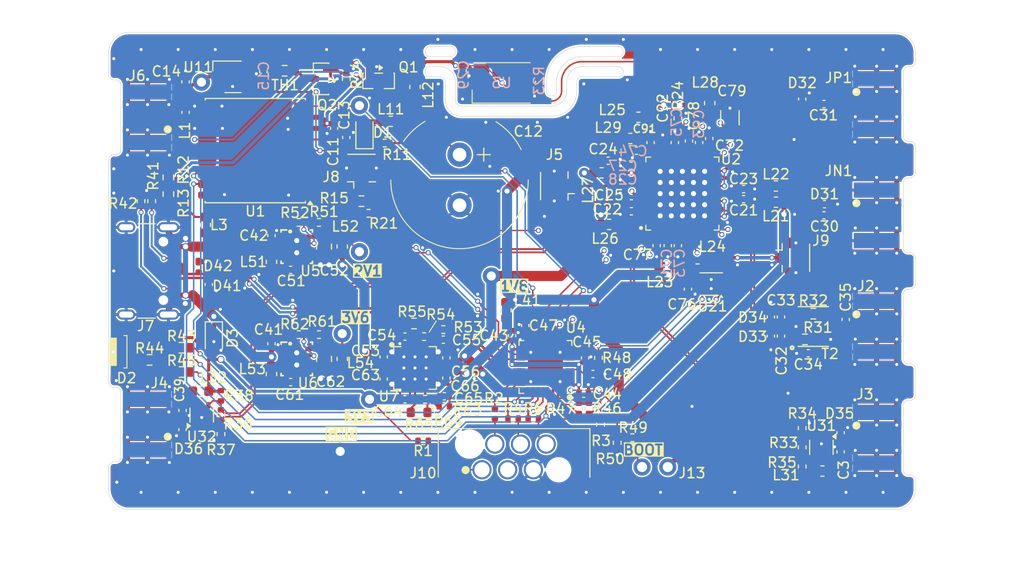
<source format=kicad_pcb>
(kicad_pcb (version 20241229) (generator "pcbnew") (generator_version "9.0")
  (layers (0 "F.Cu" signal) (4 "In1.Cu" signal) (6 "In2.Cu" signal) (2 "B.Cu" signal) (13 "F.Paste" user) (15 "B.Paste" user) (5 "F.SilkS" user "F.Silkscreen") (7 "B.SilkS" user "B.Silkscreen") (1 "F.Mask" user) (3 "B.Mask" user) (25 "Edge.Cuts" user))
  (net 0 "")
  (net 1 "GND")
  (net 2 "VBus")
  (net 3 "/CPU/CPU_nRST")
  (net 4 "+3V3")
  (net 5 "OUT2_P")
  (net 6 "OUT2_N")
  (net 7 "/Clocking/VDDO_01")
  (net 8 "/Clocking/VDDO_23")
  (net 9 "/Clocking/VDD_DIG")
  (net 10 "/Clocking/VDD_IN")
  (net 11 "/Clocking/VDD_PLL2")
  (net 12 "/Clocking/VDDO_7")
  (net 13 "/Clocking/VDDO_456")
  (net 14 "/Clocking/VDD_PLL1")
  (net 15 "/Clocking/VDD_XO")
  (net 16 "/GPS/VGPS")
  (net 17 "/CPU/USB_D+")
  (net 18 "/CPU/USB_D-")
  (net 19 "/CPU/BOOT0")
  (net 20 "Net-(Q1-D)")
  (net 21 "Net-(Q2-D)")
  (net 22 "/CPU/DBG_TX")
  (net 23 "/CPU/VCPU")
  (net 24 "Net-(C32-Pad2)")
  (net 25 "I2C_SCL")
  (net 26 "I2C_SDA")
  (net 27 "PDN")
  (net 28 "CPU2GPS")
  (net 29 "GPS2CPU")
  (net 30 "/CPU/Red")
  (net 31 "/CPU/Green")
  (net 32 "/CPU/Blue")
  (net 33 "Net-(U32-V+)")
  (net 34 "GPSCLK")
  (net 35 "/Clocking/XO_P")
  (net 36 "/Clocking/XO")
  (net 37 "Net-(C33-Pad2)")
  (net 38 "GPS_nRST")
  (net 40 "EXTINT")
  (net 41 "OUT3_N")
  (net 42 "OUT4_N")
  (net 43 "STATUS0")
  (net 44 "Net-(D2-RK)")
  (net 45 "Net-(D2-BK)")
  (net 46 "Net-(D2-GK)")
  (net 47 "/Outputs/Ext4")
  (net 48 "/Outputs/Ext3")
  (net 49 "/Outputs/Ext2")
  (net 50 "/Power/In3V6")
  (net 51 "/Power/3V6")
  (net 52 "/Power/In2V1")
  (net 53 "/Power/2V1")
  (net 54 "/Power/In3V3")
  (net 55 "/Power/In1V8")
  (net 56 "/Power/Fb3V3")
  (net 57 "Net-(L3-Pad2)")
  (net 58 "OUT3_P")
  (net 59 "/Power/FbCG18")
  (net 60 "/Power/Fb36")
  (net 61 "/Power/Fb21")
  (net 62 "OUT4_P")
  (net 63 "/GPS/GPSin")
  (net 64 "FINC")
  (net 65 "/CPU/dTX")
  (net 66 "FDEC")
  (net 68 "/CPU/d3V3")
  (net 69 "/GPS/VrfSW")
  (net 70 "/GPS/LNA_EN")
  (net 71 "/GPS/Vrf")
  (net 72 "/GPS/VCC_RF")
  (net 74 "/CPU/dSWD")
  (net 75 "/CPU/dBOOT")
  (net 76 "/Clocking/LF1")
  (net 77 "/Clocking/LF2")
  (net 78 "/Clocking/CAP_PLL2")
  (net 79 "/Clocking/CAP_PLL1")
  (net 80 "/Clocking/GPSCLKLO")
  (net 81 "/CPU/CC1")
  (net 82 "/CPU/CC2")
  (net 83 "/Clocking/VCC_XO")
  (net 85 "/GPS/VBCKP")
  (net 86 "OUT5")
  (net 87 "Net-(U31-V+)")
  (net 88 "OUT1_P")
  (net 89 "OUT1_N")
  (net 92 "Net-(C12-Pad1)")
  (net 93 "Net-(U2-CAP_DIG)")
  (net 94 "Net-(U4-VCAP)")
  (net 95 "Net-(U7A-NR_SS1)")
  (net 96 "Net-(U7B-NR_SS2)")
  (net 110 "Net-(J2-In)")
  (net 111 "+1V8")
  (net 112 "Net-(JN1-In)")
  (net 113 "Net-(JP1-In)")
  (net 114 "Net-(C34-Pad2)")
  (net 115 "/Clocking/SecRef")
  (net 116 "/CPU/dSWC")
  (net 117 "/CPU/dRST")
  (net 118 "/CPU/SWDIO")
  (net 119 "/CPU/SWCLK")
  (net 120 "ALERT")
  (net 121 "Net-(J8-In)")
  (footprint "Parts:SMA_EdgeMount" (layer "F.Cu") (at 174.86 105.5)
    (property "Reference" "J2")
    (property "Value" "SMA")
  )
  (footprint "Capacitor_SMD:C_0402_1005Metric" (layer "F.Cu") (at 168 108.15)
    (property "Reference" "C34")
    (property "Value" "22p")
  )
  (footprint "Resistor_SMD:R_0603_1608Metric" (layer "F.Cu") (at 167.675 106.77 180)
    (property "Reference" "R31")
    (property "Value" "50")
  )
  (footprint "Parts:TestPoint" (layer "F.Cu") (at 136.65 100.5)
    (property "Reference" "TP6" (hide yes))
    (property "Value" "TestPoint_Probe")
  )
  (footprint "Parts:HHS_0402" (layer "F.Cu") (at 106.4 84.315 90)
    (property "Reference" "L1")
    (property "Value" "100n")
  )
  (footprint "Inductor_SMD:L_0603_1608Metric" (layer "F.Cu") (at 114.9 99.1 -90)
    (property "Reference" "L51")
    (property "Value" "220")
  )
  (footprint "Capacitor_SMD:C_0402_1005Metric" (layer "F.Cu") (at 131.9 106.8 180)
    (property "Reference" "C55")
    (property "Value" "10n")
  )
  (footprint "Resistor_SMD:R_0402_1005Metric" (layer "F.Cu") (at 130 106.5 180)
    (property "Reference" "R54")
    (property "Value" "7k5")
  )
  (footprint "Inductor_SMD:L_0603_1608Metric" (layer "F.Cu") (at 107.9 111.9 180)
    (property "Reference" "L32")
    (property "Value" "220")
  )
  (footprint "Resistor_SMD:R_0603_1608Metric" (layer "F.Cu") (at 104.7 92.4 90)
    (property "Reference" "R13")
    (property "Value" "0")
  )
  (footprint "Capacitor_SMD:C_0402_1005Metric" (layer "F.Cu") (at 114.9 96.5 -90)
    (property "Reference" "C42")
    (property "Value" "1u")
  )
  (footprint "Parts:HHS_0402" (layer "F.Cu") (at 167.4 83 90)
    (property "Reference" "D32")
    (property "Value" "D_TVS")
  )
  (footprint "Capacitor_SMD:C_0402_1005Metric" (layer "F.Cu") (at 155.1 97.5 -90)
    (property "Reference" "C73")
    (property "Value" "10u")
  )
  (footprint "Diode_SMD:D_SOD-323" (layer "F.Cu") (at 124.1 86.3 90)
    (property "Reference" "D1")
    (property "Value" "1N4148WS")
  )
  (footprint "Parts:HHS_0402" (layer "F.Cu") (at 106.1 115.7 -90)
    (property "Reference" "D36")
    (property "Value" "D_TVS")
  )
  (footprint "Parts:U.FL_Hirose_U.FL-R-SMT-1_Vertical" (layer "F.Cu") (at 123.8 90.3 90)
    (property "Reference" "J8")
    (property "Value" "U.Fl")
  )
  (footprint "Parts:SMA_EdgeMount" (layer "F.Cu") (at 102.54 115.2 180)
    (property "Reference" "J4")
    (property "Value" "SMA")
  )
  (footprint "Parts:TestPoint" (layer "F.Cu") (at 121.9 106.2)
    (property "Reference" "TP5" (hide yes))
    (property "Value" "TestPoint_Probe")
  )
  (footprint "Capacitor_SMD:C_0402_1005Metric" (layer "F.Cu") (at 165.3 106.45 -90)
    (property "Reference" "C32")
    (property "Value" "0u1")
  )
  (footprint "Resistor_SMD:R_0402_1005Metric" (layer "F.Cu") (at 119.6 95.2 180)
    (property "Reference" "R51")
    (property "Value" "39k")
  )
  (footprint "Parts:QFN-20-1EP_4x4mm_P0.5mm_EP2.7x2.7mm" (layer "F.Cu") (at 129.1 109.6)
    (property "Reference" "U7")
    (property "Value" "TPS7A8801RTJR")
  )
  (footprint "Package_SON:WSON-6-1EP_2x2mm_P0.65mm_EP1x1.6mm" (layer "F.Cu") (at 158.4 101.3 180)
    (property "Reference" "U21")
    (property "Value" "TMP117xxDRV")
  )
  (footprint "Capacitor_SMD:C_0402_1005Metric" (layer "F.Cu") (at 132.2 110.6 -90)
    (property "Reference" "C66")
    (property "Value" "10u")
  )
  (footprint "Inductor_SMD:L_0603_1608Metric" (layer "F.Cu") (at 169.4 119.8)
    (property "Reference" "L31")
    (property "Value" "220")
  )
  (footprint "Capacitor_SMD:C_0402_1005Metric" (layer "F.Cu") (at 156.1 101.8 -90)
    (property "Reference" "C76")
    (property "Value" "0u1")
  )
  (footprint "Capacitor_SMD:C_0402_1005Metric" (layer "F.Cu") (at 132 112.4 180)
    (property "Reference" "C65")
    (property "Value" "10n")
  )
  (footprint "Capacitor_SMD:C_0402_1005Metric" (layer "F.Cu") (at 150.5 92.6 180)
    (property "Reference" "C25")
    (property "Value" "0u1")
  )
  (footprint "Parts:HHS_0402" (layer "F.Cu") (at 164.3 104.55 90)
    (property "Reference" "D34")
    (property "Value" "D_TVS")
  )
  (footprint "Capacitor_SMD:C_0402_1005Metric" (layer "F.Cu") (at 150.5 89.6 180)
    (property "Reference" "C27")
    (property "Value" "0u1")
  )
  (footprint "Parts:U.FL_Hirose_U.FL-R-SMT-1_Vertical" (layer "F.Cu") (at 143.35 91.6 180)
    (property "Reference" "J5")
    (property "Value" "U.Fl")
  )
  (footprint "Inductor_SMD:L_0603_1608Metric" (layer "F.Cu") (at 164.8 93.2 180)
    (property "Reference" "L21")
    (property "Value" "220")
  )
  (footprint "Resistor_SMD:R_0402_1005Metric" (layer "F.Cu") (at 103.05 93.1 -90)
    (property "Reference" "R41")
    (property "Value" "5k1")
  )
  (footprint "Capacitor_SMD:C_0402_1005Metric" (layer "F.Cu") (at 114.1 80.3 -90)
    (property "Reference" "C15")
    (property "Value" "0u1")
  )
  (footprint "Resistor_SMD:R_0603_1608Metric" (layer "F.Cu") (at 104.7 90.75 -90)
    (property "Reference" "R12")
    (property "Value" "0")
  )
  (footprint "Capacitor_SMD:C_0402_1005Metric" (layer "F.Cu") (at 169.55 94.5)
    (property "Reference" "C30")
    (property "Value" "0u1")
  )
  (footprint "Resistor_SMD:R_0402_1005Metric" (layer "F.Cu") (at 132 113.4 180)
    (property "Reference" "R63")
    (property "Value" "15k")
  )
  (footprint "Inductor_SMD:L_0603_1608Metric" (layer "F.Cu") (at 154 99.6 180)
    (property "Reference" "L23")
    (property "Value" "220")
  )
  (footprint "Capacitor_SMD:C_0402_1005Metric" (layer "F.Cu") (at 150.5 91 180)
    (property "Reference" "C28")
    (property "Value" "0u1")
  )
  (footprint "Capacitor_SMD:C_0402_1005Metric" (layer "F.Cu") (at 128.1 112.7 180)
    (property "Reference" "C64")
    (property "Value" "0u1")
  )
  (footprint "Capacitor_SMD:C_0402_1005Metric" (layer "F.Cu") (at 140 105.4 90)
    (property "Reference" "C47")
    (property "Value" "4u7")
  )
  (footprint "Parts:QFN-48-1EP_7x7mm_P0.5mm_EP5.1x5.1mm" (layer "F.Cu") (at 155.55 92.35 90)
    (property "Reference" "U2")
    (property "Value" "LMK05318BRGZR")
  )
  (footprint "RF_GPS:ublox_MAX" (layer "F.Cu") (at 113.3 88.1 180)
    (property "Reference" "U1")
    (property "Value" "MAX-M10S")
  )
  (footprint "Inductor_SMD:L_0603_1608Metric" (layer "F.Cu") (at 121.9 108.7 -90)
    (property "Reference" "L54")
    (property "Value" "220")
  )
  (footprint "Capacitor_SMD:C_0402_1005Metric" (layer "F.Cu") (at 133.8 80.2 -90)
    (property "Reference" "C29")
    (property "Value" "10u")
  )
  (footprint "Resistor_SMD:R_0603_1608Metric" (layer "F.Cu") (at 123.8 93.1)
    (property "Reference" "R15")
    (property "Value" "0")
  )
  (footprint "Resistor_SMD:R_0402_1005Metric" (layer "F.Cu") (at 109.9 112.35 90)
    (property "Reference" "R38")
    (property "Value" "100k")
  )
  (footprint "Package_TO_SOT_SMD:SOT-23" (layer "F.Cu") (at 125.5 81.2 -90)
    (property "Reference" "Q1")
    (property "Value" "AO3400A")
  )
  (footprint "Capacitor_SMD:C_0402_1005Metric" (layer "F.Cu") (at 106.4 81.3 90)
    (property "Reference" "C14")
    (property "Value" "0u1")
  )
  (footprint "Parts:XFMR_MABA-007159-000000" (layer "F.Cu") (at 168.5 105.5 90)
    (property "Reference" "T2")
    (property "Value" "MABA-010247-2R1250")
  )
  (footprint "Resistor_SMD:R_0402_1005Metric" (layer "F.Cu") (at 167.4 117.45 -90)
    (property "Reference" "R33")
    (property "Value" "100")
  )
  (footprint "Parts:SIL0008C_SMD_NV" (layer "F.Cu") (at 117.4 108.7)
    (property "Reference" "U6")
    (property "Value" "TPS82084SIL")
  )
  (footprint "Resistor_SMD:R_0402_1005Metric" (layer "F.Cu") (at 145.3 113.6 90)
    (property "Reference" "R47")
    (property "Value" "10k")
  )
  (footprint "Parts:SOT-23-5" (layer "F.Cu") (at 111.1 80.8)
    (property "Reference" "U11")
    (property "Value" "74LVC1G07")
  )
  (footprint "Resistor_SMD:R_0402_1005Metric" (layer "F.Cu") (at 117.6 95.2 180)
    (property "Reference" "R52")
    (property "Value" "24k")
  )
  (footprint "Parts:PinHeader_1x02_P2.54mm_Vertical" (layer "F.Cu") (at 154.1 119.4 -90)
    (property "Reference" "J13")
    (property "Value" "Boot")
  )
  (footprint "Parts:HHS_0402" (layer "F.Cu") (at 169.6 93.4)
    (property "Reference" "D31")
    (property "Value" "D_TVS")
  )
  (footprint "Parts:TestPoint" (layer "F.Cu") (at 121.7 117.85)
    (property "Reference" "TP3" (hide yes))
    (property "Value" "TestPoint_Probe")
  )
  (footprint "Parts:TestPoint" (layer "F.Cu") (at 123.6 98.1)
    (property "Reference" "TP4" (hide yes))
    (property "Value" "TestPoint_Probe")
  )
  (footprint "Resistor_SMD:R_0402_1005Metric" (layer "F.Cu") (at 119.6 106.3 180)
    (property "Reference" "R61")
    (property "Value" "200k")
  )
  (footprint "Capacitor_SMD:C_0402_1005Metric" (layer "F.Cu") (at 132.2 108.6 90)
    (property "Reference" "C56")
    (property "Value" "10u")
  )
  (footprint "Parts:U.FL_Hirose_U.FL-R-SMT-1_Vertical" (layer "F.Cu") (at 166.3 98.7)
    (property "Reference" "J9")
    (property "Value" "U.Fl")
  )
  (footprint "Parts:HHS_0402" (layer "F.Cu") (at 171.2 116 90)
    (property "Reference" "D35")
    (property "Value" "D_TVS")
  )
  (footprint "Package_TO_SOT_SMD:SOT-23" (layer "F.Cu") (at 119.8 81 180)
    (property "Reference" "Q2")
    (property "Value" "AO3401A")
  )
  (footprint "Capacitor_SMD:C_0402_1005Metric" (layer "F.Cu") (at 151 88.1 180)
    (property "Reference" "C74")
    (property "Value" "10u")
  )
  (footprint "Package_TO_SOT_SMD:SOT-353_SC-70-5" (layer "F.Cu") (at 108 114.25 90)
    (property "Reference" "U32")
    (property "Value" "TLV3601DCKR")
  )
  (footprint "Capacitor_SMD:C_0402_1005Metric" (layer "F.Cu") (at 116.8 111)
    (property "Reference" "C61")
    (property "Value" "10u")
  )
  (footprint "Capacitor_SMD:C_0402_1005Metric" (layer "F.Cu") (at 157.2 87.3 -90)
    (property "Reference" "C93")
    (property "Value" "10u")
  )
  (footprint "Parts:SMA_EdgeMount" (layer "F.Cu") (at 174.86 94.5)
    (property "Reference" "JN1")
    (property "Value" "SMA")
  )
  (footprint "Parts:HHS_0402" (layer "F.Cu") (at 108.7 101.35 -90)
    (property "Reference" "D41")
    (property "Value" "D_TVS")
  )
  (footprint "Capacitor_SMD:C_0402_1005Metric" (layer "F.Cu") (at 126 108.5 90)
    (property "Reference" "C53")
    (property "Value" "10u")
  )
  (footprint "Resistor_SMD:R_0402_1005Metric" (layer "F.Cu") (at 140.8 114.6 180)
    (property "Reference" "R6")
    (property "Value" "100")
  )
  (footprint "Resistor_SMD:R_0402_1005Metric" (layer "F.Cu") (at 167.4 119.35 -90)
    (property "Reference" "R35")
    (property "Value" "100k")
  )
  (footprint "Inductor_SMD:L_0603_1608Metric" (layer "F.Cu") (at 114.9 110.2 -90)
    (property "Reference" "L53")
    (property "Value" "220")
  )
  (footprint "Capacitor_SMD:C_0805_2012Metric" (layer "F.Cu") (at 120.1 97.6 -90)
    (property "Reference" "C52")
    (property "Value" "47u")
  )
  (footprint "Capacitor_SMD:C_0402_1005Metric" (layer "F.Cu") (at 152.4 87.3 -90)
    (property "Reference" "C91")
    (property "Value" "10u")
  )
  (footprint "Resistor_SMD:R_0402_1005Metric" (layer "F.Cu") (at 137 114.1 90)
    (property "Reference" "R2")
    (property "Value" "100")
  )
  (footprint "Capacitor_SMD:C_0402_1005Metric" (layer "F.Cu") (at 150.5 94.1 180)
    (property "Reference" "C22")
    (property "Value" "10u")
  )
  (footprint "Capacitor_SMD:C_0402_1005Metric" (layer "F.Cu") (at 116.8 99.9)
    (property "Reference" "C51")
    (property "Value" "10u")
  )
  (footprint "Capacitor_SMD:C_0402_1005Metric" (layer "F.Cu") (at 161.6 91.9)
    (property "Reference" "C23")
    (property "Value" "10u")
  )
  (footprint "Resistor_SMD:R_0402_1005Metric" (layer "F.Cu") (at 141.4 81.4 -90)
    (property "Reference" "R23")
    (property "Value" "100")
  )
  (footprint "Capacitor_SMD:C_0805_2012Metric" (layer "F.Cu") (at 120.1 108.7 -90)
    (property "Reference" "C62")
    (property "Value" "47u")
  )
  (footprint "Parts:SMA_EdgeMount" (layer "F.Cu") (at 174.86 83.5)
    (property "Reference" "JP1")
    (property "Value" "SMA")
  )
  (footprint "Resistor_SMD:R_0402_1005Metric" (layer "F.Cu") (at 117.6 106.3 180)
    (property "Reference" "R62")
    (property "Value" "56k")
  )
  (footprint "Parts:TestPoint" (layer "F.Cu") (at 124.6 112.7)
    (property "Reference" "TP7" (hide yes))
    (property "Value" "TestPoint_Probe")
  )
  (footprint "Capacitor_SMD:C_0402_1005Metric" (layer "F.Cu") (at 171.2 117.9 90)
    (property "Reference" "C3")
    (property "Value" "10u")
  )
  (footprint "Resistor_SMD:R_0402_1005Metric" (layer "F.Cu") (at 131.9 105.8 180)
    (property "Reference" "R53")
    (property "Value" "8k2")
  )
  (footprint "Capacitor_SMD:C_0402_1005Metric" (layer "F.Cu") (at 121.1 85.9 -90)
    (property "Reference" "C11")
    (property "Value" "10u")
  )
  (footprint "Capacitor_SMD:C_0402_1005Metric" (layer "F.Cu") (at 138.7 106.4 90)
    (property "Reference" "C43")
    (property "Value" "10u")
  )
  (footprint "Resistor_SMD:R_0402_1005Metric" (layer "F.Cu") (at 122.3 81 -90)
    (property "Reference" "R14")
    (property "Value" "100k")
  )
  (footprint "Parts:QFN-32-1EP_5x5mm_P0.5mm_EP3.45x3.45mm" (layer "F.Cu") (at 142 109.5 180)
    (property "Reference" "U4")
    (property "Value" "STM32H503KBUx")
  )
  (footprint "Resistor_SMD:R_0402_1005Metric" (layer "F.Cu") (at 167.4 115.55 -90)
    (property "Reference" "R34")
    (property "Value" "100k")
  )
  (footprint "Resistor_SMD:R_0603_1608Metric" (layer "F.Cu") (at 106 107.6)
    (property "Reference" "R43")
    (property "Value" "330")
  )
  (footprint "Inductor_SMD:L_0603_1608Metric" (layer "F.Cu") (at 129.1 81.8 90)
    (property "Reference" "L12")
    (property "Value" "220")
  )
  (footprint "Inductor_SMD:L_0603_1608Metric" (layer "F.Cu") (at 164.8 91.6 180)
    (property "Reference" "L22")
    (property "Value" "220")
  )
  (footprint "Inductor_SMD:L_0603_1608Metric" (layer "F.Cu") (at 147.55 90.3)
    (property "Reference" "L27")
    (property "Value" "220")
  )
  (footprint "Capacitor_SMD:C_0402_1005Metric" (layer "F.Cu") (at 165.3 104.55 90)
    (property "Reference" "C33")
    (property "Value" "0u1")
  )
  (footprint "Resistor_SMD:R_0402_1005Metric" (layer "F.Cu") (at 146.3 113.6 90)
    (property "Reference" "R46")
    (property "Value" "10k")
  )
  (footprint "Resistor_SMD:R_0402_1005Metric" (layer "F.Cu") (at 147.25 108.6 -90)
    (property "Reference" "R48")
    (property "Value" "10k")
  )
  (footprint "Capacitor_SMD:C_0402_1005Metric_Pad0.74x0.62mm_HandSolder" (layer "F.Cu") (at 156.2 87.15 90)
    (property "Reference" "C78")
    (property "Value" "10n")
  )
  (footprint "Resistor_SMD:R_0603_1608Metric" (layer "F.Cu") (at 102.85 108.8)
    (property "Reference" "R44")
    (property "Value" "2k7")
  )
  (footprint "Inductor_SMD:L_0603_1608Metric" (layer "F.Cu") (at 150.4 86.9)
    (property "Reference" "L29")
    (property "Value" "220")
  )
  (footprint "Capacitor_SMD:C_0402_1005Metric" (layer "F.Cu") (at 171.7 104.8 -90)
    (property "Reference" "C35")
    (property "Value" "0u1")
  )
  (footprint "Parts:TestPoint" (layer "F.Cu") (at 107.975 81.325 90)
    (property "Reference" "TP2" (hide yes))
    (property "Value" "TestPoint_Probe")
  )
  (footprint "Resistor_SMD:R_0402_1005Metric" (layer "F.Cu") (at 109.9 114.25 90)
    (property "Reference" "R36")
    (property "Value" "100")
  )
  (footprint "Resistor_SMD:R_0402_1005Metric" (layer "F.Cu") (at 155.1 84.9 -90)
    (property "Reference" "R24")
    (property "Value" "100")
  )
  (footprint "Resistor_SMD:R_0402_1005Metric" (layer "F.Cu") (at 130.1 112.7 180)
    (property "Reference" "R64")
    (property "Value" "5k1")
  )
  (footprint "Capacitor_SMD:C_0402_1005Metric" (layer "F.Cu") (at 146.7 110.2)
    (property "Reference" "C48")
    (property "Value" "10n")
  )
  (footprint "Parts:TestPoint" (layer "F.Cu") (at 123.6 83.65)
    (property "Reference" "TP1" (hide yes))
    (property "Value" "TestPoint_Probe")
  )
  (footprint "Resistor_SMD:R_0402_1005Metric" (layer "F.Cu") (at 102 93.1 -90)
    (property "Reference" "R42")
    (property "Value" "5k1")
  )
  (footprint "Inductor_SMD:L_0603_1608Metric" (layer "F.Cu") (at 126.7 85.2 180)
    (property "Reference" "L11")
    (property "Value" "220")
  )
  (footprint "Parts:HHS_0402" (layer "F.Cu") (at 164.3 106.45 -90)
    (property "Reference" "D33")
    (property "Value" "D_TVS")
  )
  (footprint "Inductor_SMD:L_0603_1608Metric" (layer "F.Cu") (at 157.05 98.8 180)
    (property "Reference" "L24")
    (property "Value" "220")
  )
  (footprint "Resistor_SMD:R_0603_1608Metric" (layer "F.Cu") (at 116.2 80.2)
    (property "Reference" "TH1")
    (property "Value" "220mA")
  )
  (footprint "Capacitor_SMD:C_0402_1005Metric" (layer "F.Cu") (at 158.2 86.9 90)
    (property "Reference" "C72")
    (property "Value" "10u")
  )
  (footprint "Inductor_SMD:L_0603_1608Metric" (layer "F.Cu") (at 138.1 103.9 -90)
    (property "Reference" "L41")
    (property "Value" "220")
  )
  (footprint "Parts:C0704" (layer "F.Cu") (at 153.6 86.7 90)
    (property "Reference" "C92")
    (property "Value" "0u1")
  )
  (footprint "Capacitor_SMD:C_0402_1005Metric" (layer "F.Cu") (at 114.9 107.2 -90)
    (property "Reference" "C41")
    (property "Value" "1u")
  )
  (footprint "Resistor_SMD:R_0402_1005Metric" (layer "F.Cu") (at 109.9 116.15 90)
    (property "Reference" "R37")
    (property "Value" "100k")
  )
  (footprint "Resistor_SMD:R_0603_1608Metric" (layer "F.Cu") (at 168.5 104.23)
    (property "Reference" "R32")
    (property "Value" "0")
  )
  (footprint "Inductor_SMD:L_0603_1608Metric" (layer "F.Cu") (at 158.25 83.4 -90)
    (property "Reference" "L28")
    (property "Value" "220")
  )
  (footprint "Parts:CP_Radial_D13.5mm_P5.00mm" (layer "F.Cu") (at 133.5 88.5 -90)
    (property "Reference" "C12")
    (property "Value" ".47F")
  )
  (footprint "Resistor_SMD:R_0603_1608Metric" (layer "F.Cu") (at 129.5 114 180)
    (property "Reference" "R65")
    (property "Value" "82k")
  )
  (footprint "Inductor_SMD:L_0603_1608Metric" (layer "F.Cu") (at 121.9 97.5875 -90)
    (property "Reference" "L52")
    (property "Value" "220")
  )
  (footprint "Capacitor_SMD:C_0402_1005Metric" (layer "F.Cu") (at 148.2 89.1)
    (property "Reference" "C24")
    (property "Value" "10u")
  )
  (footprint "Capacitor_SMD:C_0402_1005Metric" (layer "F.Cu") (at 145.925 108.6 90)
    (property "Reference" "C45")
    (property "Value" "0u1")
  )
  (footprint "Resistor_SMD:R_0402_1005Metric" (layer "F.Cu") (at 138.8 114.6 180)
    (property "Reference" "R4")
    (property "Value" "100")
  )
  (footprint "Connector_USB:USB_C_Receptacle_GCT_USB4105-xx-A_16P_TopMnt_Horizontal" (layer "F.Cu") (at 101.6 100 -90)
    (property "Reference" "J7")
    (property "Value" "USB_C_Receptacle_16P")
  )
  (footprint "Parts:SIL0008C_SMD_NV" (layer "F.Cu") (at 117.4 97.6)
    (property "Reference" "U5")
    (property "Value" "TPS82084SIL")
  )
  (footprint "Parts:Skedd6" (layer "F.Cu") (at 138.9 118.4 90)
    (property "Reference" "J10")
    (property "Value" "Skedd")
  )
  (footprint "Parts:HHS_0402" (layer "F.Cu") (at 107.7 99.65 90)
    (property "Reference" "D42")
    (property "Value" "D_TVS")
  )
  (footprint "Resistor_SMD:R_0402_1005Metric" (layer "F.Cu") (at 124.5 94.3)
    (property "Reference" "R21")
    (property "Value" "100")
  )
  (footprint "Capacitor_SMD:C_0402_1005Metric" (layer "F.Cu") (at 128.1 106.5 180)
    (property "Reference" "C54")
    (property "Value" "0u1")
  )
  (footprint "Parts:SMA_EdgeMount" (layer "F.Cu") (at 174.86 116.5)
    (property "Reference" "J3")
    (property "Value" "SMA")
  )
  (footprint "Resistor_SMD:R_0402_1005Metric" (layer "F.Cu") (at 129.9 116.8 180)
    (property "Reference" "R1")
    (property "Value" "100")
  )
  (footprint "Capacitor_SMD:C_0402_1005Metric" (layer "F.Cu") (at 106.1 113.8 -90)
    (property "Reference" "C39")
    (property "Value" "10u")
  )
  (footprint "Parts:QFN10_TG5032CGN 40.0000M-CAGHNA0_EPS" (layer "F.Cu") (at 137.7 81.4 90)
    (property "Reference" "U3")
    (property "Value" "TG5032CGN")
  )
  (footprint "Package_TO_SOT_SMD:SOT-353_SC-70-5" (layer "F.Cu") (at 169.3 117.45 -90)
    (property "Reference" "U31")
    (property "Value" "TLV3601DCKR")
  )
  (footprint "Capacitor_SMD:C_0402_1005Metric" (layer "F.Cu") (at 122.3 86.8 90)
    (property "Reference" "C13")
    (property "Value" "0u1")
  )
  (footprint "Resistor_SMD:R_0402_1005Metric" (layer "F.Cu") (at 150.6 116.5 180)
    (property "Reference" "R49")
    (property "Value" "100")
  )
  (footprint "Capacitor_SMD:C_0402_1005Metric" (layer "F.Cu") (at 145.78 112.15)
    (property "Reference" "C44")
    (property "Value" "0u1")
  )
  (footprint "Inductor_SMD:L_0603_1608Metric" (layer "F.Cu") (at 151.2 84.8)
    (property "Reference" "L25")
    (property "Value" "220")
  )
  (footprint "Capacitor_SMD:C_0402_1005Metric" (layer "F.Cu") (at 126 110.7 -90)
    (property "Reference" "C63")
    (property "Value" "10u")
  )
  (footprint "Capacitor_SMD:C_0402_1005Metric" (layer "F.Cu") (at 154.1 97.5 -90)
    (property "Reference" "C71")
    (property "Value" "10u")
  )
  (footprint "Parts:LED-QPLB615-RGB" (layer "F.Cu") (at 99.9 108 90)
    (property "Reference" "D2")
    (property "Value" "LED_GBAR")
  )
  (footprint "Inductor_SMD:L_0603_1608Metric" (layer "F.Cu") (at 108.35 95.45 90)
    (property "Reference" "L3")
    (property "Value" "220")
  )
  (footprint "Capacitor_SMD:C_1206_3216Metric" (layer "F.Cu") (at 160.25 84.85 90)
    (property "Reference" "C79")
    (property "Value" "470n")
  )
  (footprint "Capacitor_SMD:C_0402_1005Metric" (layer "F.Cu") (at 161.6 92.9)
    (property "Reference" "C21")
    (property "Value" "10u")
  )
  (footprint "Parts:SMA_EdgeMount" (layer "F.Cu") (at 102.54 84.8 180)
    (property "Reference" "J6")
    (property "Value" "SMA")
  )
  (footprint "Capacitor_SMD:C_0402_1005Metric" (layer "F.Cu") (at 154.8 87.3 90)
    (property "Reference" "C75")
    (property "Value" "10u")
  )
  (footprint "Resistor_SMD:R_0402_1005Metric" (layer "F.Cu") (at 126.1 87.35 180)
    (property "Reference" "R11")
    (property "Value" "100")
  )
  (footprint "Capacitor_SMD:C_0402_1005Metric" (layer "F.Cu") (at 153 97.5 90)
    (property "Reference" "C77")
    (property "Value" "10u")
  )
  (footprint "Resistor_SMD:R_0603_1608Metric" (layer "F.Cu") (at 129 105.2 180)
    (property "Reference" "R55")
    (property "Value" "51k")
  )
  (footprint "Capacitor_SMD:C_0402_1005Metric" (layer "F.Cu") (at 169.55 83.5)
    (property "Reference" "C31")
    (property "Value" "0u1")
  )
  (footprint "Resistor_SMD:R_0402_1005Metric" (layer "F.Cu") (at 149.1 117 -90)
    (property "Reference" "R50")
    (property "Value" "100k")
  )
  (footprint "Diode_SMD:D_SOD-323" (layer "F.Cu") (at 109.2 106.65 -90)
    (property "Reference" "D3")
    (property "Value" "5V6")
  )
  (footprint "Resistor_SMD:R_0603_1608Metric" (layer "F.Cu") (at 106 110)
    (property "Reference" "R45")
    (property "Value" "1k")
  )
  (footprint "Inductor_SMD:L_0603_1608Metric" (layer "F.Cu") (at 148.3 95.4)
    (property "Reference" "L26")
    (property "Value" "220")
  )
  (footprint "Resistor_SMD:R_0402_1005Metric" (layer "F.Cu") (at 147.45 115.2 90)
    (property "Reference" "R3")
    (property "Value" "100")
  )
  (gr_arc (start 143.6 82.2) (mid 142.982683 83.12388) (end 141.892893 82.907107) (stroke (width 0.15)) (layer "F.Cu") (net 35))
  (gr_arc (start 143.6 81.3) (mid 144.185786 79.885786) (end 145.6 79.3) (stroke (width 0.15)) (layer "F.Cu") (net 35))
  (gr_rect (start 109.7 82.9) (end 116.9 93.3) (fill yes) (layer "F.Cu") (net 1))
  (gr_rect (start 98.9 106.6) (end 99.6 109.4) (fill yes) (layer "F.SilkS"))
  (gr_line (start 131.1 114.2) (end 130.6 113.1) (stroke (width 0.1)) (layer "F.SilkS"))
  (gr_line (start 131.2 104.95) (end 130.5 106.05) (stroke (width 0.1)) (layer "F.SilkS"))
  (gr_arc (start 100.8 123.6) (mid 99.385786 123.014214) (end 98.8 121.6) (stroke (width 0.05)) (layer "Edge.Cuts"))
  (gr_arc (start 99.3 81.1) (mid 98.946447 80.953553) (end 98.8 80.6) (stroke (width 0.05)) (layer "Edge.Cuts"))
  (gr_arc (start 144.1 81.3) (mid 144.53934 80.23934) (end 145.6 79.8) (stroke (width 0.05)) (layer "Edge.Cuts"))
  (gr_line (start 130.6 79.8) (end 131.6 79.8) (stroke (width 0.05)) (layer "Edge.Cuts"))
  (gr_line (start 143.1 81.3) (end 143.1 82.2) (stroke (width 0.05)) (layer "Edge.Cuts"))
  (gr_line (start 100.8 123.6) (end 176.6 123.6) (stroke (width 0.05)) (layer "Edge.Cuts"))
  (gr_line (start 145.1 81.3) (end 145.1 82.2) (stroke (width 0.05)) (layer "Edge.Cuts"))
  (gr_line (start 178.1 79.8) (end 177.9 79.8) (stroke (width 0.05)) (layer "Edge.Cuts"))
  (gr_arc (start 130.6 80.8) (mid 130.1 80.3) (end 130.6 79.8) (stroke (width 0.05)) (layer "Edge.Cuts"))
  (gr_arc (start 130.6 78.8) (mid 130.1 78.3) (end 130.6 77.8) (stroke (width 0.05)) (layer "Edge.Cuts"))
  (gr_arc (start 149.2 77.8) (mid 149.7 78.3) (end 149.2 78.8) (stroke (width 0.05)) (layer "Edge.Cuts"))
  (gr_line (start 178.1 87.2) (end 177.9 87.2) (stroke (width 0.05)) (layer "Edge.Cuts"))
  (gr_line (start 178.6 109.7) (end 178.6 112.3) (stroke (width 0.05)) (layer "Edge.Cuts"))
  (gr_line (start 142.6 83.7) (end 133.7 83.7) (stroke (width 0.05)) (layer "Edge.Cuts"))
  (gr_arc (start 178.1 120.2) (mid 178.453553 120.346447) (end 178.6 120.7) (stroke (width 0.05)) (layer "Edge.Cuts"))
  (gr_line (start 177.9 90.8) (end 178.1 90.8) (stroke (width 0.05)) (layer "Edge.Cuts"))
  (gr_arc (start 177.4 102.3) (mid 177.546447 101.946447) (end 177.9 101.8) (stroke (width 0.05)) (layer "Edge.Cuts"))
  (gr_line (start 176.6 76.4) (end 100.8 76.4) (stroke (width 0.05)) (layer "Edge.Cuts"))
  (gr_arc (start 177.4 91.3) (mid 177.546447 90.946447) (end 177.9 90.8) (stroke (width 0.05)) (layer "Edge.Cuts"))
  (gr_line (start 98.8 121.6) (end 98.8 119.4) (stroke (width 0.05)) (layer "Edge.Cuts"))
  (gr_arc (start 177.9 87.2) (mid 177.546447 87.053553) (end 177.4 86.7) (stroke (width 0.05)) (layer "Edge.Cuts"))
  (gr_line (start 142.6 84.7) (end 133.7 84.7) (stroke (width 0.05)) (layer "Edge.Cuts"))
  (gr_line (start 133.1 83.1) (end 133.1 81.3) (stroke (width 0.05)) (layer "Edge.Cuts"))
  (gr_arc (start 142.1 81.3) (mid 143.125126 78.825126) (end 145.6 77.8) (stroke (width 0.05)) (layer "Edge.Cuts"))
  (gr_line (start 178.1 101.8) (end 177.9 101.8) (stroke (width 0.05)) (layer "Edge.Cuts"))
  (gr_arc (start 178.6 112.3) (mid 178.453553 112.653553) (end 178.1 112.8) (stroke (width 0.05)) (layer "Edge.Cuts"))
  (gr_arc (start 99.3 111.5) (mid 98.946447 111.353553) (end 98.8 111) (stroke (width 0.05)) (layer "Edge.Cuts"))
  (gr_arc (start 178.1 87.2) (mid 178.453553 87.346447) (end 178.6 87.7) (stroke (width 0.05)) (layer "Edge.Cuts"))
  (gr_line (start 149.2 78.8) (end 145.6 78.8) (stroke (width 0.05)) (layer "Edge.Cuts"))
  (gr_arc (start 100 118.4) (mid 99.853553 118.753553) (end 99.5 118.9) (stroke (width 0.05)) (layer "Edge.Cuts"))
  (gr_line (start 100 112) (end 100 118.4) (stroke (width 0.05)) (layer "Edge.Cuts"))
  (gr_arc (start 100 88) (mid 99.853553 88.353553) (end 99.5 88.5) (stroke (width 0.05)) (layer "Edge.Cuts"))
  (gr_arc (start 178.1 98.2) (mid 178.453553 98.346447) (end 178.6 98.7) (stroke (width 0.05)) (layer "Edge.Cuts"))
  (gr_arc (start 178.6 79.3) (mid 178.453553 79.653553) (end 178.1 79.8) (stroke (width 0.05)) (layer "Edge.Cuts"))
  (gr_arc (start 178.1 109.2) (mid 178.453553 109.346447) (end 178.6 109.7) (stroke (width 0.05)) (layer "Edge.Cuts"))
  (gr_line (start 178.6 87.7) (end 178.6 90.3) (stroke (width 0.05)) (layer "Edge.Cuts"))
  (gr_line (start 178.6 78.4) (end 178.6 79.3) (stroke (width 0.05)) (layer "Edge.Cuts"))
  (gr_arc (start 177.9 109.2) (mid 177.546447 109.053553) (end 177.4 108.7) (stroke (width 0.05)) (layer "Edge.Cuts"))
  (gr_arc (start 177.4 80.3) (mid 177.546447 79.946447) (end 177.9 79.8) (stroke (width 0.05)) (layer "Edge.Cuts"))
  (gr_arc (start 178.6 121.6) (mid 178.014214 123.014214) (end 176.6 123.6) (stroke (width 0.05)) (layer "Edge.Cuts"))
  (gr_line (start 98.8 89) (end 98.8 111) (stroke (width 0.05)) (layer "Edge.Cuts"))
  (gr_arc (start 99.5 111.5) (mid 99.853553 111.646447) (end 100 112) (stroke (width 0.05)) (layer "Edge.Cuts"))
  (gr_line (start 130.6 77.8) (end 132.6 77.8) (stroke (width 0.05)) (layer "Edge.Cuts"))
  (gr_arc (start 178.6 90.3) (mid 178.453553 90.653553) (end 178.1 90.8) (stroke (width 0.05)) (layer "Edge.Cuts"))
  (gr_arc (start 143.1 81.3) (mid 143.832233 79.532233) (end 145.6 78.8) (stroke (width 0.05)) (layer "Edge.Cuts"))
  (gr_arc (start 98.8 89) (mid 98.946447 88.646447) (end 99.3 88.5) (stroke (width 0.05)) (layer "Edge.Cuts"))
  (gr_line (start 178.1 109.2) (end 177.9 109.2) (stroke (width 0.05)) (layer "Edge.Cuts"))
  (gr_line (start 99.3 81.1) (end 99.5 81.1) (stroke (width 0.05)) (layer "Edge.Cuts"))
  (gr_arc (start 132.6 77.8) (mid 133.1 78.3) (end 132.6 78.8) (stroke (width 0.05)) (layer "Edge.Cuts"))
  (gr_arc (start 177.9 98.2) (mid 177.546447 98.053553) (end 177.4 97.7) (stroke (width 0.05)) (layer "Edge.Cuts"))
  (gr_arc (start 98.8 78.4) (mid 99.385786 76.985786) (end 100.8 76.4) (stroke (width 0.05)) (layer "Edge.Cuts"))
  (gr_line (start 145.6 79.8) (end 149.2 79.8) (stroke (width 0.05)) (layer "Edge.Cuts"))
  (gr_line (start 99.3 118.9) (end 99.5 118.9) (stroke (width 0.05)) (layer "Edge.Cuts"))
  (gr_arc (start 144.1 82.2) (mid 143.66066 83.26066) (end 142.6 83.7) (stroke (width 0.05)) (layer "Edge.Cuts"))
  (gr_line (start 132.1 83.1) (end 132.1 81.3) (stroke (width 0.05)) (layer "Edge.Cuts"))
  (gr_line (start 98.8 78.4) (end 98.8 80.6) (stroke (width 0.05)) (layer "Edge.Cuts"))
  (gr_line (start 149.2 80.8) (end 145.6 80.8) (stroke (width 0.05)) (layer "Edge.Cuts"))
  (gr_line (start 145.6 77.8) (end 149.2 77.8) (stroke (width 0.05)) (layer "Edge.Cuts"))
  (gr_line (start 177.9 98.2) (end 178.1 98.2) (stroke (width 0.05)) (layer "Edge.Cuts"))
  (gr_arc (start 149.2 79.8) (mid 149.7 80.3) (end 149.2 80.8) (stroke (width 0.05)) (layer "Edge.Cuts"))
  (gr_line (start 177.4 108.7) (end 177.4 102.3) (stroke (width 0.05)) (layer "Edge.Cuts"))
  (gr_line (start 132.6 78.8) (end 130.6 78.8) (stroke (width 0.05)) (layer "Edge.Cuts"))
  (gr_line (start 99.3 111.5) (end 99.5 111.5) (stroke (width 0.05)) (layer "Edge.Cuts"))
  (gr_arc (start 178.6 101.3) (mid 178.453553 101.653553) (end 178.1 101.8) (stroke (width 0.05)) (layer "Edge.Cuts"))
  (gr_line (start 177.4 119.7) (end 177.4 113.3) (stroke (width 0.05)) (layer "Edge.Cuts"))
  (gr_arc (start 133.7 84.7) (mid 132.568629 84.231371) (end 132.1 83.1) (stroke (width 0.05)) (layer "Edge.Cuts"))
  (gr_arc (start 133.7 83.7) (mid 133.275736 83.524264) (end 133.1 83.1) (stroke (width 0.05)) (layer "Edge.Cuts"))
  (gr_line (start 99.3 88.5) (end 99.5 88.5) (stroke (width 0.05)) (layer "Edge.Cuts"))
  (gr_line (start 178.1 120.2) (end 177.9 120.2) (stroke (width 0.05)) (layer "Edge.Cuts"))
  (gr_line (start 131.6 80.8) (end 130.6 80.8) (stroke (width 0.05)) (layer "Edge.Cuts"))
  (gr_arc (start 143.1 82.2) (mid 142.6 82.7) (end 142.1 82.2) (stroke (width 0.05)) (layer "Edge.Cuts"))
  (gr_arc (start 145.1 81.3) (mid 145.246447 80.946447) (end 145.6 80.8) (stroke (width 0.05)) (layer "Edge.Cuts"))
  (gr_arc (start 98.8 119.4) (mid 98.946447 119.046447) (end 99.3 118.9) (stroke (width 0.05)) (layer "Edge.Cuts"))
  (gr_arc (start 145.1 82.2) (mid 144.367767 83.967767) (end 142.6 84.7) (stroke (width 0.05)) (layer "Edge.Cuts"))
  (gr_line (start 100 81.6) (end 100 88) (stroke (width 0.05)) (layer "Edge.Cuts"))
  (gr_line (start 142.1 81.3) (end 142.1 82.2) (stroke (width 0.05)) (layer "Edge.Cuts"))
  (gr_arc (start 99.5 81.1) (mid 99.853553 81.246447) (end 100 81.6) (stroke (width 0.05)) (layer "Edge.Cuts"))
  (gr_arc (start 131.6 79.8) (mid 132.66066 80.23934) (end 133.1 81.3) (stroke (width 0.05)) (layer "Edge.Cuts"))
  (gr_line (start 177.4 91.3) (end 177.4 97.7) (stroke (width 0.05)) (layer "Edge.Cuts"))
  (gr_arc (start 177.9 120.2) (mid 177.546447 120.053553) (end 177.4 119.7) (stroke (width 0.05)) (layer "Edge.Cuts"))
  (gr_arc (start 176.6 76.4) (mid 178.014214 76.985786) (end 178.6 78.4) (stroke (width 0.05)) (layer "Edge.Cuts"))
  (gr_line (start 178.6 101.3) (end 178.6 98.7) (stroke (width 0.05)) (layer "Edge.Cuts"))
  (gr_arc (start 177.4 113.3) (mid 177.546447 112.946447) (end 177.9 112.8) (stroke (width 0.05)) (layer "Edge.Cuts"))
  (gr_line (start 177.4 86.7) (end 177.4 80.3) (stroke (width 0.05)) (layer "Edge.Cuts"))
  (gr_arc (start 131.6 80.8) (mid 131.953553 80.946447) (end 132.1 81.3) (stroke (width 0.05)) (layer "Edge.Cuts"))
  (gr_line (start 178.1 112.8) (end 177.9 112.8) (stroke (width 0.05)) (layer "Edge.Cuts"))
  (gr_line (start 178.6 121.6) (end 178.6 120.7) (stroke (width 0.05)) (layer "Edge.Cuts"))
  (gr_line (start 144.1 82.2) (end 144.1 81.3) (stroke (width 0.05)) (layer "Edge.Cuts"))
  (gr_text "2V1" (at 122.9 100.6 0) (layer "F.SilkS" knockout) (effects (font (size 1 1) (thickness 0.2) (bold yes)) (justify left bottom)))
  (gr_text "3V3" (at 123.6 115 0) (layer "F.SilkS" knockout) (effects (font (size 1 1) (thickness 0.2) (bold yes)) (justify bottom)))
  (gr_text "GND" (at 120.15 116.75 0) (layer "F.SilkS" knockout) (effects (font (size 1 1) (thickness 0.2) (bold yes)) (justify left bottom)))
  (gr_text "BOOT" (at 149.6 118.3 0) (layer "F.SilkS" knockout) (effects (font (size 1 1) (thickness 0.2) (bold yes)) (justify left bottom)))
  (gr_text "1V8" (at 137.4 102.1 0) (layer "F.SilkS" knockout) (effects (font (size 1 1) (thickness 0.2) (bold yes)) (justify left bottom)))
  (gr_text "3V6" (at 121.7 105.2 0) (layer "F.SilkS" knockout) (effects (font (size 1 1) (thickness 0.2) (bold yes)) (justify left bottom)))
  (segment (start 171.2 117.42) (end 170.62 117.42) (width 0.3) (layer "F.Cu") (net 1))
  (segment (start 106.75 114.3) (end 106.12 114.3) (width 0.4) (layer "F.Cu") (net 1))
  (segment (start 157.8 95.8) (end 157.8 94.6) (width 0.125) (layer "F.Cu") (net 1))
  (segment (start 108.3775 99.0775) (end 107.7 99.0775) (width 0.5) (layer "F.Cu") (net 1))
  (segment (start 131.521691 108.12) (end 131.401691 108) (width 0.4) (layer "F.Cu") (net 1))
  (segment (start 129.59 112.7) (end 129.1 112.21) (width 0.2) (layer "F.Cu") (net 1))
  (segment (start 129.1 112.21) (end 129.1 111.55) (width 0.2) (layer "F.Cu") (net 1))
  (segment (start 176.75 104.25) (end 176.75 101.75) (width 0.5) (layer "F.Cu") (net 1))
  (segment (start 115.38 96.02) (end 115.4 96) (width 0.5) (layer "F.Cu") (net 1))
  (segment (start 127.62 106.5) (end 127.62 107.18) (width 0.2) (layer "F.Cu") (net 1))
  (segment (start 144.4375 110.25) (end 142.75 110.25) (width 0.2) (layer "F.Cu") (net 1))
  (segment (start 160.25 82.975) (end 160.25 83.9) (width 0.3) (layer "F.Cu") (net 1))
  (segment (start 155.8 95.8) (end 156.8 95.8) (width 0.2) (layer "F.Cu") (net 1))
  (segment (start 109.9 116.71) (end 109.21 116.71) (width 0.15) (layer "F.Cu") (net 1))
  (segment (start 106.374228 103.2246) (end 106.349628 103.2) (width 0.5) (layer "F.Cu") (net 1))
  (segment (start 149.75 92.65) (end 149.97 92.65) (width 0.25) (layer "F.Cu") (net 1))
  (segment (start 121.1 86.38) (end 120.42 86.38) (width 0.5) (layer "F.Cu") (net 1))
  (segment (start 106.349628 103.2) (end 105.28 103.2) (width 0.5) (layer "F.Cu") (net 1))
  (segment (start 100.65 86.05) (end 100.65 88.55) (width 0.5) (layer "F.Cu") (net 1))
  (segment (start 126.78 111.18) (end 126.8 111.2) (width 0.5) (layer "F.Cu") (net 1))
  (segment (start 102.45 92.59) (end 102 92.59) (width 0.2) (layer "F.Cu") (net 1))
  (segment (start 118.5 97.925001) (end 117.725001 97.925001) (width 0.4) (layer "F.Cu") (net 1))
  (segment (start 158.3 89.6) (end 155.55 92.35) (width 0.2) (layer "F.Cu") (net 1))
  (segment (start 124.8375 80.2625) (end 125.3 79.8) (width 0.3) (layer "F.Cu") (net 1))
  (segment (start 118.5 109.674999) (end 120.075001 109.674999) (width 0.4) (layer "F.Cu") (net 1))
  (segment (start 155.1 98.6) (end 155.1 97.98) (width 0.3) (layer "F.Cu") (net 1))
  (segment (start 176.75 117.75) (end 176.75 120.25) (width 0.5) (layer "F.Cu") (net 1))
  (segment (start 144.4375 107.75) (end 143.75 107.75) (width 0.2) (layer "F.Cu") (net 1))
  (segment (start 122.3 86.32) (end 122.98 86.32) (width 0.2) (layer "F.Cu") (net 1))
  (segment (start 139.209508 105.994508) (end 138.994508 105.994508) (width 0.25) (layer "F.Cu") (net 1))
  (segment (start 118.074999 98.574999) (end 117.4 97.9) (width 0.4) (layer "F.Cu") (net 1))
  (segment (start 127.62 107.18) (end 127.6 107.2) (width 0.2) (layer "F.Cu") (net 1))
  (segment (start 131.510625 111.08) (end 131.390625 111.2) (width 0.4) (layer "F.Cu") (net 1))
  (segment (start 138.994508 105.994508) (end 138.92 105.92) (width 0.25) (layer "F.Cu") (net 1))
  (segment (start 149.428554 89.6) (end 149.428554 88.978554) (width 0.3) (layer "F.Cu") (net 1))
  (segment (start 154.1 98.6) (end 154.1 97.98) (width 0.3) (layer "F.Cu") (net 1))
  (segment (start 117.28 111) (end 117.28 109.42) (width 0.2) (layer "F.Cu") (net 1))
  (segment (start 106.4 80.82) (end 106.4 80.2) (width 0.3) (layer "F.Cu") (net 1))
  (segment (start 116.55 92.5) (end 118.05 92.5) (width 0.4) (layer "F.Cu") (net 1))
  (segment (start 130.2 110.7) (end 130.7 111.2) (width 0.3) (layer "F.Cu") (net 1))
  (segment (start 150.52 88.72) (end 150.52 88.1) (width 0.2) (layer "F.Cu") (net 1))
  (segment (start 129.1 111.55) (end 129.1 107.65) (width 0.25) (layer "F.Cu") (net 1))
  (segment (start 170.1725 93.4) (end 170.9 93.4) (width 0.2) (layer "F.Cu") (net 1))
  (segment (start 108.4 99.1) (end 108.3775 99.0775) (width 0.5) (layer "F.Cu") (net 1))
  (segment (start 107.3 85.9) (end 111.1 85.9) (width 0.4) (layer "F.Cu") (net 1))
  (segment (start 119.475001 97.925001) (end 118.5 97.925001) (width 0.4) (layer "F.Cu") (net 1))
  (segment (start 126 111.18) (end 126.78 111.18) (width 0.5) (layer "F.Cu") (net 1))
  (segment (start 143.75 107.0625) (end 143.75 107.75) (width 0.2) (layer "F.Cu") (net 1))
  (segment (start 128.675 113.615) (end 129.59 112.7) (width 0.2) (layer "F.Cu") (net 1))
  (segment (start 102.55 92.59) (end 102.45 92.59) (width 0.2) (layer "F.Cu") (net 1))
  (segment (start 169.6 117.4) (end 169.3 117.1) (width 0.3) (layer "F.Cu") (net 1))
  (segment (start 176.75 82.25) (end 176.75 79.75) (width 0.5) (layer "F.Cu") (net 1))
  (segment (start 109.9625 81.75) (end 109.9625 83.6625) (width 0.3) (layer "F.Cu") (net 1))
  (segment (start 144.4375 108.75) (end 142.75 108.75) (width 0.2) (layer "F.Cu") (net 1))
  (segment (start 119.75 99.4) (end 119.75 98.9) (width 0.5) (layer "F.Cu") (net 1))
  (segment (start 127.62 112.02) (end 127.62 112.7) (width 0.2) (layer "F.Cu") (net 1))
  (segment (start 133.8 80.68) (end 134.43 80.68) (width 0.4) (layer "F.Cu") (net 1))
  (segment (start 132.2 108.12) (end 131.521691 108.12) (width 0.4) (layer "F.Cu") (net 1))
  (segment (start 149.4 88.95) (end 149.25 89.1) (width 0.3) (layer "F.Cu") (net 1))
  (segment (start 156.2 102.3) (end 156.8 102.3) (width 0.2) (layer "F.Cu") (net 1))
  (segment (start 159 89.6) (end 158.3 89.6) (width 0.2) (layer "F.Cu") (net 1))
  (segment (start 104.705 103.775) (end 104.705 104.32) (width 0.5) (layer "F.Cu") (net 1))
  (segment (start 156.3 95.8) (end 156.3 93.1) (width 0.2) (layer "F.Cu") (net 1))
  (segment (start 146.5 108.5) (end 146.1 108.1) (width 0.2) (layer "F.Cu") (net 1))
  (segment (start 143.75 107.75) (end 143.45 108.05) (width 0.2) (layer "F.Cu") (net 1))
  (segment (start 102.45 92.59) (end 103.05 92.59) (width 0.2) (layer "F.Cu") (net 1))
  (segment (start 109.45 101.95) (end 108.7275 101.95) (width 0.5) (layer "F.Cu") (net 1))
  (segment (start 140 104.92) (end 139.78 104.92) (width 0.25) (layer "F.Cu") (net 1))
  (segment (start 128.19 105.2) (end 129.49 106.5) (width 0.2) (layer "F.Cu") (net 1))
  (segment (start 119.75 110.65) (end 119.75 110) (width 0.5) (layer "F.Cu") (net 1))
  (segment (start 149.1 118.2) (end 149.1 117.51) (width 0.2) (layer "F.Cu") (net 1))
  (segment (start 116.6 92.5) (end 116.55 92.5) (width 0.2) (layer "F.Cu") (net 1))
  (segment (start 117.09 106.3) (end 117.09 107.79) (width 0.2) (layer "F.Cu") (net 1))
  (segment (start 171.2 115.4275) (end 171.7275 115.4275) (width 0.3493) (layer "F.Cu") (net 1))
  (segment (start 120.6 99.05) (end 120.1 98.55) (width 0.5) (layer "F.Cu") (net 1))
  (segment (start 153 98.6) (end 153 98.08) (width 0.3) (layer "F.Cu") (net 1))
  (segment (start 176.75 90.75) (end 176.75 93.25) (width 0.5) (layer "F.Cu") (net 1))
  (segment (start 129.1 106.89) (end 129.1 107.65) (width 0.2) (layer "F.Cu") (net 1))
  (segment (start 127.6 112) (end 127.62 112.02) (width 0.2) (layer "F.Cu") (net 1))
  (segment (start 107.3 83.7) (end 110.2 83.7) (width 0.4) (layer "F.Cu") (net 1))
  (segment (start 150.6 88.8) (end 150.52 88.72) (width 0.2) (layer "F.Cu") (net 1))
  (segment (start 146.25 111.38) (end 146.26 111.39) (width 0.3) (layer "F.Cu") (net 1))
  (segment (start 157.2 86.25) (end 157.2 86.82) (width 0.2) (layer "F.Cu") (net 1))
  (segment (start 149.4 92.3) (end 149.75 92.65) (width 0.25) (layer "F.Cu") (net 1))
  (segment (start 144.4375 110.75) (end 143.25 110.75) (width 0.2) (layer "F.Cu") (net 1))
  (segment (start 109.21 116.71) (end 109.2 116.7) (width 0.15) (layer "F.Cu") (net 1))
  (segment (start 150.02 89.6) (end 149.428554 89.6) (width 0.3) (layer "F.Cu") (net 1))
  (segment (start 109.9625 81.75) (end 111.05 81.75) (width 0.3) (layer "F.Cu") (net 1))
  (segment (start 164.3 107.00125) (end 164.3 107.79875) (width 0.25) (layer "F.Cu") (net 1))
  (segment (start 100.65 81.05) (end 100.65 83.55) (width 0.5) (layer "F.Cu") (net 1))
  (segment (start 100.65 113.95) (end 100.65 111.45) (width 0.5) (layer "F.Cu") (net 1))
  (segment (start 115.32 106.72) (end 114.9 106.72) (width 0.5) (layer "F.Cu") (net 1))
  (segment (start 147.88 110.22) (end 147.2 110.22) (width 0.15) (layer "F.Cu") (net 1))
  (segment (start 129.49 106.5) (end 129.1 106.89) (width 0.2) (layer "F.Cu") (net 1))
  (segment (start 107.8 114.3) (end 106.75 114.3) (width 0.4) (layer "F.Cu") (net 1))
  (segment (start 118.5 109.674999) (end 118.074999 109.674999) (width 0.4) (layer "F.Cu") (net 1))
  (segment (start 120.6 110.15) (end 120.1 109.65) (width 0.5) (layer "F.Cu") (net 1))
  (segment (start 140.925 82.7) (end 140.875 82.65) (width 0.4) (layer "F.Cu") (net 1))
  (segment (start 162.08 91.9) (end 162.7 91.9) (width 0.2) (layer "F.Cu") (net 1))
  (segment (start 170.62 117.42) (end 170.6 117.4) (width 0.3) (layer "F.Cu") (net 1))
  (segment (start 124.55 80.2625) (end 124.8375 80.2625) (width 0.3) (layer "F.Cu") (net 1))
  (segment (start 164.3 103.95625) (end 164.3 103.09875) (width 0.25) (layer "F.Cu") (net 1))
  (segment (start 122.98 86.32) (end 123 86.3) (width 0.2) (layer "F.Cu") (net 1))
  (segment (start 162.692892 92.9) (end 162.696446 92.896446) (width 0.2) (layer "F.Cu") (net 1))
  (segment (start 158.2 86.42) (end 158.2 85.85) (width 0.2) (layer "F.Cu") (net 1))
  (segment (start 155.8 95.8) (end 155.8 92.6) (width 0.2) (layer "F.Cu") (net 1))
  (segment (start 149.428554 88.978554) (end 149.4 88.95) (width 0.3) (layer "F.Cu") (net 1))
  (segment (start 167.3425 82.4) (end 168.1 82.4) (width 0.25) (layer "F.Cu") (net 1))
  (segment (start 170.6 117.4) (end 169.6 117.4) (width 0.3) (layer "F.Cu") (net 1))
  (segment (start 120.1 98.55) (end 119.475001 97.925001) (width 0.4) (layer "F.Cu") (net 1))
  (segment (start 119.75 110) (end 120.1 109.65) (width 0.5) (layer "F.Cu") (net 1))
  (segment (start 169.3 116.5) (end 169.3 117.1) (width 0.3) (layer "F.Cu") (net 1))
  (segment (start 130.7 111.2) (end 131.390625 111.2) (width 0.3) (layer "F.Cu") (net 1))
  (segment (start 117.09 96.69) (end 117.4 97) (width 0.2) (layer "F.Cu") (net 1))
  (segment (start 126 108.02) (end 126.78 108.02) (width 0.5) (layer "F.Cu") (net 1))
  (segment (start 117.28 99.9) (end 117.28 98.32) (width 0.2) (layer "F.Cu") (net 1))
  (segment (start 138.92 105.92) (end 138.7 105.92) (width 0.25) (layer "F.Cu") (net 1))
  (segment (start 119.75 98.9) (end 120.1 98.55) (width 0.5) (layer "F.Cu") (net 1))
  (segment (start 120.1 109.65) (end 119.475001 109.025001) (width 0.4) (layer "F.Cu") (net 1))
  (segment (start 102 92.59) (end 102.6 92.59) (width 0.2) (layer "F.Cu") (net 1))
  (segment (start 127.15 109.6) (end 131.05 109.6) (width 0.25) (layer "F.Cu") (net 1))
  (segment (start 120.6 110.65) (end 120.6 110.15) (width 0.5) (layer "F.Cu") (net 1))
  (segment (start 149.4 94.4) (end 149.7 94.1) (width 0.25) (layer "F.Cu") (net 1))
  (segment (start 108 114.5) (end 107.8 114.3) (width 0.4) (layer "F.Cu") (net 1))
  (segment (start 109.9625 83.6625) (end 110 83.7) (width 0.2) (layer "F.Cu") (net 1))
  (segment (start 117.09 107.79) (end 117.4 108.1) (width 0.2) (layer "F.Cu") (net 1))
  (segment (start 105.5725 116.3275) (end 106.1 116.3275) (width 0.3) (layer "F.Cu") (net 1))
  (segment (start 159.2875 101.3) (end 158.4 101.3) (width 0.2) (layer "F.Cu") (net 1))
  (segment (start 152.4 86.82) (end 152.4 86.2) (width 0.2) (layer "F.Cu") (net 1))
  (segment (start 100.65 118.95) (end 100.65 116.45) (width 0.5) (layer "F.Cu") (net 1))
  (segment (start 128.675 114) (end 128.675 113.615) (width 0.2) (layer "F.Cu") (net 1))
  (segment (start 105.28 96.8) (end 106.374997 96.8) (width 0.5) (layer "F.Cu") (net 1))
  (segment (start 115.55 106.95) (end 115.32 106.72) (width 0.5) (layer "F.Cu") (net 1))
  (segment (start 147.9 110.2) (end 147.88 110.22) (width 0.15) (layer "F.Cu") (net 1))
  (segment (start 155.89 84.39) (end 155.9 84.4) (width 0.2) (layer "F.Cu") (net 1))
  (segment (start 155.1 84.39) (end 155.89 84.39) (width 0.2) (layer "F.Cu") (net 1))
  (segment (start 171.7275 115.4275) (end 171.8 115.5) (width 0.3493) (layer "F.Cu") (net 1))
  (segment (start 176.75 87.25) (end 176.75 84.75) (width 0.5) (layer "F.Cu") (net 1))
  (segment (start 117.09 95.2) (end 117.09 96.69) (width 0.2) (layer "F.Cu") (net 1))
  (segment (start 127.6 111.8) (end 127.6 112) (width 0.2) (layer "F.Cu") (net 1))
  (segment (start 154.8 88.9) (end 154.8 91.6) (width 0.2) (layer "F.Cu") (net 1))
  (segment (start 167.4 115.04) (end 168.09 115.04) (width 0.15) (layer "F.Cu") (net 1))
  (segment (start 114.1 80.78) (end 113.68 80.78) (width 0.3) (layer "F.Cu") (net 1))
  (segment (start 140.875 82.65) (end 139.725 82.65) (width 0.4) (layer "F.Cu") (net 1))
  (segment (start 176.75 106.75) (end 176.75 109.25) (width 0.5) (layer "F.Cu") (net 1))
  (segment (start 167.52 108.15) (end 166.85 108.15) (width 0.3493) (layer "F.Cu") (net 1))
  (segment (start 104.705 96.225) (end 104.705 95.68) (width 0.5) (layer "F.Cu") (net 1))
  (segment (start 130.2 108.5) (end 130.7 108) (width 0.3) (layer "F.Cu") (net 1))
  (segment (start 139.78 104.92) (end 139.4 105.3) (width 0.25) (layer "F.Cu") (net 1))
  (segment (start 102.55 92.05) (end 102.55 92.59) (width 0.2) (layer "F.Cu") (net 1))
  (segment (start 120.6 99.4) (end 120.6 99.05) (width 0.5) (layer "F.Cu") (net 1))
  (segment (start 153.6 85.7) (end 153.6 86.55) (width 0.2) (layer "F.Cu") (net 1))
  (segment (start 150.02 91) (end 149.4 91) (width 0.3) (layer "F.Cu") (net 1))
  (segment (start 156.2 86.2325) (end 156.2 85.9) (width 0.2) (layer "F.Cu") (net 1))
  (segment (start 149.7 94.1) (end 150.02 94.1) (width 0.25) (layer "F.Cu") (net 1))
  (segment (start 134.43 80.68) (end 134.45 80.7) (width 0.4) (layer "F.Cu") (net 1))
  (segment (start 114.9 96.02) (end 115.38 96.02) (width 0.5) (layer "F.Cu") (net 1))
  (segment (start 149.25 89.1) (end 148.73 89.1) (width 0.3) (layer "F.Cu") (net 1))
  (segment (start 130.7 108) (end 131.401691 108) (width 0.3) (layer "F.Cu") (net 1))
  (segment (start 118.074999 109.674999) (end 117.4 109) (width 0.4) (layer "F.Cu") (net 1))
  (segment (start 113.68 80.78) (end 113.4 80.5) (width 0.3) (layer "F.Cu") (net 1))
  (segment (start 120.1 98.55) (end 118.524999 98.55) (width 0.4) (layer "F.Cu") (net 1))
  (segment (start 105.28 103.2) (end 104.705 103.775) (width 0.5) (layer "F.Cu") (net 1))
  (segment (start 154.8 86.82) (end 154.8 86.2) (width 0.2) (layer "F.Cu") (net 1))
  (segment (start 126.78 108.02) (end 126.8 108) (width 0.5) (layer "F.Cu") (net 1))
  (segment (start 105.28 96.8) (end 104.705 96.225) (width 0.5) (layer "F.Cu") (net 1))
  (segment (start 168.09 115.04) (end 168.1 115.05) (width 0.15) (layer "F.Cu") (net 1))
  (segment (start 118.5 98.574999) (end 118.074999 98.574999) (width 0.4) (layer "F.Cu") (net 1))
  (segment (start 109.2 107) (end 109.2 107.7) (width 0.3) (layer "F.Cu") (net 1))
  (segment (start 108 115.2) (end 108 114.5) (width 0.4) (layer "F.Cu") (net 1))
  (segment (start 176.75 98.25) (end 176.75 95.75) (width 0.5) (layer "F.Cu") (net 1))
  (segment (start 119.475001 109.025001) (end 118.5 109.025001) (width 0.4) (layer "F.Cu") (net 1))
  (segment (start 120.42 86.38) (end 120.4 86.4) (width 0.5) (layer "F.Cu") (net 1))
  (segment (start 115.55 107.3) (end 115.55 106.95) (width 0.5) (layer "F.Cu") (net 1))
  (segment (start 146.26 111.39) (end 146.26 111.98) (width 0.3) (layer "F.Cu") (net 1))
  (segment (start 146.25 111.25) (end 146.25 111.38) (width 0.3) (layer "F.Cu") (net 1))
  (segment (start 132.2 111.08) (end 131.510625 111.08) (width 0.4) (layer "F.Cu") (net 1))
  (segment (start 106.374997 96.8) (end 106.4 96.774997) (width 0.5) (layer "F.Cu") (net 1))
  (segment (start 156.8 95.8) (end 156.8 93.6) (width 0.2) (layer "F.Cu") (net 1))
  (segment (start 162.08 92.9) (end 162.692892 92.9) (width 0.2) (layer "F.Cu") (net 1))
  (segment (start 176.75 112.75) (end 176.75 115.25) (width 0.5) (layer "F.Cu") (net 1))
  (segment (start 139.315 106.1) (end 139.209508 105.994508) (width 0.25) (layer "F.Cu") (net 1))
  (segment (start 118.5 109.025001) (end 117.725001 109.025001) (width 0.4) (layer "F.Cu") (net 1))
  (via (at 117.4 98.2) (size 0.7) (drill 0.5) (layers "F.Cu" "B.Cu") (net 1))
  (via (at 157.75 93.45) (size 0.7) (drill 0.5) (layers "F.Cu" "B.Cu") (net 1))
  (via (at 140.1 101.8) (size 0.5) (drill 0.3) (layers "F.Cu" "B.Cu") (net 1))
  (via (at 174.76 112.75) (size 0.5) (drill 0.3) (layers "F.Cu" "B.Cu") (net 1))
  (via (at 160 95.2) (size 0.5) (drill 0.3) (layers "F.Cu" "B.Cu") (net 1))
  (via (at 100.65 83.55) (size 0.5) (drill 0.3) (layers "F.Cu" "B.Cu") (net 1))
  (via (at 176.75 120.25) (size 0.5) (drill 0.3) (layers "F.Cu" "B.Cu") (net 1))
  (via (at 168.1 115.05) (size 0.5) (drill 0.3) (layers "F.Cu" "B.Cu") (net 1))
  (via (at 113.4 80.5) (size 0.5) (drill 0.3) (layers "F.Cu" "B.Cu") (net 1))
  (via (at 174.76 104.25) (size 0.5) (drill 0.3) (layers "F.Cu" "B.Cu") (net 1))
  (via (at 134.45 80.7) (size 0.5) (drill 0.3) (layers "F.Cu" "B.Cu") (net 1))
  (via (at 155.55 90.15) (size 0.7) (drill 0.5) (layers "F.Cu" "B.Cu") (net 1))
  (via (at 156.5 113.4) (size 0.5) (drill 0.3) (layers "F.Cu" "B.Cu") (net 1))
  (via (at 171.73 121.9) (size 0.5) (drill 0.3) (layers "F.Cu" "B.Cu") (net 1))
  (via (at 168.1 82.4) (size 0.5) (drill 0.3) (layers "F.Cu" "B.Cu") (net 1))
  (via (at 140.925 82.7) (size 0.5) (drill 0.3) (layers "F.Cu" "B.Cu") (net 1))
  (via (at 172.6 112.75) (size 0.5) (drill 0.3) (layers "F.Cu" "B.Cu") (net 1))
  (via (at 160.72 78.1) (size 0.5) (drill 0.3) (layers "F.Cu" "B.Cu") (net 1))
  (via (at 129.1 108.5) (size 0.5) (drill 0.3) (layers "F.Cu" "B.Cu") (net 1))
  (via (at 150.1 81.1) (size 0.5) (drill 0.3) (layers "F.Cu" "B.Cu") (net 1))
  (via (at 174.76 115.25) (size 0.5) (drill 0.3) (layers "F.Cu" "B.Cu") (net 1))
  (via (at 166.785 105.5) (size 0.5) (drill 0.3) (layers "F.Cu" "B.Cu") (net 1))
  (via (at 176.75 98.25) (size 0.5) (drill 0.3) (layers "F.Cu" "B.Cu") (net 1))
  (via (at 138.7 78.1) (size 0.5) (drill 0.3) (layers "F.Cu" "B.Cu") (net 1))
  (via (at 162.7 91.9) (size 0.5) (drill 0.3) (layers "F.Cu" "B.Cu") (net 1))
  (via (at 102.64 113.95) (size 0.5) (drill 0.3) (layers "F.Cu" "B.Cu") (net 1))
  (via (at 176.75 87.25) (size 0.5) (drill 0.3) (layers "F.Cu" "B.Cu") (net 1))
  (via (at 145.8 81.5) (size 0.5) (drill 0.3) (layers "F.Cu" "B.Cu") (net 1))
  (via (at 139.4 105.3) (size 0.5) (drill 0.3) (layers "F.Cu" "B.Cu") (net 1))
  (via (at 99.3 100) (size 0.5) (drill 0.3) (layers "F.Cu" "B.Cu") (net 1))
  (via (at 164.39 121.9) (size 0.5) (drill 0.3) (layers "F.Cu" "B.Cu") (net 1))
  (via (at 104.75 116.45) (size 0.5) (drill 0.3) (layers "F.Cu" "B.Cu") (net 1))
  (via (at 129.1 110.7) (size 0.5) (drill 0.3) (layers "F.Cu" "B.Cu") (net 1))
  (via (at 156.65 91.25) (size 0.7) (drill 0.5) (layers "F.Cu" "B.Cu") (net 1))
  (via (at 116.68 121.9) (size 0.5) (drill 0.3) (layers "F.Cu" "B.Cu") (net 1))
  (via (at 109.9 107.85) (size 0.5) (drill 0.3) (layers "F.Cu" "B.Cu") (net 1))
  (via (at 174.76 84.75) (size 0.5) (drill 0.3) (layers "F.Cu" "B.Cu") (net 1))
  (via (at 111.05 81.75) (size 0.5) (drill 0.3) (layers "F.Cu" "B.Cu") (net 1))
  (via (at 156.65 90.15) (size 0.7) (drill 0.5) (layers "F.Cu" "B.Cu") (net 1))
  (via (at 174.76 98.25) (size 0.5) (drill 0.3) (layers "F.Cu" "B.Cu") (net 1))
  (via (at 172.65 106.75) (size 0.5) (drill 0.3) (layers "F.Cu" "B.Cu") (net 1))
  (via (at 102.64 81.05) (size 0.5) (drill 0.3) (layers "F.Cu" "B.Cu") (net 1))
  (via (at 148.45 98.45) (size 0.5) (drill 0.3) (layers "F.Cu" "B.Cu") (net 1))
  (via (at 149.4 88.95) (size 0.5) (drill 0.3) (layers "F.Cu" "B.Cu") (net 1))
  (via (at 143.9 104.85) (size 0.5) (drill 0.3) (layers "F.Cu" "B.Cu") (net 1))
  (via (at 130.2 109.6) (size 0.5) (drill 0.3) (layers "F.Cu" "B.Cu") (net 1))
  (via (at 139.3 106.1) (size 0.5) (drill 0.3) (layers "F.Cu" "B.Cu") (net 1))
  (via (at 160.72 121.9) (size 0.5) (drill 0.3) (layers "F.Cu" "B.Cu") (net 1))
  (via (at 116.5 84.9) (size 0.5) (drill 0.3) (layers "F.Cu" "B.Cu") (net 1))
  (via (at 172.65 117.75) (size 0.5) (drill 0.3) (layers "F.Cu" "B.Cu") (net 1))
  (via (at 110.05 85.9) (size 0.5) (drill 0.3) (layers "F.Cu" "B.Cu") (net 1))
  (via (at 106.374228 103.2246) (size 0.7) (drill 0.5) (layers "F.Cu" "B.Cu") (net 1))
  (via (at 166.65 94.4) (size 0.5) (drill 0.3) (layers "F.Cu" "B.Cu") (net 1))
  (via (at 130.2 110.7) (size 0.5) (drill 0.3) (layers "F.Cu" "B.Cu") (net 1))
  (via (at 126.8 111.2) (size 0.7) (drill 0.5) (layers "F.Cu" "B.Cu") (net 1))
  (via (at 102.64 118.95) (size 0.5) (drill 0.3) (layers "F.Cu" "B.Cu") (net 1))
  (via (at 158.4 101.75) (size 0.5) (drill 0.3) (layers "F.Cu" "B.Cu") (net 1))
  (via (at 157.75 90.15) (size 0.7) (drill 0.5) (layers "F.Cu" "B.Cu") (net 1))
  (via (at 106.4 80.2) (size 0.5) (drill 0.3) (layers "F.Cu" "B.Cu") (net 1))
  (via (at 176.75 79.75) (size 0.5) (drill 0.3) (layers "F.Cu" "B.Cu") (net 1))
  (via (at 113.65 100.35) (size 0.5) (drill 0.3) (layers "F.Cu" "B.Cu") (net 1))
  (via (at 153.6 86.55) (size 0.5) (drill 0.3) (layers "F.Cu" "B.Cu") (net 1))
  (via (at 128 110.7) (size 0.5) (drill 0.3) (layers "F.Cu" "B.Cu") (net 1))
  (via (at 174.76 106.75) (size 0.5) (drill 0.3) (layers "F.Cu" "B.Cu") (net 1))
  (via (at 154.8 86.2) (size 0.5) (drill 0.3) (layers "F.Cu" "B.Cu") (net 1))
  (via (at 126.8 108) (size 0.7) (drill 0.5) (layers "F.Cu" "B.Cu") (net 1))
  (via (at 125 107.5) (size 0.5) (drill 0.3) (layers "F.Cu" "B.Cu") (net 1))
  (via (at 109.2 116.7) (size 0.5) (drill 0.3) (layers "F.Cu" "B.Cu") (net 1))
  (via (at 104.75 113.95) (size 0.5) (drill 0.3) (layers "F.Cu" "B.Cu") (net 1))
  (via (at 149.1 118.2) (size 0.5) (drill 0.3) (layers "F.Cu" "B.Cu") (net 1))
  (via (at 117.4 108.1) (size 0.7) (drill 0.5) (layers "F.Cu" "B.Cu") (net 1))
  (via (at 137.325 92.1) (size 0.5) (drill 0.3) (layers "F.Cu" "B.Cu") (net 1))
  (via (at 104.75 83.55) (size 0.5) (drill 0.3) (layers "F.Cu" "B.Cu") (net 1))
  (via (at 115.55 107.3) (size 0.5) (drill 0.3) (layers "F.Cu" "B.Cu") (net 1))
  (via (at 144.65 112.55) (size 0.5) (drill 0.3) (layers "F.Cu" "B.Cu") (net 1))
  (via (at 123 80) (size 0.5) (drill 0.3) (layers "F.Cu" "B.Cu") (net 1))
  (via (at 154.45 90.15) (size 0.7) (drill 0.5) (layers "F.Cu" "B.Cu") (net 1))
  (via (at 176.75 82.25) (size 0.5) (drill 0.3) (layers "F.Cu" "B.Cu") (net 1))
  (via (at 100.65 116.45) (size 0.5) (drill 0.3) (layers "F.Cu" "B.Cu") (net 1))
  (via (at 100.65 81.05) (size 0.5) (drill 0.3) (layers "F.Cu" "B.Cu") (net 1))
  (via (at 153.38 121.9) (size 0.5) (drill 0.3) (layers "F.Cu" "B.Cu") (net 1))
  (via (at 170.215 106.77) (size 0.5) (drill 0.3) (layers "F.Cu" "B.Cu") (net 1))
  (via (at 113.01 78.1) (size 0.5) (drill 0.3) (layers "F.Cu" "B.Cu") (net 1))
  (via (at 138.7 121.9) (size 0.5) (drill 0.3) (layers "F.Cu" "B.Cu") (net 1))
  (via (at 99.6 120.9) (size 0.5) (drill 0.3) (layers "F.Cu" "B.Cu") (net 1))
  (via (at 146.4 101.95) (size 0.5) (drill 0.3) (layers "F.Cu" "B.Cu") (net 1))
  (via (at 166.775 97.225) (size 0.5) (drill 0.3) (layers "F.Cu" "B.Cu") (net 1))
  (via (at 119.75 110.65) (size 0.7) (drill 0.5) (layers "F.Cu" "B.Cu") (net 1))
  (via (at 143.45 108.05) (size 0.5) (drill 0.3) (layers "F.Cu" "B.Cu") (net 1))
  (via (at 115.4 96) (size 0.5) (drill 0.3) (layers "F.Cu" "B.Cu") (net 1))
  (via (at 128 109.6) (size 0.5) (drill 0.3) (layers "F.Cu" "B.Cu") (net 1))
  (via (at 172.6 90.75) (size 0.5) (drill 0.3) (layers "F.Cu" "B.Cu") (net 1))
  (via (at 172.6 79.75) (size 0.5) (drill 0.3) (layers "F.Cu" "B.Cu") (net 1))
  (via (at 135.3 102.3) (size 0.5) (drill 0.3) (layers "F.Cu" "B.Cu") (net 1))
  (via (at 100.65 88.55) (size 0.5) (drill 0.3) (layers "F.Cu" "B.Cu") (net 1))
  (via (at 142.37 78.1) (size 0.5) (drill 0.3) (layers "F.Cu" "B.Cu") (net 1))
  (via (at 105.67 121.9) (size 0.5) (drill 0.3) (layers "F.Cu" "B.Cu") (net 1))
  (via (at 133.8 83) (size 0.5) (drill 0.3) (layers "F.Cu" "B.Cu") (net 1))
  (via (at 172.65 93.25) (size 0.5) (drill 0.3) (layers "F.Cu" "B.Cu") (net 1))
  (via (at 155.3 82.8) (size 0.5) (drill 0.3) (layers "F.Cu" "B.Cu") (net 1))
  (via (at 174.76 90.75) (size 0.5) (drill 0.3) (layers "F.Cu" "B.Cu") (net 1))
  (via (at 166.6 87) (size 0.5) (drill 0.3) (layers "F.Cu" "B.Cu") (net 1))
  (via (at 156.65 93.45) (size 0.7) (drill 0.5) (layers "F.Cu" "B.Cu") (net 1))
  (via (at 140.55 110.95) (size 0.5) (drill 0.3) (layers "F.Cu" "B.Cu") (net 1))
  (via (at 121.4 81) (size 0.5) (drill 0.3) (layers "F.Cu" "B.Cu") (net 1))
  (via (at 107.3 85.9) (size 0.5) (drill 0.3) (layers "F.Cu" "B.Cu") (net 1))
  (via (at 154.45 92.35) (size 0.7) (drill 0.5) (layers "F.Cu" "B.Cu") (net 1))
  (via (at 158.4 100.85) (size 0.5) (drill 0.3) (layers "F.Cu" "B.Cu") (net 1))
  (via (at 157.2 86.25) (size 0.5) (drill 0.3) (layers "F.Cu" "B.Cu") (net 1))
  (via (at 153.35 91.25) (size 0.7) (drill 0.5) (layers "F.Cu" "B.Cu") (net 1))
  (via (at 153.38 78.1) (size 0.5) (drill 0.3) (layers "F.Cu" "B.Cu") (net 1))
  (via (at 104.8 118.95) (size 0.5) (drill 0.3) (layers "F.Cu" "B.Cu") (net 1))
  (via (at 106.4 96.774997) (size 0.7) (drill 0.5) (layers "F.Cu" "B.Cu") (net 1))
  (via (at 149.4 94.4) (size 0.5) (drill 0.3) (layers "F.Cu" "B.Cu") (net 1))
  (via (at 127.6 111.8) (size 0.5) (drill 0.3) (layers "F.Cu" "B.Cu") (net 1))
  (via (at 142.875 93.075) (size 0.5) (drill 0.3) (layers "F.Cu" "B.Cu") (net 1))
  (via (at 106.75 114.3) (size 0.5) (drill 0.3) (layers "F.Cu" "B.Cu") (net 1))
  (via (at 155.55 91.25) (size 0.7) (drill 0.5) (layers "F.Cu" "B.Cu") (net 1))
  (via (at 172.6 98.25) (size 0.5) (drill 0.3) (layers "F.Cu" "B.Cu") (net 1))
  (via (at 176.75 93.25) (size 0.5) (drill 0.3) (layers "F.Cu" "B.Cu") (net 1))
  (via (at 125.275 89.825) (size 0.5) (drill 0.3) (layers "F.Cu" "B.Cu") (net 1))
  (via (at 124.02 78.1) (size 0.5) (drill 0.3) (layers "F.Cu" "B.Cu") (net 1))
  (via (at 169.3 117.1) (size 0.5) (drill 0.3) (layers "F.Cu" "B.Cu") (net 1))
  (via (at 160.25 83.9) (size 0.5) (drill 0.3) (layers "F.Cu" "B.Cu") (net 1))
  (via (at 153 98.6) (size 0.5) (drill 0.3) (layers "F.Cu" "B.Cu") (net 1))
  (via (at 157.05 78.1) (size 0.5) (drill 0.3) (layers "F.Cu" "B.Cu") (net 1))
  (via (at 157.05 121.9) (size 0.5) (drill 0.3) (layers "F.Cu" "B.Cu") (net 1))
  (via (at 174.76 79.75) (size 0.5) (drill 0.3) (layers "F.Cu" "B.Cu") (net 1))
  (via (at 156.65 94.55) (size 0.7) (drill 0.5) (layers "F.Cu" "B.Cu") (net 1))
  (via (at 174.76 93.25) (size 0.5) (drill 0.3) (layers "F.Cu" "B.Cu") (net 1))
  (via (at 110.25 92.45) (size 0.5) (drill 0.3) (layers "F.Cu" "B.Cu") (net 1))
  (via (at 154.45 91.25) (size 0.7) (drill 0.5) (layers "F.Cu" "B.Cu") (net 1))
  (via (at 117.4 109.3) (size 0.7) (drill 0.5) (layers "F.Cu" "B.Cu") (net 1))
  (via (at 164.4 99.4) (size 0.5) (drill 0.3) (layers "F.Cu" "B.Cu") (net 1))
  (via (at 139.5 106.8) (size 0.5) (drill 0.3) (layers "F.Cu" "B.Cu") (net 1))
  (via (at 155.55 93.45) (size 0.7) (drill 0.5) (layers "F.Cu" "B.Cu") (net 1))
  (via (at 134.95 110.65) (size 0.5) (drill 0.3) (layers "F.Cu" "B.Cu") (net 1))
  (via (at 135.276625 104.448378) (size 0.5) (drill 0.3) (layers "F.Cu" "B.Cu") (net 1))
  (via (at 107.3 83.7) (size 0.5) (drill 0.3) (layers "F.Cu" "B.Cu") (net 1))
  (via (at 143.45 110.95) (size 0.5) (drill 0.3) (layers "F.Cu" "B.Cu") (net 1))
  (via (at 172.65 95.75) (size 0.5) (drill 0.3) (layers "F.Cu" "B.Cu") (net 1))
  (via (at 172.65 104.25) (size 0.5) (drill 0.3) (layers "F.Cu" "B.Cu") (net 1))
  (via (at 168.06 78.1) (size 0.5) (drill 0.3) (layers "F.Cu" "B.Cu") (net 1))
  (via (at 109.2 107) (size 0.5) (drill 0.3) (layers "F.Cu" "B.Cu") (net 1))
  (via (at 176.75 101.75) (size 0.5) (drill 0.3) (layers "F.Cu" "B.Cu") (net 1))
  (via (at 150.6 88.8) (size 0.5) (drill 0.3) (layers "F.Cu" "B.Cu") (net 1))
  (via (at 146.5 108.5) (size 0.5) (drill 0.3) (layers "F.Cu" "B.Cu") (net 1))
  (via (at 102.64 86.05) (size 0.5) (drill 0.3) (layers "F.Cu" "B.Cu") (net 1))
  (via (at 148.1 113.7) (size 0.5) (drill 0.3) (layers "F.Cu" "B.Cu") (net 1))
  (via (at 99.3 89.9) (size 0.5) (drill 0.3) (layers "F.Cu" "B.Cu") (net 1))
  (via (at 154.1 98.6) (size 0.5) (drill 0.3) (layers "F.Cu" "B.Cu") (net 1))
  (via (at 120.35 78.1) (size 0.5) (drill 0.3) (layers "F.Cu" "B.Cu") (net 1))
  (via (at 142.875 90.125) (size 0.5) (drill 0.3) (layers "F.Cu" "B.Cu") (net 1))
  (via (at 109.34 78.1) (size 0.5) (drill 0.3) (layers "F.Cu" "B.Cu") (net 1))
  (via (at 154.45 94.55) (size 0.7) (drill 0.5) (layers "F.Cu" "B.Cu") (net 1))
  (via (at 141.9 94.6) (size 0.5) (drill 0.3) (layers "F.Cu" "B.Cu") (net 1))
  (via (at 153.35 93.45) (size 0.7) (drill 0.5) (layers "F.Cu" "B.Cu") (net 1))
  (via (at 104.8 111.45) (size 0.5) (drill 0.3) (layers "F.Cu" "B.Cu") (net 1))
  (via (at 131.4 81.5) (size 0.5) (drill 0.3) (layers "F.Cu" "B.Cu") (net 1))
  (via (at 155.55 94.55) (size 0.7) (drill 0.5) (layers "F.Cu" "B.Cu") (net 1))
  (via (at 102 121.9) (size 0.5) (drill 0.3) (layers "F.Cu" "B.Cu") (net 1))
  (via (at 102.64 88.55) (size 0.5) (drill 0.3) (layers "F.Cu" "B.Cu") (net 1))
  (via (at 157.75 94.55) (size 0.7) (drill 0.5) (layers "F.Cu" "B.Cu") (net 1))
  (via (at 120.35 121.9) (size 0.5) (drill 0.3) (layers "F.Cu" "B.Cu") (net 1))
  (via (at 149.4 91) (size 0.5) (drill 0.3) (layers "F.Cu" "B.Cu") (net 1))
  (via (at 160.4 93.1) (size 0.5) (drill 0.3) (layers "F.Cu" "B.Cu") (net 1))
  (via (at 147.9 110.2) (size 0.5) (drill 0.3) (layers "F.Cu" "B.Cu") (net 1))
  (via (at 136.5 89.65) (size 0.5) (drill 0.3) (layers "F.Cu" "B.Cu") (net 1))
  (via (at 117.4 97) (size 0.7) (drill 0.5) (layers "F.Cu" "B.Cu") (net 1))
  (via (at 105.67 78.1) (size 0.5) (drill 0.3) (layers "F.Cu" "B.Cu") (net 1))
  (via (at 166.85 108.15) (size 0.5) (drill 0.3) (layers "F.Cu" "B.Cu") (net 1))
  (via (at 131.401691 108) (size 0.7) (drill 0.5) (layers "F.Cu" "B.Cu") (net 1))
  (via (at 130.2 108.5) (size 0.5) (drill 0.3) (layers "F.Cu" "B.Cu") (net 1))
  (via (at 154.45 93.45) (size 0.7) (drill 0.5) (layers "F.Cu" "B.Cu") (net 1))
  (via (at 160.5 90.2) (size 0.5) (drill 0.3) (layers "F.Cu" "B.Cu") (net 1))
  (via (at 140.55 108.05) (size 0.5) (drill 0.3) (layers "F.Cu" "B.Cu") (net 1))
  (via (at 152.4 86.2) (size 0.5) (drill 0.3) (layers "F.Cu" "B.Cu") (net 1))
  (via (at 172.65 84.75) (size 0.5) (drill 0.3) (layers "F.Cu" "B.Cu") (net 1))
  (via (at 162.696446 92.896446) (size 0.5) (drill 0.3) (layers "F.Cu" "B.Cu") (net 1))
  (via (at 158.2 85.85) (size 0.5) (drill 0.3) (layers "F.Cu" "B.Cu") (net 1))
  (via (at 153.5 101.4) (size 0.5) (drill 0.3) (layers "F.Cu" "B.Cu") (net 1))
  (via (at 155.9 84.4) (size 0.5) (drill 0.3) (layers "F.Cu" "B.Cu") (net 1))
  (via (at 127.69 121.9) (size 0.5) (drill 0.3) (layers "F.Cu" "B.Cu") (net 1))
  (via (at 100.65 111.45) (size 0.5) (drill 0.3) (layers "F.Cu" "B.Cu") (net 1))
  (via (at 175.4 78.1) (size 0.5) (drill 0.3) (layers "F.Cu" "B.Cu") (net 1))
  (via (at 168.06 121.9) (size 0.5) (drill 0.3) (layers "F.Cu" "B.Cu") (net 1))
  (via (at 104.8 88.55) (size 0.5) (drill 0.3) (layers "F.Cu" "B.Cu") (net 1))
  (via (at 149.71 121.9) (size 0.5) (drill 0.3) (layers "F.Cu" "B.Cu") (net 1))
  (via (at 156.2 85.9) (size 0.5) (drill 0.3) (layers "F.Cu" "B.Cu") (net 1))
  (via (at 146.04 77.1) (size 0.5) (drill 0.3) (layers "F.Cu" "B.Cu") (net 1))
  (via (at 174.76 120.25) (size 0.5) (drill 0.3) (layers "F.Cu" "B.Cu") (net 1))
  (via (at 142.37 121.9) (size 0.5) (drill 0.3) (layers "F.Cu" "B.Cu") (net 1))
  (via (at 131.390625 111.2) (size 0.7) (drill 0.5) (layers "F.Cu" "B.Cu") (net 1))
  (via (at 172.6 87.25) (size 0.5) (drill 0.3) (layers "F.Cu" "B.Cu") (net 1))
  (via (at 164.39 78.1) (size 0.5) (drill 0.3) (layers "F.Cu" "B.Cu") (net 1))
  (via (at 153.35 90.15) (size 0.7) (drill 0.5) (layers "F.Cu" "B.Cu") (net 1))
  (via (at 102 78.1) (size 0.5) (drill 0.3) (layers "F.Cu" "B.Cu") (net 1))
  (via (at 99.3 79) (size 0.5) (drill 0.3) (layers "F.Cu" "B.Cu") (net 1))
  (via (at 127.6 107.2) (size 0.5) (drill 0.3) (layers "F.Cu" "B.Cu") (net 1))
  (via (at 149.428554 89.6) (size 0.5) (drill 0.3) (layers "F.Cu" "B.Cu") (net 1))
  (via (at 176.75 112.75) (size 0.5) (drill 0.3) (layers "F.Cu" "B.Cu") (net 1))
  (via (at 141.2 85.3) (size 0.5) (drill 0.3) (layers "F.Cu" "B.Cu") (net 1))
  (via (at 157.25 97.6) (size 0.5) (drill 0.3) (layers "F.Cu" "B.Cu") (net 1))
  (via (at 109.85 103.8) (size 0.5) (drill 0.3) (layers "F.Cu" "B.Cu") (net 1))
  (via (at 176.75 90.75) (size 0.5) (drill 0.3) (layers "F.Cu" "B.Cu") (net 1))
  (via (at 149.4 92.3) (size 0.5) (drill 0.3) (layers "F.Cu" "B.Cu") (net 1))
  (via (at 117 102.9) (size 0.5) (drill 0.3) (layers "F.Cu" "B.Cu") (net 1))
  (via (at 176.75 104.25) (size 0.5) (drill 0.3) (layers "F.Cu" "B.Cu") (net 1))
  (via (at 102.64 116.45) (size 0.5) (drill 0.3) (layers "F.Cu" "B.Cu") (net 1))
  (via (at 136.1 85.3) (size 0.5) (drill 0.3) (layers "F.Cu" "B.Cu") (net 1))
  (via (at 122.325 89.825) (size 0.5) (drill 0.3) (layers "F.Cu" "B.Cu") (net 1))
  (via (at 131.36 77.1) (size 0.5) (drill 0.3) (layers "F.Cu" "B.Cu") (net 1))
  (via (at 174.76 87.25) (size 0.5) (drill 0.3) (layers "F.Cu" "B.Cu") (net 1))
  (via (at 120.6 110.65) (size 0.7) (drill 0.5) (layers "F.Cu" "B.Cu") (net 1))
  (via (at 120.6 99.4) (size 0.7) (drill 0.5) (layers "F.Cu" "B.Cu") (net 1))
  (via (at 100.65 113.95) (size 0.5) (drill 0.3) (layers "F.Cu" "B.Cu") (net 1))
  (via (at 116.68 78.1) (size 0.5) (drill 0.3) (layers "F.Cu" "B.Cu") (net 1))
  (via (at 160.4 91.6) (size 0.5) (drill 0.3) (layers "F.Cu" "B.Cu") (net 1))
  (via (at 172.65 82.25) (size 0.5) (drill 0.3) (layers "F.Cu" "B.Cu") (net 1))
  (via (at 99.55 110.85) (size 0.5) (drill 0.3) (layers "F.Cu" "B.Cu") (net 1))
  (via (at 131.36 121.9) (size 0.5) (drill 0.3) (layers "F.Cu" "B.Cu") (net 1))
  (via (at 172.6 109.25) (size 0.5) (drill 0.3) (layers "F.Cu" "B.Cu") (net 1))
  (via (at 172.6 101.75) (size 0.5) (drill 0.3) (layers "F.Cu" "B.Cu") (net 1))
  (via (at 102.64 83.55) (size 0.5) (drill 0.3) (layers "F.Cu" "B.Cu") (net 1))
  (via (at 100.65 118.95) (size 0.5) (drill 0.3) (layers "F.Cu" "B.Cu") (net 1))
  (via (at 164.3 107.79875) (size 0.5) (drill 0.3) (layers "F.Cu" "B.Cu") (net 1))
  (via (at 116.55 86) (size 0.5) (drill 0.3) (layers "F.Cu" "B.Cu") (net 1))
  (via (at 155.1 98.6) (size 0.5) (drill 0.3) (layers "F.Cu" "B.Cu") (net 1))
  (via (at 110 83.7) (size 0.5) (drill 0.3) (layers "F.Cu" "B.Cu") (net 1))
  (via (at 144.2 84.8) (size 0.5) (drill 0.3) (layers "F.Cu" "B.Cu") (net 1))
  (via (at 104.75 86.05) (size 0.5) (drill 0.3) (layers "F.Cu" "B.Cu") (net 1))
  (via (at 99.3 92.3) (size 0.5) (drill 0.3) (layers "F.Cu" "B.Cu") (net 1))
  (via (at 99.25 108) (size 0.5) (drill 0.3) (layers "F.Cu" "B.Cu") (net 1))
  (via (at 127.69 78.1) (size 0.5) (drill 0.3) (layers "F.Cu" "B.Cu") (net 1))
  (via (at 135.03 78.1) (size 0.5) (drill 0.3) (layers "F.Cu" "B.Cu") (net 1))
  (via (at 171.73 78.1) (size 0.5) (drill 0.3) (layers "F.Cu" "B.Cu") (net 1))
  (via (at 155.55 92.35) (size 0.7) (drill 0.5) (layers "F.Cu" "B.Cu") (net 1))
  (via (at 157.75 91.25) (size 0.7) (drill 0.5) (layers "F.Cu" "B.Cu") (net 1))
  (via (at 171.9 115.5) (size 0.5) (drill 0.3) (layers "F.Cu" "B.Cu") (net 1))
  (via (at 106.5 90.6) (size 0.5) (drill 0.3) (layers "F.Cu" "B.Cu") (net 1))
  (via (at 125.3 79.8) (size 0.5) (drill 0.3) (layers "F.Cu" "B.Cu") (net 1))
  (via (at 109.34 121.9) (size 0.5) (drill 0.3) (layers "F.Cu" "B.Cu") (net 1))
  (via (at 124.02 121.9) (size 0.5) (drill 0.3) (layers "F.Cu" "B.Cu") (net 1))
  (via (at 102.55 92.05) (size 0.5) (drill 0.3) (layers "F.Cu" "B.Cu") (net 1))
  (via (at 174.76 82.25) (size 0.5) (drill 0.3) (layers "F.Cu" "B.Cu") (net 1))
  (via (at 124.6 82.9) (size 0.5) (drill 0.3) (layers "F.Cu" "B.Cu") (net 1))
  (via (at 176.75 117.75) (size 0.5) (drill 0.3) (layers "F.Cu" "B.Cu") (net 1))
  (via (at 123 86.3) (size 0.5) (drill 0.3) (layers "F.Cu" "B.Cu") (net 1))
  (via (at 166.775 100.175) (size 0.5) (drill 0.3) (layers "F.Cu" "B.Cu") (net 1))
  (via (at 158.2 102.8) (size 0.5) (drill 0.3) (layers "F.Cu" "B.Cu") (net 1))
  (via (at 108 114.5) (size 0.5) (drill 0.3) (layers "F.Cu" "B.Cu") (net 1))
  (via (at 175.4 121.9) (size 0.5) (drill 0.3) (layers "F.Cu" "B.Cu") (net 1))
  (via (at 151.7 98.4) (size 0.5) (drill 0.3) (layers "F.Cu" "B.Cu") (net 1))
  (via (at 139.7 112.95) (size 0.5) (drill 0.3) (layers "F.Cu" "B.Cu") (net 1))
  (via (at 100.65 86.05) (size 0.5) (drill 0.3) (layers "F.Cu" "B.Cu") (net 1))
  (via (at 176.75 109.25) (size 0.5) (drill 0.3) (layers "F.Cu" "B.Cu") (net 1))
  (via (at 156.65 92.35) (size 0.7) (drill 0.5) (layers "F.Cu" "B.Cu") (net 1))
  (via (at 129.85 97.7) (size 0.5) (drill 0.3) (layers "F.Cu" "B.Cu") (net 1))
  (via (at 153.6 82.8) (size 0.5) (drill 0.3) (layers "F.Cu" "B.Cu") (net 1))
  (via (at 105.5 116.3) (size 0.5) (drill 0.3) (layers "F.Cu" "B.Cu") (net 1))
  (via (at 132.2 84.8) (size 0.5) (drill 0.3) (layers "F.Cu" "B.Cu") (net 1))
  (via (at 157.75 92.35) (size 0.7) (drill 0.5) (layers "F.Cu" "B.Cu") (net 1))
  (via (at 176.75 115.25) (size 0.5) (drill 0.3) (layers "F.Cu" "B.Cu") (net 1))
  (via (at 120.4 86.4) (size 0.5) (drill 0.3) (layers "F.Cu" "B.Cu") (net 1))
  (via (at 176.75 84.75) (size 0.5) (drill 0.3) (layers "F.Cu" "B.Cu") (net 1))
  (via (at 176.75 95.75) (size 0.5) (drill 0.3) (layers "F.Cu" "B.Cu") (net 1))
  (via (at 174.76 109.25) (size 0.5) (drill 0.3) (layers "F.Cu" "B.Cu") (net 1))
  (via (at 146.04 121.9) (size 0.5) (drill 0.3) (layers "F.Cu" "B.Cu") (net 1))
  (via (at 161 99.4) (size 0.5) (drill 0.3) (layers "F.Cu" "B.Cu") (net 1))
  (via (at 135.03 121.9) (size 0.5) (drill 0.3) (layers "F.Cu" "B.Cu") (net 1))
  (via (at 174.76 101.75) (size 0.5) (drill 0.3) (layers "F.Cu" "B.Cu") (net 1))
  (via (at 153.35 92.35) (size 0.7) (drill 0.5) (layers "F.Cu" "B.Cu") (net 1))
  (via (at 108.4 99.1) (size 0.5) (drill 0.3) (layers "F.Cu" "B.Cu") (net 1))
  (via (at 174.76 117.75) (size 0.5) (drill 0.3) (layers "F.Cu" "B.Cu") (net 1))
  (via (at 109.45 101.95) (size 0.5) (drill 0.3) (layers "F.Cu" "B.Cu") (net 1))
  (via (at 116.6 92.5) (size 0.5) (drill 0.3) (layers "F.Cu" "B.Cu") (net 1))
  (via (at 128 108.5) (size 0.5) (drill 0.3) (layers "F.Cu" "B.Cu") (net 1))
  (via (at 172.65 115.25) (size 0.5) (drill 0.3) (layers "F.Cu" "B.Cu") (net 1))
  (via (at 133.35 107.8) (size 0.5) (drill 0.3) (layers "F.Cu" "B.Cu") (net 1))
  (via (at 176.75 106.75) (size 0.5) (drill 0.3) (layers "F.Cu" "B.Cu") (net 1))
  (via (at 146.25 111.25) (size 0.5) (drill 0.3) (layers "F.Cu" "B.Cu") (net 1))
  (via (at 170.6 117.4) (size 0.5) (drill 0.3) (layers "F.Cu" "B.Cu") (net 1))
  (via (at 164.3 103.09875) (size 0.5) (drill 0.3) (layers "F.Cu" "B.Cu") (net 1))
  (via (at 119.75 99.4) (size 0.7) (drill 0.5) (layers "F.Cu" "B.Cu") (net 1))
  (via (at 166 112.1) (size 0.5) (drill 0.3) (layers "F.Cu" "B.Cu") (net 1))
  (via (at 142.9 114.2) (size 0.5) (drill 0.3) (layers "F.Cu" "B.Cu") (net 1))
  (via (at 153.35 94.55) (size 0.7) (drill 0.5) (layers "F.Cu" "B.Cu") (net 1))
  (via (at 117 104.9) (size 0.5) (drill 0.3) (layers "F.Cu" "B.Cu") (net 1))
  (via (at 170.9 93.4) (size 0.5) (drill 0.3) (layers "F.Cu" "B.Cu") (net 1))
  (via (at 156.8 102.3) (size 0.5) (drill 0.3) (layers "F.Cu" "B.Cu") (net 1))
  (via (at 172.6 120.25) (size 0.5) (drill 0.3) (layers "F.Cu" "B.Cu") (net 1))
  (via (at 113.01 121.9) (size 0.5) (drill 0.3) (layers "F.Cu" "B.Cu") (net 1))
  (via (at 174.76 95.75) (size 0.5) (drill 0.3) (layers "F.Cu" "B.Cu") (net 1))
  (via (at 129.1 109.6) (size 0.5) (drill 0.3) (layers "F.Cu" "B.Cu") (net 1))
  (via (at 112.25 101.7) (size 0.5) (drill 0.3) (layers "F.Cu" "B.Cu") (net 1))
  (via (at 102.64 111.45) (size 0.5) (drill 0.3) (layers "F.Cu" "B.Cu") (net 1))
  (via (at 149.71 77.1) (size 0.5) (drill 0.3) (layers "F.Cu" "B.Cu") (net 1))
  (via (at 104.8 81.05) (size 0.5) (drill 0.3) (layers "F.Cu" "B.Cu") (net 1))
  (segment (start 176.95 106.75) (end 176.95 109.25) (width 0.5) (layer "B.Cu") (net 1))
  (segment (start 176.95 84.75) (end 176.95 87.25) (width 0.5) (layer "B.Cu") (net 1))
  (segment (start 100.45 81.05) (end 100.45 83.55) (width 0.5) (layer "B.Cu") (net 1))
  (segment (start 176.95 117.75) (end 176.95 120.05) (width 0.5) (layer "B.Cu") (net 1))
  (segment (start 104.75 111.5) (end 104.8 111.45) (width 0.5) (layer "B.Cu") (net 1))
  (segment (start 172.65 120.2) (end 172.6 120.25) (width 0.5) (layer "B.Cu") (net 1))
  (segment (start 104.8 118.95) (end 104.75 118.9) (width 0.5) (layer "B.Cu") (net 1))
  (segment (start 100.45 113.95) (end 100.45 111.45) (width 0.5) (layer "B.Cu") (net 1))
  (segment (start 172.65 79.8) (end 172.6 79.75) (width 0.5) (layer "B.Cu") (net 1))
  (segment (start 104.75 88.5) (end 104.8 88.55) (width 0.5) (layer "B.Cu") (net 1))
  (segment (start 172.65 101.8) (end 172.6 101.75) (width 0.5) (layer "B.Cu") (net 1))
  (segment (start 100.45 88.55) (end 100.45 86.05) (width 0.5) (layer "B.Cu") (net 1))
  (segment (start 104.75 118.9) (end 104.75 116.45) (width 0.5) (layer "B.Cu") (net 1))
  (segment (start 172.65 106.75) (end 172.65 109.2) (width 0.5) (layer "B.Cu") (net 1))
  (segment (start 100.45 118.95) (end 100.45 116.45) (width 0.5) (layer "B.Cu") (net 1))
  (segment (start 104.8 81.05) (end 104.75 81.1) (width 0.5) (layer "B.Cu") (net 1))
  (segment (start 176.95 104.25) (end 176.95 101.75) (width 0.5) (layer "B.Cu") (net 1))
  (segment (start 172.65 82.25) (end 172.65 79.8) (width 0.5) (layer "B.Cu") (net 1))
  (segment (start 176.95 115.25) (end 176.95 112.75) (width 0.5) (layer "B.Cu") (net 1))
  (segment (start 172.65 112.8) (end 172.6 112.75) (width 0.5) (layer "B.Cu") (net 1))
  (segment (start 104.75 113.95) (end 104.75 111.5) (width 0.5) (layer "B.Cu") (net 1))
  (segment (start 172.65 117.75) (end 172.65 120.2) (width 0.5) (layer "B.Cu") (net 1))
  (segment (start 172.65 104.25) (end 172.65 101.8) (width 0.5) (layer "B.Cu") (net 1))
  (segment (start 172.65 115.25) (end 172.65 112.8) (width 0.5) (layer "B.Cu") (net 1))
  (segment (start 176.95 82.25) (end 176.95 79.75) (width 0.5) (layer "B.Cu") (net 1))
  (segment (start 104.75 81.1) (end 104.75 83.55) (width 0.5) (layer "B.Cu") (net 1))
  (segment (start 172.65 109.2) (end 172.6 109.25) (width 0.5) (layer "B.Cu") (net 1))
  (segment (start 172.65 84.75) (end 172.65 87.2) (width 0.5) (layer "B.Cu") (net 1))
  (segment (start 104.75 86.05) (end 104.75 88.5) (width 0.5) (layer "B.Cu") (net 1))
  (segment (start 176.95 120.05) (end 176.75 120.25) (width 0.5) (layer "B.Cu") (net 1))
  (segment (start 172.65 87.2) (end 172.6 87.25) (width 0.5) (layer "B.Cu") (net 1))
  (segment (start 106.95 97.6) (end 108.3 97.6) (width 1) (layer "F.Cu") (net 2))
  (segment (start 114.9 108.5) (end 114.9 109.4125) (width 0.5) (layer "F.Cu") (net 2))
  (segment (start 109.2 105.6) (end 109.2 104.5) (width 0.3) (layer "F.Cu") (net 2))
  (segment (start 106.4 97.6) (end 105.28 97.6) (width 0.5) (layer "F.Cu") (net 2))
  (segment (start 107.1 102.4) (end 105.9 102.4) (width 0.5) (layer "F.Cu") (net 2))
  (segment (start 114.9 108.5) (end 114.9 107.68) (width 0.5) (layer "F.Cu") (net 2))
  (segment (start 108.3 97.6) (end 114 97.6) (width 1) (layer "F.Cu") (net 2))
  (segment (start 109.2 104.5) (end 107.1 102.4) (width 1) (layer "F.Cu") (net 2))
  (segment (start 108.35 96.2375) (end 108.35 97.55) (width 0.2) (layer "F.Cu") (net 2))
  (segment (start 114.9 97.6) (end 114.9 96.98) (width 0.5) (layer "F.Cu") (net 2))
  (segment (start 114 97.6) (end 114.9 97.6) (width 0.5) (layer "F.Cu") (net 2))
  (segment (start 114.9 97.6) (end 114.9 98.3125) (width 0.5) (layer "F.Cu") (net 2))
  (segment (start 105.9 97.6) (end 106.95 97.6) (width 0.5) (layer "F.Cu") (net 2))
  (segment (start 108.35 97.55) (end 108.3 97.6) (width 0.2) (layer "F.Cu") (net 2))
  (segment (start 105.28 102.4) (end 106.4 102.4) (width 0.5) (layer "F.Cu") (net 2))
  (via (at 106.4 97.6) (size 0.7) (drill 0.5) (layers "F.Cu" "B.Cu") (net 2))
  (via (at 109.2 104.5) (size 0.7) (drill 0.5) (layers "F.Cu" "B.Cu") (net 2))
  (via (at 106.4 102.4) (size 0.7) (drill 0.5) (layers "F.Cu" "B.Cu") (net 2))
  (via (at 114.9 108.5) (size 0.7) (drill 0.5) (layers "F.Cu" "B.Cu") (net 2))
  (segment (start 113.2 108.5) (end 114.9 108.5) (width 1) (layer "B.Cu") (net 2))
  (segment (start 106.4 102.4) (end 106.4 97.6) (width 0.5) (layer "B.Cu") (net 2))
  (segment (start 109.2 104.5) (end 113.2 108.5) (width 1) (layer "B.Cu") (net 2))
  (segment (start 146.22 110.42) (end 146.8 111) (width 0.15) (layer "F.Cu") (net 3))
  (segment (start 146.8 112) (end 147.45 112.65) (width 0.15) (layer "F.Cu") (net 3))
  (segment (start 145.8 110.2) (end 146.22 110.2) (width 0.15) (layer "F.Cu") (net 3))
  (segment (start 145.35 109.75) (end 145.8 110.2) (width 0.15) (layer "F.Cu") (net 3))
  (segment (start 147.45 112.65) (end 147.45 114.69) (width 0.15) (layer "F.Cu") (net 3))
  (segment (start 144.4375 109.75) (end 145.35 109.75) (width 0.15) (layer "F.Cu") (net 3))
  (segment (start 146.8 111) (end 146.8 112) (width 0.15) (layer "F.Cu") (net 3))
  (segment (start 131.05 110.6) (end 131.72 110.6) (width 0.25) (layer "F.Cu") (net 4))
  (segment (start 157.2625 83.6) (end 158.25 82.6125) (width 0.5) (layer "F.Cu") (net 4))
  (segment (start 129.1 85.2) (end 127.4875 85.2) (width 0.5) (layer "F.Cu") (net 4))
  (segment (start 168 119.8) (end 168.6125 119.8) (width 0.5) (layer "F.Cu") (net 4))
  (segment (start 149.6 85.4) (end 150.2 84.8) (width 0.5) (layer "F.Cu") (net 4))
  (segment (start 149.6 86.8875) (end 149.6 85.4) (width 0.5) (layer "F.Cu") (net 4))
  (segment (start 137.5 86.2) (end 140.8 89.5) (width 1) (layer "F.Cu") (net 4))
  (segment (start 131.05 110.1) (end 132.18 110.1) (width 0.25) (layer "F.Cu") (net 4))
  (segment (start 138.1 103.1125) (end 138.7375 103.1125) (width 0.3) (layer "F.Cu") (net 4))
  (segment (start 157.259999 119.859999) (end 155.4 118) (width 1) (layer "F.Cu") (net 4))
  (segment (start 133.52 110.12) (end 132.8 110.12) (width 0.5) (layer "F.Cu") (net 4))
  (segment (start 128.7 116.8) (end 124.6 112.7) (width 0.15) (layer "F.Cu") (net 4))
  (segment (start 155.4 118.1) (end 154.1 119.4) (width 0.5) (layer "F.Cu") (net 4))
  (segment (start 149.25 107.85) (end 149.25 111.85) (width 1) (layer "F.Cu") (net 4))
  (segment (start 166.6 119.859999) (end 167.940001 119.859999) (width 0.5) (layer "F.Cu") (net 4))
  (segment (start 167.940001 119.859999) (end 168 119.8) (width 0.5) (layer "F.Cu") (net 4))
  (segment (start 132.8 111.5) (end 132.8 110.12) (width 0.2) (layer "F.Cu") (net 4))
  (segment (start 130.1 86.2) (end 137.5 86.2) (width 1) (layer "F.Cu") (net 4))
  (segment (start 149.25 111.85) (end 155.4 118) (width 1) (layer "F.Cu") (net 4))
  (segment (start 148.7 86.9) (end 149.6125 86.9) (width 0.5) (layer "F.Cu") (net 4))
  (segment (start 129.1 85.2) (end 130.1 86.2) (width 1) (layer "F.Cu") (net 4))
  (segment (start 155.3 83.6) (end 157.2625 83.6) (width 0.5) (layer "F.Cu") (net 4))
  (segment (start 146.8 102.85) (end 146.8 105.4) (width 1) (layer "F.Cu") (net 4))
  (segment (start 155.4 118) (end 155.4 118.1) (width 0.5) (layer "F.Cu") (net 4))
  (segment (start 154.8 99.8) (end 157.2 99.8) (width 0.5) (layer "F.Cu") (net 4))
  (segment (start 138.7375 103.1125) (end 139 102.85) (width 0.3) (layer "F.Cu") (net 4))
  (segment (start 132.51 113.3) (end 132.51 111.79) (width 0.2) (layer "F.Cu") (net 4))
  (segment (start 138.2 92.1) (end 143.4 86.9) (width 1) (layer "F.Cu") (net 4))
  (segment (start 107.1 106.6) (end 108.6875 108.1875) (width 0.3) (layer "F.Cu") (net 4))
  (segment (start 129.1 85.2) (end 129.1 82.5875) (width 0.5) (layer "F.Cu") (net 4))
  (segment (start 108.6875 108.1875) (end 108.6875 108.75) (width 0.3) (layer "F.Cu") (net 4))
  (segment (start 109.9 108.75) (end 108.6875 108.75) (width 0.3) (layer "F.Cu") (net 4))
  (segment (start 166.6 119.859999) (end 157.259999 119.859999) (width 1) (layer "F.Cu") (net 4))
  (segment (start 99.9 106.6) (end 107.1 106.6) (width 0.3) (layer "F.Cu") (net 4))
  (segment (start 146.8 105.4) (end 149.25 107.85) (width 1) (layer "F.Cu") (net 4))
  (segment (start 153.7 83.6) (end 151.6125 83.6) (width 0.5) (layer "F.Cu") (net 4))
  (segment (start 132.2 110.12) (end 132.8 110.12) (width 0.5) (layer "F.Cu") (net 4))
  (segment (start 131.72 110.6) (end 132.2 110.12) (width 0.25) (layer "F.Cu") (net 4))
  (segment (start 143.4 86.9) (end 148.7 86.9) (width 1) (layer "F.Cu") (net 4))
  (segment (start 157.2 99.8) (end 157.8375 99.1625) (width 0.5) (layer "F.Cu") (net 4))
  (segment (start 150.2 84.8) (end 150.4125 84.8) (width 0.5) (layer "F.Cu") (net 4))
  (segment (start 134.2 110.15) (end 133.55 110.15) (width 0.5) (layer "F.Cu") (net 4))
  (segment (start 157.8375 99.1625) (end 157.8375 98.8) (width 0.5) (layer "F.Cu") (net 4))
  (segment (start 129.39 116.8) (end 128.7 116.8) (width 0.15) (layer "F.Cu") (net 4))
  (segment (start 108.6875 111.9) (end 109.84 111.9) (width 0.3) (layer "F.Cu") (net 4))
  (segment (start 132.51 111.79) (end 132.8 111.5) (width 0.2) (layer "F.Cu") (net 4))
  (segment (start 151.6125 83.6) (end 150.4125 84.8) (width 0.5) (layer "F.Cu") (net 4))
  (segment (start 108.6875 108.75) (end 108.6875 111.9) (width 0.3) (layer "F.Cu") (net 4))
  (segment (start 133.55 110.15) (end 133.52 110.12) (width 0.5) (layer "F.Cu") (net 4))
  (segment (start 154.2 100.4) (end 154.8 99.8) (width 0.5) (layer "F.Cu") (net 4))
  (via (at 138.2 92.1) (size 0.7) (drill 0.5) (layers "F.Cu" "B.Cu") (net 4))
  (via (at 153.7 83.6) (size 0.7) (drill 0.5) (layers "F.Cu" "B.Cu") (net 4))
  (via (at 109.9 108.75) (size 0.7) (drill 0.5) (layers "F.Cu" "B.Cu") (net 4))
  (via (at 146.8 102.85) (size 0.7) (drill 0.5) (layers "F.Cu" "B.Cu") (net 4))
  (via (at 139 102.85) (size 0.6) (drill 0.4) (layers "F.Cu" "B.Cu") (net 4))
  (via (at 155.3 83.6) (size 0.7) (drill 0.5) (layers "F.Cu" "B.Cu") (net 4))
  (via (at 134.2 110.15) (size 0.7) (drill 0.5) (layers "F.Cu" "B.Cu") (net 4))
  (via (at 154.2 100.4) (size 0.7) (drill 0.5) (layers "F.Cu" "B.Cu") (net 4))
  (segment (start 138.2 92.1) (end 138.2 102.05) (width 1) (layer "B.Cu") (net 4))
  (segment (start 131.7 112.7) (end 124.6 112.7) (width 1) (layer "B.Cu") (net 4))
  (segment (start 134.2 110.2) (end 131.7 112.7) (width 1) (layer "B.Cu") (net 4))
  (segment (start 134.2 110.15) (end 134.2 110.2) (width 1) (layer "B.Cu") (net 4))
  (segment (start 123.8 111.9) (end 124.6 112.7) (width 0.3) (layer "B.Cu") (net 4))
  (segment (start 154.2 100.4) (end 149.25 100.4) (width 1) (layer "B.Cu") (net 4))
  (segment (start 146.8 102.85) (end 139 102.85) (width 1) (layer "B.Cu") (net 4))
  (segment (start 138.2 106.15) (end 134.2 110.15) (width 1) (layer "B.Cu") (net 4))
  (segment (start 138.2 103.65) (end 138.2 106.15) (width 1) (layer "B.Cu") (net 4))
  (segment (start 155.3 83.6) (end 153.7 83.6) (width 0.5) (layer "B.Cu") (net 4))
  (segment (start 113.05 111.9) (end 123.8 111.9) (width 0.3) (layer "B.Cu") (net 4))
  (segment (start 109.9 108.75) (end 113.05 111.9) (width 0.3) (layer "B.Cu") (net 4))
  (segment (start 139 102.85) (end 138.2 103.65) (width 1) (layer "B.Cu") (net 4))
  (segment (start 138.2 102.05) (end 139 102.85) (width 1) (layer "B.Cu") (net 4))
  (segment (start 149.25 100.4) (end 146.8 102.85) (width 1) (layer "B.Cu") (net 4))
  (segment (start 163.99865 105.66365) (end 164.3 105.965) (width 0.1773) (layer "F.Cu") (net 5))
  (segment (start 162.33635 104.811844) (end 163.188156 105.66365) (width 0.1773) (layer "F.Cu") (net 5))
  (segment (start 159 93.1) (end 159.7 93.1) (width 0.15) (layer "F.Cu") (net 5))
  (segment (start 159 94.6) (end 159.7 94.6) (width 0.15) (layer "F.Cu") (net 5))
  (segment (start 162.33635 96.267786) (end 162.33635 104.811844) (width 0.1773) (layer "F.Cu") (net 5))
  (segment (start 160.428998 94.360434) (end 162.33635 96.267786) (width 0.1773) (layer "F.Cu") (net 5))
  (segment (start 159.939566 94.360434) (end 160.428998 94.360434) (width 0.1773) (layer "F.Cu") (net 5))
  (segment (start 164.3 105.965) (end 165.295 105.965) (width 0.3) (layer "F.Cu") (net 5))
  (segment (start 163.188156 105.66365) (end 163.99865 105.66365) (width 0.1773) (layer "F.Cu") (net 5))
  (segment (start 159.7 94.6) (end 159.939566 94.360434) (width 0.1773) (layer "F.Cu") (net 5))
  (via (at 159.7 94.6) (size 0.5) (drill 0.3) (layers "F.Cu" "B.Cu") (net 5))
  (via (at 159.7 93.1) (size 0.5) (drill 0.3) (layers "F.Cu" "B.Cu") (net 5))
  (segment (start 159.7 93.1) (end 159.7 94.6) (width 0.15) (layer "B.Cu") (net 5))
  (segment (start 162.66365 96.132214) (end 160.56457 94.033134) (width 0.1773) (layer "F.Cu") (net 6))
  (segment (start 163.99865 105.33635) (end 163.323728 105.33635) (width 0.1773) (layer "F.Cu") (net 6))
  (segment (start 163.323728 105.33635) (end 162.66365 104.676272) (width 0.1773) (layer "F.Cu") (net 6))
  (segment (start 159.35 93.6) (end 159 93.6) (width 0.1773) (layer "F.Cu") (net 6))
  (segment (start 164.3 105.035) (end 165.295 105.035) (width 0.3) (layer "F.Cu") (net 6))
  (segment (start 164.3 105.035) (end 163.99865 105.33635) (width 0.1773) (layer "F.Cu") (net 6))
  (segment (start 159.516866 94.033134) (end 159.45 94.1) (width 0.1773) (layer "F.Cu") (net 6))
  (segment (start 159.516866 94.033134) (end 159.516866 93.766866) (width 0.1773) (layer "F.Cu") (net 6))
  (segment (start 159.45 94.1) (end 159 94.1) (width 0.1773) (layer "F.Cu") (net 6))
  (segment (start 159.516866 93.766866) (end 159.35 93.6) (width 0.1773) (layer "F.Cu") (net 6))
  (segment (start 162.66365 104.676272) (end 162.66365 96.132214) (width 0.1773) (layer "F.Cu") (net 6))
  (segment (start 160.56457 94.033134) (end 159.516866 94.033134) (width 0.1773) (layer "F.Cu") (net 6))
  (segment (start 161.16 92.9) (end 161.76 93.5) (width 0.25) (layer "F.Cu") (net 7))
  (segment (start 163.017565 93.5) (end 163.3 93.217565) (width 0.25) (layer "F.Cu") (net 7))
  (segment (start 161.76 93.5) (end 163.017565 93.5) (width 0.25) (layer "F.Cu") (net 7))
  (segment (start 159 92.6) (end 160.82 92.6) (width 0.25) (layer "F.Cu") (net 7))
  (segment (start 163.3 93.217565) (end 164.03431 93.217565) (width 0.25) (layer "F.Cu") (net 7))
  (segment (start 160.82 92.6) (end 161.12 92.9) (width 0.25) (layer "F.Cu") (net 7))
  (segment (start 163.4 91.6) (end 164.016745 91.6) (width 0.25) (layer "F.Cu") (net 8))
  (segment (start 163.1 91.3) (end 163.4 91.6) (width 0.25) (layer "F.Cu") (net 8))
  (segment (start 160.9 92.1) (end 161.1 91.9) (width 0.25) (layer "F.Cu") (net 8))
  (segment (start 161.12 91.9) (end 161.72 91.3) (width 0.25) (layer "F.Cu") (net 8))
  (segment (start 161.72 91.3) (end 163.1 91.3) (width 0.25) (layer "F.Cu") (net 8))
  (segment (start 159 92.1) (end 160.9 92.1) (width 0.25) (layer "F.Cu") (net 8))
  (segment (start 153.536 97.464) (end 153.98 97.02) (width 0.2) (layer "F.Cu") (net 9))
  (segment (start 153.2 99.6125) (end 153.2 100.4) (width 0.2) (layer "F.Cu") (net 9))
  (segment (start 153.536 99.2765) (end 153.536 97.464) (width 0.2) (layer "F.Cu") (net 9))
  (segment (start 153.988965 99.21506) (end 153.59744 99.21506) (width 0.2) (layer "F.Cu") (net 9))
  (segment (start 157.5125 101.3) (end 156.12 101.3) (width 0.2) (layer "F.Cu") (net 9))
  (segment (start 154.3 95.8) (end 154.3 96.82) (width 0.25) (layer "F.Cu") (net 9))
  (segment (start 154.3 96.82) (end 154.1 97.02) (width 0.25) (layer "F.Cu") (net 9))
  (segment (start 157.5125 100.7375) (end 157.5125 101.2125) (width 0.2) (layer "F.Cu") (net 9))
  (segment (start 159.45 96.4) (end 158.85 95.8) (width 0.15) (layer "F.Cu") (net 9))
  (segment (start 153.59744 99.21506) (end 153.2125 99.6) (width 0.2) (layer "F.Cu") (net 9))
  (segment (start 154.1 101.3) (end 156.04 101.3) (width 0.2) (layer "F.Cu") (net 9))
  (segment (start 153.2 100.4) (end 154.1 101.3) (width 0.2) (layer "F.Cu") (net 9))
  (segment (start 158.85 95.8) (end 158.3 95.8) (width 0.15) (layer "F.Cu") (net 9))
  (segment (start 153.2125 99.6) (end 153.536 99.2765) (width 0.2) (layer "F.Cu") (net 9))
  (via (at 153.988965 99.21506) (size 0.5) (drill 0.3) (layers "F.Cu" "B.Cu") (net 9))
  (via (at 159.45 96.4) (size 0.5) (drill 0.3) (layers "F.Cu" "B.Cu") (net 9))
  (segment (start 154.8 95.8) (end 154.8 96.72) (width 0.25) (layer "F.Cu") (net 10))
  (segment (start 155.7925 98.33) (end 156.2625 98.8) (width 0.25) (layer "F.Cu") (net 10))
  (segment (start 155.1 97.02) (end 155.7925 97.7125) (width 0.25) (layer "F.Cu") (net 10))
  (segment (start 154.8 96.72) (end 155.1 97.02) (width 0.25) (layer "F.Cu") (net 10))
  (segment (start 155.7925 97.7125) (end 155.7925 98.33) (width 0.25) (layer "F.Cu") (net 10))
  (segment (start 151.48 88.53) (end 151.48 88.1) (width 0.25) (layer "F.Cu") (net 11))
  (segment (start 151.85 88.9) (end 151.48 88.53) (width 0.25) (layer "F.Cu") (net 11))
  (segment (start 151.48 88.1) (end 151.48 87.1925) (width 0.25) (layer "F.Cu") (net 11))
  (segment (start 152.8 88.9) (end 151.85 88.9) (width 0.25) (layer "F.Cu") (net 11))
  (segment (start 149.7 95.4) (end 150.88 94.22) (width 0.25) (layer "F.Cu") (net 12))
  (segment (start 150.88 94.1) (end 152.1 94.1) (width 0.25) (layer "F.Cu") (net 12))
  (segment (start 149.0875 95.4) (end 149.7 95.4) (width 0.25) (layer "F.Cu") (net 12))
  (segment (start 150.5 90.3) (end 148.2875 90.3) (width 0.25) (layer "F.Cu") (net 13))
  (segment (start 150.98 91.1) (end 152.1 91.1) (width 0.25) (layer "F.Cu") (net 13))
  (segment (start 148.2875 90.3) (end 147.72 89.7325) (width 0.25) (layer "F.Cu") (net 13))
  (segment (start 150.554843 92.174843) (end 150.98 92.6) (width 0.25) (layer "F.Cu") (net 13))
  (segment (start 150.98 89.6) (end 150.98 90.3) (width 0.25) (layer "F.Cu") (net 13))
  (segment (start 150.98 92.6) (end 152.1 92.6) (width 0.25) (layer "F.Cu") (net 13))
  (segment (start 150.554843 92.096162) (end 150.554843 92.174843) (width 0.25) (layer "F.Cu") (net 13))
  (segment (start 150.98 90.3) (end 150.98 91.1) (width 0.25) (layer "F.Cu") (net 13))
  (segment (start 147.72 89.7325) (end 147.72 89.15) (width 0.25) (layer "F.Cu") (net 13))
  (segment (start 150.98 89.6) (end 152.1 89.6) (width 0.25) (layer "F.Cu") (net 13))
  (segment (start 150.5 90.3) (end 150.98 90.3) (width 0.25) (layer "F.Cu") (net 13))
  (via (at 150.5 90.3) (size 0.5) (drill 0.3) (layers "F.Cu" "B.Cu") (net 13))
  (via (at 150.554843 92.096162) (size 0.5) (drill 0.3) (layers "F.Cu" "B.Cu") (net 13))
  (segment (start 157.824 87.756) (end 158.2 87.38) (width 0.2) (layer "F.Cu") (net 14))
  (segment (start 158.8 86.78) (end 158.8 84.7375) (width 0.2) (layer "F.Cu") (net 14))
  (segment (start 157.3 88.9) (end 157.3 88.45) (width 0.2) (layer "F.Cu") (net 14))
  (segment (start 157.3 88.45) (end 157.45 88.3) (width 0.2) (layer "F.Cu") (net 14))
  (segment (start 157.45 88.3) (end 157.511482 88.3) (width 0.2) (layer "F.Cu") (net 14))
  (segment (start 157.824 87.987482) (end 157.824 87.756) (width 0.2) (layer "F.Cu") (net 14))
  (segment (start 158.8 84.7375) (end 158.25 84.1875) (width 0.2) (layer "F.Cu") (net 14))
  (segment (start 157.511482 88.3) (end 157.824 87.987482) (width 0.2) (layer "F.Cu") (net 14))
  (segment (start 158.2 87.38) (end 158.8 86.78) (width 0.2) (layer "F.Cu") (net 14))
  (segment (start 154.7 87.68) (end 154.2885 87.2685) (width 0.125) (layer "F.Cu") (net 15))
  (segment (start 154.3 88.9) (end 154.3 88.18) (width 0.25) (layer "F.Cu") (net 15))
  (segment (start 153.8 84.8) (end 151.9875 84.8) (width 0.125) (layer "F.Cu") (net 15))
  (segment (start 154.3 88.18) (end 154.7 87.78) (width 0.25) (layer "F.Cu") (net 15))
  (segment (start 154.2885 85.2885) (end 153.8 84.8) (width 0.125) (layer "F.Cu") (net 15))
  (segment (start 154.2885 87.2685) (end 154.2885 85.2885) (width 0.125) (layer "F.Cu") (net 15))
  (segment (start 121.1 85.42) (end 122.68 85.42) (width 0.5) (layer "F.Cu") (net 16))
  (segment (start 122.85 85.25) (end 124.1 85.25) (width 0.5) (layer "F.Cu") (net 16))
  (segment (start 124.1 85.25) (end 125.9625 85.25) (width 0.5) (layer "F.Cu") (net 16))
  (segment (start 114.52 79.4) (end 114.07 79.85) (width 0.3) (layer "F.Cu") (net 16))
  (segment (start 119.9 85.9) (end 118.05 85.9) (width 0.5) (layer "F.Cu") (net 16))
  (segment (start 122.68 85.42) (end 122.85 85.25) (width 0.5) (layer "F.Cu") (net 16))
  (segment (start 114.07 79.85) (end 112.2375 79.85) (width 0.3) (layer "F.Cu") (net 16))
  (segment (start 120.4 85.4) (end 119.8 84.8) (width 0.5) (layer "F.Cu") (net 16))
  (segment (start 120.4 85.4) (end 119.9 85.9) (width 0.5) (layer "F.Cu") (net 16))
  (segment (start 120.4 85.4) (end 120.42 85.42) (width 0.5) (layer "F.Cu") (net 16))
  (segment (start 123.3 79.4) (end 114.52 79.4) (width 0.3) (layer "F.Cu") (net 16))
  (segment (start 120.42 85.42) (end 121.1 85.42) (width 0.5) (layer "F.Cu") (net 16))
  (segment (start 119.8 84.8) (end 118.05 84.8) (width 0.5) (layer "F.Cu") (net 16))
  (via (at 123.3 79.4) (size 0.5) (drill 0.3) (layers "F.Cu" "B.Cu") (net 16))
  (via (at 120.4 85.4) (size 0.5) (drill 0.3) (layers "F.Cu" "B.Cu") (net 16))
  (segment (start 124 80.1) (end 124 80.8) (width 0.3) (layer "B.Cu") (net 16))
  (segment (start 124 80.8) (end 120.4 84.4) (width 0.3) (layer "B.Cu") (net 16))
  (segment (start 123.3 79.4) (end 124 80.1) (width 0.3) (layer "B.Cu") (net 16))
  (segment (start 120.4 84.4) (end 120.4 85.4) (width 0.3) (layer "B.Cu") (net 16))
  (segment (start 105.28 100.75) (end 104.65 100.75) (width 0.2395) (layer "F.Cu") (net 17))
  (segment (start 104.705001 99.75) (end 105.28 99.75) (width 0.2395) (layer "F.Cu") (net 17))
  (segment (start 112.319332 100.694751) (end 112.72019 101.095609) (width 0.2395) (layer "F.Cu") (net 17))
  (segment (start 104.65 100.75) (end 104.43425 100.53425) (width 0.2395) (layer "F.Cu") (net 17))
  (segment (start 106.142501 100.75) (end 106.197751 100.69475) (width 0.2395) (layer "F.Cu") (net 17))
  (segment (start 139.5625 110.25) (end 138.906249 110.25) (width 0.2395) (layer "F.Cu") (net 17))
  (segment (start 117.130249 104.094751) (end 117 104.225) (width 0.2395) (layer "F.Cu") (net 17))
  (segment (start 106.197751 100.69475) (end 112.319332 100.694751) (width 0.2395) (layer "F.Cu") (net 17))
  (segment (start 105.28 100.75) (end 106.142501 100.75) (width 0.2395) (layer "F.Cu") (net 17))
  (segment (start 104.43425 100.53425) (end 104.43425 100.020751) (width 0.2395) (layer "F.Cu") (net 17))
  (segment (start 104.43425 100.020751) (end 104.705001 99.75) (width 0.2395) (layer "F.Cu") (net 17))
  (segment (start 131.819333 104.094751) (end 117.130249 104.094751) (width 0.2395) (layer "F.Cu") (net 17))
  (segment (start 138.850999 110.19475) (end 137.919332 110.19475) (width 0.2395) (layer "F.Cu") (net 17))
  (segment (start 112.72019 101.095609) (end 112.72019 101.27981) (width 0.2395) (layer "F.Cu") (net 17))
  (segment (start 137.919332 110.19475) (end 131.819333 104.094751) (width 0.2395) (layer "F.Cu") (net 17))
  (segment (start 138.906249 110.25) (end 138.850999 110.19475) (width 0.2395) (layer "F.Cu") (net 17))
  (via (at 117 104.225) (size 0.5) (drill 0.3) (layers "F.Cu" "B.Cu") (net 17))
  (via (at 112.72019 101.27981) (size 0.5) (drill 0.3) (layers "F.Cu" "B.Cu") (net 17))
  (segment (start 117 104.225) (end 116.869751 104.094751) (width 0.2395) (layer "B.Cu") (net 17))
  (segment (start 115.719332 104.094751) (end 112.904391 101.27981) (width 0.2395) (layer "B.Cu") (net 17))
  (segment (start 116.869751 104.094751) (end 115.719332 104.094751) (width 0.2395) (layer "B.Cu") (net 17))
  (segment (start 112.904391 101.27981) (end 112.72019 101.27981) (width 0.2395) (layer "B.Cu") (net 17))
  (segment (start 106.12575 100.07425) (end 105.95 100.25) (width 0.2395) (layer "F.Cu") (net 18))
  (segment (start 112.995609 100.82019) (end 113.17981 100.82019) (width 0.2395) (layer "F.Cu") (net 18))
  (segment (start 105.28 99.25) (end 105.95 99.25) (width 0.2395) (layer "F.Cu") (net 18))
  (segment (start 139.5625 109.75) (end 138.906249 109.75) (width 0.2395) (layer "F.Cu") (net 18))
  (segment (start 131.980667 103.705249) (end 117.130249 103.705249) (width 0.2395) (layer "F.Cu") (net 18))
  (segment (start 106.12575 99.42575) (end 106.12575 100.07425) (width 0.2395) (layer "F.Cu") (net 18))
  (segment (start 106.197751 100.30525) (end 109.29475 100.30525) (width 0.2395) (layer "F.Cu") (net 18))
  (segment (start 117.130249 103.705249) (end 117 103.575) (width 0.2395) (layer "F.Cu") (net 18))
  (segment (start 112.480668 100.305249) (end 112.995609 100.82019) (width 0.2395) (layer "F.Cu") (net 18))
  (segment (start 105.28 100.25) (end 106.142501 100.25) (width 0.2395) (layer "F.Cu") (net 18))
  (segment (start 106.142501 100.25) (end 106.197751 100.30525) (width 0.2395) (layer "F.Cu") (net 18))
  (segment (start 109.29475 100.30525) (end 112.480668 100.305249) (width 0.2395) (layer "F.Cu") (net 18))
  (segment (start 138.850999 109.80525) (end 138.080668 109.80525) (width 0.2395) (layer "F.Cu") (net 18))
  (segment (start 138.906249 109.75) (end 138.850999 109.80525) (width 0.2395) (layer "F.Cu") (net 18))
  (segment (start 105.95 99.25) (end 106.12575 99.42575) (width 0.2395) (layer "F.Cu") (net 18))
  (segment (start 105.95 100.25) (end 105.28 100.25) (width 0.2395) (layer "F.Cu") (net 18))
  (segment (start 138.080668 109.80525) (end 131.980667 103.705249) (width 0.2395) (layer "F.Cu") (net 18))
  (via (at 113.17981 100.82019) (size 0.5) (drill 0.3) (layers "F.Cu" "B.Cu") (net 18))
  (via (at 117 103.575) (size 0.5) (drill 0.3) (layers "F.Cu" "B.Cu") (net 18))
  (segment (start 115.880668 103.705249) (end 113.17981 101.004391) (width 0.2395) (layer "B.Cu") (net 18))
  (segment (start 116.869751 103.705249) (end 115.880668 103.705249) (width 0.2395) (layer "B.Cu") (net 18))
  (segment (start 113.17981 101.004391) (end 113.17981 100.82019) (width 0.2395) (layer "B.Cu") (net 18))
  (segment (start 117 103.575) (end 116.869751 103.705249) (width 0.2395) (layer "B.Cu") (net 18))
  (segment (start 143.25 112.45) (end 143.25 111.9375) (width 0.15) (layer "F.Cu") (net 19))
  (segment (start 143.95 112.6) (end 143.4 112.6) (width 0.15) (layer "F.Cu") (net 19))
  (segment (start 147.3 111.8) (end 149.1 113.6) (width 0.15) (layer "F.Cu") (net 19))
  (segment (start 149.11 116.5) (end 150.09 116.5) (width 0.15) (layer "F.Cu") (net 19))
  (segment (start 143.4 112.6) (end 143.25 112.45) (width 0.15) (layer "F.Cu") (net 19))
  (segment (start 149.1 113.6) (end 149.1 116.49) (width 0.15) (layer "F.Cu") (net 19))
  (segment (start 144.5 111.8) (end 144.5 112.05) (width 0.15) (layer "F.Cu") (net 19))
  (segment (start 144.5 112.05) (end 143.95 112.6) (width 0.15) (layer "F.Cu") (net 19))
  (via (at 147.3 111.8) (size 0.5) (drill 0.3) (layers "F.Cu" "B.Cu") (net 19))
  (via (at 144.5 111.8) (size 0.5) (drill 0.3) (layers "F.Cu" "B.Cu") (net 19))
  (segment (start 147.3 111.8) (end 144.5 111.8) (width 0.15) (layer "B.Cu") (net 19))
  (segment (start 123.01 81.51) (end 123.6375 82.1375) (width 0.2) (layer "F.Cu") (net 20))
  (segment (start 123.6375 82.1375) (end 125.5 82.1375) (width 0.2) (layer "F.Cu") (net 20))
  (segment (start 121.79 81.51) (end 123.01 81.51) (width 0.2) (layer "F.Cu") (net 20))
  (segment (start 121.35 81.95) (end 121.79 81.51) (width 0.2) (layer "F.Cu") (net 20))
  (segment (start 118.2 81) (end 118.8625 81) (width 0.3) (layer "F.Cu") (net 21))
  (segment (start 117.025 80.2) (end 117.4 80.2) (width 0.3) (layer "F.Cu") (net 21))
  (segment (start 117.4 80.2) (end 118.2 81) (width 0.3) (layer "F.Cu") (net 21))
  (segment (start 140.75 111.9375) (end 140.75 112.575) (width 0.2) (layer "F.Cu") (net 22))
  (segment (start 140.75 112.575) (end 140.3 113.025) (width 0.2) (layer "F.Cu") (net 22))
  (segment (start 140.3 113.025) (end 140.3 114.5) (width 0.2) (layer "F.Cu") (net 22))
  (segment (start 144.4375 111.25) (end 145.3 111.25) (width 0.25) (layer "F.Cu") (net 23))
  (segment (start 145.3 111.25) (end 145.3 112.15) (width 0.25) (layer "F.Cu") (net 23))
  (segment (start 138.3 106.9) (end 138.1 106.7) (width 0.3) (layer "F.Cu") (net 23))
  (segment (start 145.47 109.08) (end 145.925 109.08) (width 0.3) (layer "F.Cu") (net 23))
  (segment (start 145.3 109.25) (end 145.47 109.08) (width 0.3) (layer "F.Cu") (net 23))
  (segment (start 138.68 106.9) (end 138.3 106.9) (width 0.3) (layer "F.Cu") (net 23))
  (segment (start 138.1 106.7) (end 138.1 104.6875) (width 0.3) (layer "F.Cu") (net 23))
  (segment (start 145.3 109.25) (end 144.4375 109.25) (width 0.25) (layer "F.Cu") (net 23))
  (segment (start 145.3 113.09) (end 145.3 112.15) (width 0.2) (layer "F.Cu") (net 23))
  (segment (start 139.5625 107.75) (end 138.95 107.75) (width 0.25) (layer "F.Cu") (net 23))
  (segment (start 138.7 109.25) (end 139.5625 109.25) (width 0.2) (layer "F.Cu") (net 23))
  (segment (start 147.25 109.11) (end 145.955 109.11) (width 0.15) (layer "F.Cu") (net 23))
  (segment (start 146.3 113.09) (end 145.3 113.09) (width 0.2) (layer "F.Cu") (net 23))
  (segment (start 138.7 107.5) (end 138.7 106.88) (width 0.25) (layer "F.Cu") (net 23))
  (segment (start 138.95 107.75) (end 138.7 107.5) (width 0.25) (layer "F.Cu") (net 23))
  (via (at 138.7 109.25) (size 0.5) (drill 0.3) (layers "F.Cu" "B.Cu") (net 23))
  (via (at 145.3 109.25) (size 0.5) (drill 0.3) (layers "F.Cu" "B.Cu") (net 23))
  (via (at 138.7 107.5) (size 0.5) (drill 0.3) (layers "F.Cu" "B.Cu") (net 23))
  (via (at 145.3 111.25) (size 0.5) (drill 0.3) (layers "F.Cu" "B.Cu") (net 23))
  (segment (start 145.3 109.25) (end 138.7 109.25) (width 0.5) (layer "B.Cu") (net 23))
  (segment (start 138.7 109.25) (end 138.7 107.5) (width 0.5) (layer "B.Cu") (net 23))
  (segment (start 145.3 111.25) (end 145.3 109.25) (width 0.5) (layer "B.Cu") (net 23))
  (segment (start 165.77 106.93) (end 165.8 106.9) (width 0.3493) (layer "F.Cu") (net 24))
  (segment (start 165.3 106.93) (end 165.77 106.93) (width 0.3493) (layer "F.Cu") (net 24))
  (segment (start 165.95565 106.77) (end 165.8 106.92565) (width 0.3493) (layer "F.Cu") (net 24))
  (segment (start 166.85 106.77) (end 165.95565 106.77) (width 0.3493) (layer "F.Cu") (net 24))
  (segment (start 159.15 87.5) (end 158.55 88.1) (width 0.15) (layer "F.Cu") (net 25))
  (segment (start 142.05 114.35) (end 142.35 114.65) (width 0.15) (layer "F.Cu") (net 25))
  (segment (start 159.3 102.4) (end 159.3 101.9625) (width 0.2) (layer "F.Cu") (net 25))
  (segment (start 142.25 111.9375) (end 142.25 113.25) (width 0.15) (layer "F.Cu") (net 25))
  (segment (start 158.9 102.8) (end 159.3 102.4) (width 0.2) (layer "F.Cu") (net 25))
  (segment (start 108.55 91.4) (end 107.2 91.4) (width 0.2) (layer "F.Cu") (net 25))
  (segment (start 142.25 113.25) (end 142.05 113.45) (width 0.15) (layer "F.Cu") (net 25))
  (segment (start 160.3 87.5) (end 159.15 87.5) (width 0.15) (layer "F.Cu") (net 25))
  (segment (start 158.55 88.1) (end 158.200001 88.1) (width 0.15) (layer "F.Cu") (net 25))
  (segment (start 146.9 113.7) (end 146.5 114.1) (width 0.2) (layer "F.Cu") (net 25))
  (segment (start 146.1 114.65) (end 146.3 114.45) (width 0.15) (layer "F.Cu") (net 25))
  (segment (start 158.200001 88.1) (end 157.8 88.500001) (width 0.15) (layer "F.Cu") (net 25))
  (segment (start 146.3 114.45) (end 146.3 114.11) (width 0.15) (layer "F.Cu") (net 25))
  (segment (start 157.8 88.500001) (end 157.8 88.9) (width 0.15) (layer "F.Cu") (net 25))
  (segment (start 142.05 113.45) (end 142.05 114.35) (width 0.15) (layer "F.Cu") (net 25))
  (segment (start 142.35 114.65) (end 146.1 114.65) (width 0.15) (layer "F.Cu") (net 25))
  (via (at 142.05 114.35) (size 0.5) (drill 0.3) (layers "F.Cu" "B.Cu") (net 25))
  (via (at 158.9 102.8) (size 0.5) (drill 0.3) (layers "F.Cu" "B.Cu") (net 25))
  (via (at 146.9 113.7) (size 0.5) (drill 0.3) (layers "F.Cu" "B.Cu") (net 25))
  (via (at 107.2 91.4) (size 0.5) (drill 0.3) (layers "F.Cu" "B.Cu") (net 25))
  (via (at 160.3 87.5) (size 0.5) (drill 0.3) (layers "F.Cu" "B.Cu") (net 25))
  (segment (start 147.4 113.7) (end 146.9 113.7) (width 0.15) (layer "B.Cu") (net 25))
  (segment (start 157.8 103.3) (end 147.4 113.7) (width 0.15) (layer "B.Cu") (net 25))
  (segment (start 158.9 102.8) (end 158.4 103.3) (width 0.15) (layer "B.Cu") (net 25))
  (segment (start 132.3 116.8) (end 112.25 116.8) (width 0.15) (layer "B.Cu") (net 25))
  (segment (start 107.2 103.7) (end 107.2 91.4) (width 0.15) (layer "B.Cu") (net 25))
  (segment (start 142.0375 114.35) (end 141.4375 114.95) (width 0.15) (layer "B.Cu") (net 25))
  (segment (start 106.5 104.4) (end 107.2 103.7) (width 0.15) (layer "B.Cu") (net 25))
  (segment (start 106.5 111.05) (end 106.5 104.4) (width 0.15) (layer "B.Cu") (net 25))
  (segment (start 134.15 114.95) (end 132.3 116.8) (width 0.15) (layer "B.Cu") (net 25))
  (segment (start 112.25 116.8) (end 106.5 111.05) (width 0.15) (layer "B.Cu") (net 25))
  (segment (start 141.4375 114.95) (end 134.15 114.95) (width 0.15) (layer "B.Cu") (net 25))
  (segment (start 142.05 114.35) (end 142.0375 114.35) (width 0.15) (layer "B.Cu") (net 25))
  (segment (start 158.4 103.3) (end 157.8 103.3) (width 0.15) (layer "B.Cu") (net 25))
  (segment (start 144.55 113.2) (end 144.55 113.4) (width 0.15) (layer "F.Cu") (net 26))
  (segment (start 159.7 88.3) (end 159.1 88.9) (width 0.15) (layer "F.Cu") (net 26))
  (segment (start 157.5 102.8) (end 157.5125 102.7875) (width 0.2) (layer "F.Cu") (net 26))
  (segment (start 142.5 113.675) (end 142.975 113.2) (width 0.15) (layer "F.Cu") (net 26))
  (segment (start 144.55 113.4) (end 145.26 114.11) (width 0.15) (layer "F.Cu") (net 26))
  (segment (start 142.75 111.9375) (end 142.75 112.975) (width 0.15) (layer "F.Cu") (net 26))
  (segment (start 144.55 113.2) (end 142.975 113.2) (width 0.15) (layer "F.Cu") (net 26))
  (segment (start 107.5 90.3) (end 107.2 90.6) (width 0.2) (layer "F.Cu") (net 26))
  (segment (start 157.5125 102.7875) (end 157.5125 101.95) (width 0.2) (layer "F.Cu") (net 26))
  (segment (start 142.75 112.975) (end 142.975 113.2) (width 0.15) (layer "F.Cu") (net 26))
  (segment (start 108.55 90.3) (end 107.5 90.3) (width 0.2) (layer "F.Cu") (net 26))
  (segment (start 159.1 88.9) (end 158.3 88.9) (width 0.15) (layer "F.Cu") (net 26))
  (via (at 157.5 102.8) (size 0.5) (drill 0.3) (layers "F.Cu" "B.Cu") (net 26))
  (via (at 159.7 88.3) (size 0.5) (drill 0.3) (layers "F.Cu" "B.Cu") (net 26))
  (via (at 142.5 113.7) (size 0.5) (drill 0.3) (layers "F.Cu" "B.Cu") (net 26))
  (via (at 107.2 90.6) (size 0.5) (drill 0.3) (layers "F.Cu" "B.Cu") (net 26))
  (via (at 144.55 113.2) (size 0.5) (drill 0.3) (layers "F.Cu" "B.Cu") (net 26))
  (segment (start 112.6 116.1) (end 107.2 110.7) (width 0.15) (layer "B.Cu") (net 26))
  (segment (start 107.9 104.2) (end 107.9 91.3) (width 0.15) (layer "B.Cu") (net 26))
  (segment (start 107.2 104.9) (end 107.9 104.2) (width 0.15) (layer "B.Cu") (net 26))
  (segment (start 132.1 116.1) (end 112.6 116.1) (width 0.15) (layer "B.Cu") (net 26))
  (segment (start 107.2 110.7) (end 107.2 104.9) (width 0.15) (layer "B.Cu") (net 26))
  (segment (start 142.075 113.675) (end 141.312564 114.437436) (width 0.15) (layer "B.Cu") (net 26))
  (segment (start 144.55 113.2) (end 147.1 113.2) (width 0.15) (layer "B.Cu") (net 26))
  (segment (start 142.5 113.675) (end 142.075 113.675) (width 0.15) (layer "B.Cu") (net 26))
  (segment (start 133.762564 114.437436) (end 132.1 116.1) (width 0.15) (layer "B.Cu") (net 26))
  (segment (start 107.9 91.3) (end 107.2 90.6) (width 0.15) (layer "B.Cu") (net 26))
  (segment (start 141.312564 114.437436) (end 133.762564 114.437436) (width 0.15) (layer "B.Cu") (net 26))
  (segment (start 147.1 113.2) (end 157.5 102.8) (width 0.15) (layer "B.Cu") (net 26))
  (segment (start 159.536252 95.9) (end 159 95.363748) (width 0.2) (layer "F.Cu") (net 27))
  (segment (start 143.25 106.25) (end 143.25 107.0625) (width 0.15) (layer "F.Cu") (net 27))
  (segment (start 159 95.363748) (end 159 95.1) (width 0.2) (layer "F.Cu") (net 27))
  (segment (start 160.05 95.9) (end 159.536252 95.9) (width 0.2) (layer "F.Cu") (net 27))
  (segment (start 144.7 104.8) (end 143.25 106.25) (width 0.15) (layer "F.Cu") (net 27))
  (via (at 160.05 95.9) (size 0.5) (drill 0.3) (layers "F.Cu" "B.Cu") (net 27))
  (via (at 144.7 104.8) (size 0.5) (drill 0.3) (layers "F.Cu" "B.Cu") (net 27))
  (segment (start 138.35 108.75) (end 139.5625 108.75) (width 0.15) (layer "F.Cu") (net 28))
  (segment (start 136.9 107.3) (end 138.35 108.75) (width 0.15) (layer "F.Cu") (net 28))
  (segment (start 126.2 97.7) (end 118.8 90.3) (width 0.15) (layer "F.Cu") (net 28))
  (segment (start 129.2 97.7) (end 126.2 97.7) (width 0.15) (layer "F.Cu") (net 28))
  (segment (start 136.9 105.4) (end 136.9 107.3) (width 0.15) (layer "F.Cu") (net 28))
  (segment (start 135.3 103.8) (end 136.9 105.4) (width 0.15) (layer "F.Cu") (net 28))
  (via (at 135.3 103.8) (size 0.5) (drill 0.3) (layers "F.Cu" "B.Cu") (net 28))
  (via (at 129.2 97.7) (size 0.5) (drill 0.3) (layers "F.Cu" "B.Cu") (net 28))
  (segment (start 129.2 97.7) (end 135.3 103.8) (width 0.15) (layer "B.Cu") (net 28))
  (segment (start 137.35 106.95) (end 138.65 108.25) (width 0.15) (layer "F.Cu") (net 29))
  (segment (start 138.65 108.25) (end 139.5625 108.25) (width 0.15) (layer "F.Cu") (net 29))
  (segment (start 135.3 103) (end 137.35 105.05) (width 0.15) (layer "F.Cu") (net 29))
  (segment (start 137.35 105.05) (end 137.35 106.95) (width 0.15) (layer "F.Cu") (net 29))
  (segment (start 125.55 98.2) (end 118.75 91.4) (width 0.15) (layer "F.Cu") (net 29))
  (segment (start 130.4 98.2) (end 125.55 98.2) (width 0.15) (layer "F.Cu") (net 29))
  (via (at 135.3 103) (size 0.5) (drill 0.3) (layers "F.Cu" "B.Cu") (net 29))
  (via (at 130.4 98.2) (size 0.5) (drill 0.3) (layers "F.Cu" "B.Cu") (net 29))
  (segment (start 130.45 98.2) (end 135.25 103) (width 0.15) (layer "B.Cu") (net 29))
  (segment (start 130.4 98.2) (end 130.45 98.2) (width 0.15) (layer "B.Cu") (net 29))
  (segment (start 135.25 103) (end 135.3 103) (width 0.15) (layer "B.Cu") (net 29))
  (segment (start 141.75 112.95) (end 141.75 111.9375) (width 0.15) (layer "F.Cu") (net 30))
  (segment (start 107.55 110) (end 106.825 110) (width 0.15) (layer "F.Cu") (net 30))
  (segment (start 107.85 110.3) (end 107.55 110) (width 0.15) (layer "F.Cu") (net 30))
  (segment (start 140.8 113.9) (end 141.75 112.95) (width 0.15) (layer "F.Cu") (net 30))
  (via (at 107.85 110.3) (size 0.5) (drill 0.3) (layers "F.Cu" "B.Cu") (net 30))
  (via (at 140.8 113.9) (size 0.5) (drill 0.3) (layers "F.Cu" "B.Cu") (net 30))
  (segment (start 112.95 115.4) (end 131.85 115.4) (width 0.15) (layer "B.Cu") (net 30))
  (segment (start 131.85 115.4) (end 133.35 113.9) (width 0.15) (layer "B.Cu") (net 30))
  (segment (start 133.35 113.9) (end 140.8 113.9) (width 0.15) (layer "B.Cu") (net 30))
  (segment (start 107.85 110.3) (end 112.95 115.4) (width 0.15) (layer "B.Cu") (net 30))
  (segment (start 107.4 108.8) (end 103.675 108.8) (width 0.15) (layer "F.Cu") (net 31))
  (segment (start 141.25 112.75) (end 141.25 111.9375) (width 0.15) (layer "F.Cu") (net 31))
  (segment (start 140.8 113.2) (end 141.25 112.75) (width 0.15) (layer "F.Cu") (net 31))
  (segment (start 107.85 109.25) (end 107.4 108.8) (width 0.15) (layer "F.Cu") (net 31))
  (via (at 107.85 109.25) (size 0.5) (drill 0.3) (layers "F.Cu" "B.Cu") (net 31))
  (via (at 140.8 113.2) (size 0.5) (drill 0.3) (layers "F.Cu" "B.Cu") (net 31))
  (segment (start 132.9 113.4) (end 140.6 113.4) (width 0.15) (layer "B.Cu") (net 31))
  (segment (start 131.6 114.7) (end 132.9 113.4) (width 0.15) (layer "B.Cu") (net 31))
  (segment (start 113.3 114.7) (end 131.6 114.7) (width 0.15) (layer "B.Cu") (net 31))
  (segment (start 140.6 113.4) (end 140.8 113.2) (width 0.15) (layer "B.Cu") (net 31))
  (segment (start 107.85 109.25) (end 113.3 114.7) (width 0.15) (layer "B.Cu") (net 31))
  (segment (start 107.25 107.6) (end 106.825 107.6) (width 0.15) (layer "F.Cu") (net 32))
  (segment (start 107.85 108.2) (end 107.25 107.6) (width 0.15) (layer "F.Cu") (net 32))
  (segment (start 138.95 112.95) (end 139.9625 111.9375) (width 0.15) (layer "F.Cu") (net 32))
  (segment (start 139.9625 111.9375) (end 140.25 111.9375) (width 0.15) (layer "F.Cu") (net 32))
  (via (at 107.85 108.2) (size 0.5) (drill 0.3) (layers "F.Cu" "B.Cu") (net 32))
  (via (at 138.95 112.95) (size 0.5) (drill 0.3) (layers "F.Cu" "B.Cu") (net 32))
  (segment (start 113.65 114) (end 131.45 114) (width 0.15) (layer "B.Cu") (net 32))
  (segment (start 131.45 114) (end 132.5 112.95) (width 0.15) (layer "B.Cu") (net 32))
  (segment (start 132.5 112.95) (end 138.95 112.95) (width 0.15) (layer "B.Cu") (net 32))
  (segment (start 107.85 108.2) (end 113.65 114) (width 0.15) (layer "B.Cu") (net 32))
  (segment (start 106.1 112.4) (end 106.1 113.32) (width 0.3) (layer "F.Cu") (net 33))
  (segment (start 107.0125 111.8) (end 106.7 111.8) (width 0.3) (layer "F.Cu") (net 33))
  (segment (start 106.7 111.8) (end 106.1 112.4) (width 0.3) (layer "F.Cu") (net 33))
  (segment (start 106.1 113.32) (end 107.33 113.32) (width 0.3) (layer "F.Cu") (net 33))
  (segment (start 122.975 93.1) (end 124.065 94.19) (width 0.125) (layer "F.Cu") (net 34))
  (segment (start 118.05 89.2) (end 119.3 89.2) (width 0.125) (layer "F.Cu") (net 34))
  (segment (start 119.3 89.2) (end 123.2 93.1) (width 0.125) (layer "F.Cu") (net 34))
  (segment (start 155.3 88.4) (end 155.3 88.9) (width 0.125) (layer "F.Cu") (net 35))
  (segment (start 155.35 88.35) (end 155.3 88.4) (width 0.125) (layer "F.Cu") (net 35))
  (segment (start 141.892893 82.907107) (end 141.4 82.414214) (width 0.15) (layer "F.Cu") (net 35))
  (segment (start 154.5 84.8) (end 155.1 85.4) (width 0.15) (layer "F.Cu") (net 35))
  (segment (start 143.6 82.2) (end 143.6 81.3) (width 0.15) (layer "F.Cu") (net 35))
  (segment (start 141.4 82.414214) (end 141.4 81.91) (width 0.15) (layer "F.Cu") (net 35))
  (segment (start 145.6 79.3) (end 151 79.3) (width 0.15) (layer "F.Cu") (net 35))
  (segment (start 155.35 85.66) (end 155.35 88.35) (width 0.125) (layer "F.Cu") (net 35))
  (segment (start 154.5 82.8) (end 154.5 84.8) (width 0.15) (layer "F.Cu") (net 35))
  (segment (start 155.1 85.41) (end 155.35 85.66) (width 0.125) (layer "F.Cu") (net 35))
  (segment (start 151 79.3) (end 154.5 82.8) (width 0.15) (layer "F.Cu") (net 35))
  (segment (start 141.4 80.89) (end 141.4 80.5) (width 0.15) (layer "F.Cu") (net 36))
  (segment (start 141.4 80.5) (end 141.05 80.15) (width 0.15) (layer "F.Cu") (net 36))
  (segment (start 141.05 80.15) (end 139.725 80.15) (width 0.15) (layer "F.Cu") (net 36))
  (segment (start 165.807384 104.07) (end 165.967384 104.23) (width 0.3493) (layer "F.Cu") (net 37))
  (segment (start 165.967384 104.23) (end 166.785 104.23) (width 0.3493) (layer "F.Cu") (net 37))
  (segment (start 165.3 104.07) (end 165.807384 104.07) (width 0.3493) (layer "F.Cu") (net 37))
  (segment (start 118.05 83.7) (end 123.55 83.7) (width 0.125) (layer "F.Cu") (net 38))
  (segment (start 140.75 101.7) (end 140.75 107.0625) (width 0.15) (layer "F.Cu") (net 38))
  (via (at 140.75 101.7) (size 0.5) (drill 0.3) (layers "F.Cu" "B.Cu") (net 38))
  (segment (start 139.2 92.1) (end 137.8 90.7) (width 0.15) (layer "B.Cu") (net 38))
  (segment (start 140.75 101.7) (end 139.2 100.15) (width 0.15) (layer "B.Cu") (net 38))
  (segment (start 139.2 100.15) (end 139.2 92.1) (width 0.15) (layer "B.Cu") (net 38))
  (segment (start 137.8 90.7) (end 130.65 90.7) (width 0.15) (layer "B.Cu") (net 38))
  (segment (start 130.65 90.7) (end 123.65 83.7) (width 0.15) (layer "B.Cu") (net 38))
  (segment (start 128.7 88.1) (end 119.7 88.1) (width 0.15) (layer "F.Cu") (net 40))
  (segment (start 145.75 101.95) (end 142.25 105.45) (width 0.15) (layer "F.Cu") (net 40))
  (segment (start 142.25 105.45) (end 142.25 107.0625) (width 0.15) (layer "F.Cu") (net 40))
  (segment (start 130.7 90.1) (end 128.7 88.1) (width 0.15) (layer "F.Cu") (net 40))
  (segment (start 112.8 82.3) (end 119.3 82.3) (width 0.2) (layer "F.Cu") (net 40))
  (segment (start 112.25 81.75) (end 112.8 82.3) (width 0.2) (layer "F.Cu") (net 40))
  (segment (start 138 90.1) (end 130.7 90.1) (width 0.15) (layer "F.Cu") (net 40))
  (segment (start 119.7 88.1) (end 118.05 88.1) (width 0.15) (layer "F.Cu") (net 40))
  (via (at 119.7 88.1) (size 0.5) (drill 0.3) (layers "F.Cu" "B.Cu") (net 40))
  (via (at 145.75 101.95) (size 0.5) (drill 0.3) (layers "F.Cu" "B.Cu") (net 40))
  (via (at 138 90.1) (size 0.5) (drill 0.3) (layers "F.Cu" "B.Cu") (net 40))
  (via (at 119.3 82.3) (size 0.5) (drill 0.3) (layers "F.Cu" "B.Cu") (net 40))
  (segment (start 140 96.2) (end 145.75 101.95) (width 0.15) (layer "B.Cu") (net 40))
  (segment (start 119.3 87.7) (end 119.7 88.1) (width 0.15) (layer "B.Cu") (net 40))
  (segment (start 140 92.1) (end 140 96.2) (width 0.15) (layer "B.Cu") (net 40))
  (segment (start 138 90.1) (end 140 92.1) (width 0.15) (layer "B.Cu") (net 40))
  (segment (start 119.3 82.3) (end 119.3 87.7) (width 0.15) (layer "B.Cu") (net 40))
  (segment (start 167.05365 117.61365) (end 167.4 117.96) (width 0.1773) (layer "F.Cu") (net 41))
  (segment (start 151.73865 94.68635) (end 151.282214 94.68635) (width 0.1773) (layer "F.Cu") (net 41))
  (segment (start 151.825 94.6) (end 151.73865 94.68635) (width 0.1773) (layer "F.Cu") (net 41))
  (segment (start 168.65 118.4) (end 168.209999 118.840001) (width 0.15) (layer "F.Cu") (net 41))
  (segment (start 167.4 118.840001) (end 167.4 117.96) (width 0.15) (layer "F.Cu") (net 41))
  (segment (start 150.430179 95.538385) (end 150.430179 102.861615) (width 0.1773) (layer "F.Cu") (net 41))
  (segment (start 151.282214 94.68635) (end 150.430179 95.538385) (width 0.1773) (layer "F.Cu") (net 41))
  (segment (start 168.209999 118.840001) (end 167.4 118.840001) (width 0.15) (layer "F.Cu") (net 41))
  (segment (start 150.430179 102.861615) (end 165.182214 117.61365) (width 0.1773) (layer "F.Cu") (net 41))
  (segment (start 165.182214 117.61365) (end 167.05365 117.61365) (width 0.1773) (layer "F.Cu") (net 41))
  (segment (start 109.09 112.86) (end 109.9 112.86) (width 0.15) (layer "F.Cu") (net 42))
  (segment (start 141.732214 97.83635) (end 134.632214 97.83635) (width 0.1773) (layer "F.Cu") (net 42))
  (segment (start 131.232214 101.23635) (end 115.832214 101.23635) (width 0.1773) (layer "F.Cu") (net 42))
  (segment (start 112.9 104.168564) (end 112.9 112.968564) (width 0.1773) (layer "F.Cu") (net 42))
  (segment (start 112.9 112.968564) (end 111.782214 114.08635) (width 0.1773) (layer "F.Cu") (net 42))
  (segment (start 109.9 112.86) (end 109.9 113.74) (width 0.15) (layer "F.Cu") (net 42))
  (segment (start 134.632214 97.83635) (end 131.232214 101.23635) (width 0.1773) (layer "F.Cu") (net 42))
  (segment (start 111.782214 114.08635) (end 110.24635 114.08635) (width 0.1773) (layer "F.Cu") (net 42))
  (segment (start 152.1 93.1) (end 151.575 93.1) (width 0.1773) (layer "F.Cu") (net 42))
  (segment (start 110.24635 114.08635) (end 109.9 113.74) (width 0.1773) (layer "F.Cu") (net 42))
  (segment (start 115.832214 101.23635) (end 112.9 104.168564) (width 0.1773) (layer "F.Cu") (net 42))
  (segment (start 108.65 113.3) (end 109.09 112.86) (width 0.15) (layer "F.Cu") (net 42))
  (segment (start 151.48865 93.18635) (end 146.382214 93.18635) (width 0.1773) (layer "F.Cu") (net 42))
  (segment (start 146.382214 93.18635) (end 141.732214 97.83635) (width 0.1773) (layer "F.Cu") (net 42))
  (segment (start 151.575 93.1) (end 151.48865 93.18635) (width 0.1773) (layer "F.Cu") (net 42))
  (segment (start 151.95 96.6) (end 152.75 95.8) (width 0.15) (layer "F.Cu") (net 43))
  (segment (start 151.5 97.8) (end 151.95 97.35) (width 0.15) (layer "F.Cu") (net 43))
  (segment (start 151.95 97.35) (end 151.95 96.6) (width 0.15) (layer "F.Cu") (net 43))
  (segment (start 141.25 104.55) (end 141.25 107.0625) (width 0.15) (layer "F.Cu") (net 43))
  (segment (start 147.8 98) (end 141.25 104.55) (width 0.15) (layer "F.Cu") (net 43))
  (via (at 151.5 97.8) (size 0.5) (drill 0.3) (layers "F.Cu" "B.Cu") (net 43))
  (via (at 147.8 98) (size 0.5) (drill 0.3) (layers "F.Cu" "B.Cu") (net 43))
  (segment (start 100.2 109.4) (end 99.9 109.4) (width 0.15) (layer "F.Cu") (net 44))
  (segment (start 100.8 110) (end 100.2 109.4) (width 0.15) (layer "F.Cu") (net 44))
  (segment (start 105.175 110) (end 100.8 110) (width 0.15) (layer "F.Cu") (net 44))
  (segment (start 105.175 107.6) (end 100.025 107.6) (width 0.15) (layer "F.Cu") (net 45))
  (segment (start 100.9 108.8) (end 100.5 108.4) (width 0.15) (layer "F.Cu") (net 46))
  (segment (start 102.025 108.8) (end 100.9 108.8) (width 0.15) (layer "F.Cu") (net 46))
  (segment (start 100.5 108.4) (end 100.025 108.4) (width 0.15) (layer "F.Cu") (net 46))
  (segment (start 107.3 115.2) (end 107.35 115.15) (width 0.3493) (layer "F.Cu") (net 47))
  (segment (start 102.54 115.2) (end 107.3 115.2) (width 0.3493) (layer "F.Cu") (net 47))
  (segment (start 174.86 116.5) (end 170.05 116.5) (width 0.3493) (layer "F.Cu") (net 48))
  (segment (start 170.305 104.32) (end 171.7 104.32) (width 0.3493) (layer "F.Cu") (net 49))
  (segment (start 115.8 108.9) (end 115.925001 109.025001) (width 0.2) (layer "F.Cu") (net 50))
  (segment (start 115.925001 109.025001) (end 116.3 109.025001) (width 0.2) (layer "F.Cu") (net 50))
  (segment (start 115.8 107.8) (end 115.8 108.9) (width 0.2) (layer "F.Cu") (net 50))
  (segment (start 115.874999 107.725001) (end 115.8 107.8) (width 0.2) (layer "F.Cu") (net 50))
  (segment (start 116.3 107.725001) (end 115.874999 107.725001) (width 0.2) (layer "F.Cu") (net 50))
  (segment (start 116.3 109.075001) (end 116.3 111.03) (width 0.5) (layer "F.Cu") (net 50))
  (segment (start 114.8875 111) (end 116.27 111) (width 0.5) (layer "F.Cu") (net 50))
  (segment (start 120.1 107.75) (end 120.9375 107.75) (width 0.5) (layer "F.Cu") (net 51))
  (segment (start 121.1 107.9125) (end 121.9 107.9125) (width 0.5) (layer "F.Cu") (net 51))
  (segment (start 120.9375 107.75) (end 121.1 107.9125) (width 0.5) (layer "F.Cu") (net 51))
  (segment (start 118.5 107.725001) (end 120.075001 107.725001) (width 0.4) (layer "F.Cu") (net 51))
  (segment (start 121.9 106.2) (end 121.9 107.9125) (width 0.2) (layer "F.Cu") (net 51))
  (segment (start 120.11 106.3) (end 120.11 107.74) (width 0.2) (layer "F.Cu") (net 51))
  (segment (start 116.3 99.88) (end 116.3 97.925001) (width 0.4) (layer "F.Cu") (net 52))
  (segment (start 116.3 96.625001) (end 115.974999 96.625001) (width 0.2) (layer "F.Cu") (net 52))
  (segment (start 115.925001 97.925001) (end 116.3 97.925001) (width 0.2) (layer "F.Cu") (net 52))
  (segment (start 115.799 97.799) (end 115.925001 97.925001) (width 0.2) (layer "F.Cu") (net 52))
  (segment (start 115.974999 96.625001) (end 115.799 96.801) (width 0.2) (layer "F.Cu") (net 52))
  (segment (start 115.799 96.801) (end 115.799 97.799) (width 0.2) (layer "F.Cu") (net 52))
  (segment (start 116.32 99.9) (end 114.9875 99.9) (width 0.5) (layer "F.Cu") (net 52))
  (segment (start 123.6 98.1) (end 122.3 96.8) (width 0.15) (layer "F.Cu") (net 53))
  (segment (start 121.9 96.8) (end 121.2 96.8) (width 0.5) (layer "F.Cu") (net 53))
  (segment (start 120.1 96.65) (end 120.1 95.21) (width 0.15) (layer "F.Cu") (net 53))
  (segment (start 118.5 96.625001) (end 120.075001 96.625001) (width 0.4) (layer "F.Cu") (net 53))
  (segment (start 121.2 96.8) (end 121.05 96.65) (width 0.5) (layer "F.Cu") (net 53))
  (segment (start 121.05 96.65) (end 120.1 96.65) (width 0.5) (layer "F.Cu") (net 53))
  (segment (start 123.72 110.22) (end 125.25 110.22) (width 1) (layer "F.Cu") (net 54))
  (segment (start 126 110.22) (end 126.38 110.6) (width 0.25) (layer "F.Cu") (net 54))
  (segment (start 122.9875 109.4875) (end 123.72 110.22) (width 1) (layer "F.Cu") (net 54))
  (segment (start 122.9875 109.4875) (end 121.9 109.4875) (width 0.5) (layer "F.Cu") (net 54))
  (segment (start 127.4 111.052) (end 127.648 111.3) (width 0.2) (layer "F.Cu") (net 54))
  (segment (start 127.4 110.6) (end 127.4 111.052) (width 0.2) (layer "F.Cu") (net 54))
  (segment (start 126.38 110.6) (end 127.15 110.6) (width 0.25) (layer "F.Cu") (net 54))
  (segment (start 127.648 111.3) (end 128.1 111.3) (width 0.2) (layer "F.Cu") (net 54))
  (segment (start 126.12 110.1) (end 127.15 110.1) (width 0.25) (layer "F.Cu") (net 54))
  (segment (start 125.25 110.22) (end 126 110.22) (width 0.5) (layer "F.Cu") (net 54))
  (segment (start 125.18 108.98) (end 124.1 107.9) (width 1) (layer "F.Cu") (net 55))
  (segment (start 126 108.98) (end 125.18 108.98) (width 0.5) (layer "F.Cu") (net 55))
  (segment (start 127.4 108.2) (end 127.7 107.9) (width 0.2) (layer "F.Cu") (net 55))
  (segment (start 121.9 99.4) (end 121.9 98.375) (width 0.5) (layer "F.Cu") (net 55))
  (segment (start 127.15 109.1) (end 126.12 109.1) (width 0.25) (layer "F.Cu") (net 55))
  (segment (start 126.38 108.6) (end 126 108.98) (width 0.25) (layer "F.Cu") (net 55))
  (segment (start 127.7 107.9) (end 128.1 107.9) (width 0.2) (layer "F.Cu") (net 55))
  (segment (start 127.15 108.6) (end 126.38 108.6) (width 0.25) (layer "F.Cu") (net 55))
  (segment (start 127.4 108.6) (end 127.4 108.2) (width 0.2) (layer "F.Cu") (net 55))
  (via (at 124.1 107.9) (size 0.7) (drill 0.5) (layers "F.Cu" "B.Cu") (net 55))
  (via (at 121.9 99.4) (size 0.7) (drill 0.5) (layers "F.Cu" "B.Cu") (net 55))
  (segment (start 124.1 101.6) (end 124.1 107.9) (width 1) (layer "B.Cu") (net 55))
  (segment (start 121.9 99.4) (end 124.1 101.6) (width 1) (layer "B.Cu") (net 55))
  (segment (start 130.325 114) (end 130.325 112.985) (width 0.2) (layer "F.Cu") (net 56))
  (segment (start 130.1 112.19) (end 130.1 111.55) (width 0.2) (layer "F.Cu") (net 56))
  (segment (start 131.52 112.4) (end 130.91 112.4) (width 0.2) (layer "F.Cu") (net 56))
  (segment (start 131.49 113.4) (end 131.31 113.4) (width 0.2) (layer "F.Cu") (net 56))
  (segment (start 130.325 112.985) (end 130.61 112.7) (width 0.2) (layer "F.Cu") (net 56))
  (segment (start 130.61 112.7) (end 130.1 112.19) (width 0.2) (layer "F.Cu") (net 56))
  (segment (start 130.91 112.4) (end 130.61 112.7) (width 0.2) (layer "F.Cu") (net 56))
  (segment (start 131.31 113.4) (end 130.61 112.7) (width 0.2) (layer "F.Cu") (net 56))
  (segment (start 107.3625 94.6625) (end 105.925 93.225) (width 0.2) (layer "F.Cu") (net 57))
  (segment (start 108.35 94.6625) (end 107.3625 94.6625) (width 0.2) (layer "F.Cu") (net 57))
  (segment (start 105.925 93.225) (end 104.7 93.225) (width 0.2) (layer "F.Cu") (net 57))
  (segment (start 167.4 116.06) (end 167.4 116.94) (width 0.15) (layer "F.Cu") (net 58))
  (segment (start 168.21 116.06) (end 167.4 116.06) (width 0.15) (layer "F.Cu") (net 58))
  (segment (start 151.982375 103.950939) (end 152.119646 104.08821) (width 0.1773) (layer "F.Cu") (net 58))
  (segment (start 152.835452 104.08821) (end 152.972523 104.225281) (width 0.1773) (layer "F.Cu") (net 58))
  (segment (start 150.757481 95.673955) (end 150.757481 102.726045) (width 0.1773) (layer "F.Cu") (net 58))
  (segment (start 151.825 95.1) (end 151.73865 95.01365) (width 0.1773) (layer "F.Cu") (net 58))
  (segment (start 150.757481 102.726045) (end 151.129697 103.098261) (width 0.1773) (layer "F.Cu") (net 58))
  (segment (start 167.05365 117.28635) (end 167.4 116.94) (width 0.1773) (layer "F.Cu") (net 58))
  (segment (start 151.845105 103.098261) (end 151.982375 103.235531) (width 0.1773) (layer "F.Cu") (net 58))
  (segment (start 168.65 116.5) (end 168.21 116.06) (width 0.15) (layer "F.Cu") (net 58))
  (segment (start 165.317786 117.28635) (end 167.05365 117.28635) (width 0.1773) (layer "F.Cu") (net 58))
  (segment (start 151.417786 95.01365) (end 150.757481 95.673955) (width 0.1773) (layer "F.Cu") (net 58))
  (segment (start 151.73865 95.01365) (end 151.417786 95.01365) (width 0.1773) (layer "F.Cu") (net 58))
  (segment (start 152.972523 104.941087) (end 165.317786 117.28635) (width 0.1773) (layer "F.Cu") (net 58))
  (arc (start 151.129697 103.098261) (mid 151.30855 103.172345) (end 151.487401 103.098261) (width 0.1773) (layer "F.Cu") (net 58))
  (arc (start 152.119646 104.08821) (mid 152.298598 104.162334) (end 152.47755 104.088211) (width 0.1773) (layer "F.Cu") (net 58))
  (arc (start 151.982375 103.235531) (mid 152.056459 103.414384) (end 151.982375 103.593235) (width 0.1773) (layer "F.Cu") (net 58))
  (arc (start 151.982375 103.593235) (mid 151.908293 103.772088) (end 151.982375 103.950939) (width 0.1773) (layer "F.Cu") (net 58))
  (arc (start 152.47755 104.088211) (mid 152.6565 104.014086) (end 152.835452 104.08821) (width 0.1773) (layer "F.Cu") (net 58))
  (arc (start 152.972524 104.583185) (mid 152.898399 104.762135) (end 152.972523 104.941087) (width 0.1773) (layer "F.Cu") (net 58))
  (arc (start 152.972523 104.225281) (mid 153.046647 104.404233) (end 152.972524 104.583185) (width 0.1773) (layer "F.Cu") (net 58))
  (arc (start 151.487401 103.098261) (mid 151.666254 103.024179) (end 151.845105 103.098261) (width 0.1773) (layer "F.Cu") (net 58))
  (segment (start 131.39 105.8) (end 131.21 105.8) (width 0.2) (layer "F.Cu") (net 59))
  (segment (start 130.81 106.8) (end 130.51 106.5) (width 0.2) (layer "F.Cu") (net 59))
  (segment (start 129.825 105.1) (end 129.825 105.815) (width 0.2) (layer "F.Cu") (net 59))
  (segment (start 131.42 106.8) (end 130.81 106.8) (width 0.2) (layer "F.Cu") (net 59))
  (segment (start 129.825 105.815) (end 130.51 106.5) (width 0.2) (layer "F.Cu") (net 59))
  (segment (start 130.1 107.65) (end 130.1 106.91) (width 0.2) (layer "F.Cu") (net 59))
  (segment (start 131.21 105.8) (end 130.51 106.5) (width 0.2) (layer "F.Cu") (net 59))
  (segment (start 130.1 106.91) (end 130.51 106.5) (width 0.2) (layer "F.Cu") (net 59))
  (segment (start 118.11 106.3) (end 118.11 106.99) (width 0.2) (layer "F.Cu") (net 60))
  (segment (start 118.11 106.99) (end 118.1 107) (width 0.2) (layer "F.Cu") (net 60))
  (segment (start 119.09 106.3) (end 118.11 106.3) (width 0.2) (layer "F.Cu") (net 60))
  (segment (start 119.1 108.4) (end 118.525001 108.4) (width 0.2) (layer "F.Cu") (net 60))
  (via (at 118.1 107) (size 0.5) (drill 0.3) (layers "F.Cu" "B.Cu") (net 60))
  (via (at 119.1 108.4) (size 0.5) (drill 0.3) (layers "F.Cu" "B.Cu") (net 60))
  (segment (start 118.1 107) (end 118.1 107.4) (width 0.2) (layer "B.Cu") (net 60))
  (segment (start 118.1 107.4) (end 119.1 108.4) (width 0.2) (layer "B.Cu") (net 60))
  (segment (start 118.11 95.2) (end 118.11 95.89) (width 0.15) (layer "F.Cu") (net 61))
  (segment (start 119.110157 97.274999) (end 118.5 97.274999) (width 0.15) (layer "F.Cu") (net 61))
  (segment (start 118.9 95.2) (end 118.11 95.2) (width 0.15) (layer "F.Cu") (net 61))
  (segment (start 118.11 95.89) (end 118.1 95.9) (width 0.15) (layer "F.Cu") (net 61))
  (via (at 118.1 95.9) (size 0.5) (drill 0.3) (layers "F.Cu" "B.Cu") (net 61))
  (via (at 119.110157 97.274999) (size 0.5) (drill 0.3) (layers "F.Cu" "B.Cu") (net 61))
  (segment (start 119.110157 96.910157) (end 118.1 95.9) (width 0.15) (layer "B.Cu") (net 61))
  (segment (start 119.110157 97.274999) (end 119.110157 96.910157) (width 0.15) (layer "B.Cu") (net 61))
  (segment (start 113.25 104.281436) (end 113.25 113.081436) (width 0.1773) (layer "F.Cu") (net 62))
  (segment (start 113.25 113.081436) (end 111.917786 114.41365) (width 0.1773) (layer "F.Cu") (net 62))
  (segment (start 110.24635 114.41365) (end 109.9 114.76) (width 0.1773) (layer "F.Cu") (net 62))
  (segment (start 108.65 115.2) (end 109.09 115.64) (width 0.15) (layer "F.Cu") (net 62))
  (segment (start 146.517786 93.51365) (end 141.867786 98.16365) (width 0.1773) (layer "F.Cu") (net 62))
  (segment (start 151.575 93.6) (end 151.48865 93.51365) (width 0.1773) (layer "F.Cu") (net 62))
  (segment (start 109.9 115.64) (end 109.9 114.76) (width 0.15) (layer "F.Cu") (net 62))
  (segment (start 109.09 115.64) (end 109.9 115.64) (width 0.15) (layer "F.Cu") (net 62))
  (segment (start 134.767786 98.16365) (end 131.367786 101.56365) (width 0.1773) (layer "F.Cu") (net 62))
  (segment (start 151.48865 93.51365) (end 146.517786 93.51365) (width 0.1773) (layer "F.Cu") (net 62))
  (segment (start 131.367786 101.56365) (end 115.967786 101.56365) (width 0.1773) (layer "F.Cu") (net 62))
  (segment (start 141.867786 98.16365) (end 134.767786 98.16365) (width 0.1773) (layer "F.Cu") (net 62))
  (segment (start 152.1 93.6) (end 151.575 93.6) (width 0.1773) (layer "F.Cu") (net 62))
  (segment (start 115.967786 101.56365) (end 113.25 104.281436) (width 0.1773) (layer "F.Cu") (net 62))
  (segment (start 111.917786 114.41365) (end 110.24635 114.41365) (width 0.1773) (layer "F.Cu") (net 62))
  (segment (start 102.54 84.8) (end 108.55 84.8) (width 0.3493) (layer "F.Cu") (net 63))
  (segment (start 155.7 88.3) (end 155.8 88.4) (width 0.125) (layer "F.Cu") (net 64))
  (segment (start 143.4 105.3) (end 142.75 105.95) (width 0.15) (layer "F.Cu") (net 64))
  (segment (start 155.7 85.45) (end 155.7 88.3) (width 0.125) (layer "F.Cu") (net 64))
  (segment (start 155.9 85.25) (end 155.7 85.45) (width 0.125) (layer "F.Cu") (net 64))
  (segment (start 142.75 105.95) (end 142.75 107.0625) (width 0.15) (layer "F.Cu") (net 64))
  (segment (start 155.8 88.4) (end 155.8 88.9) (width 0.125) (layer "F.Cu") (net 64))
  (via (at 143.4 105.3) (size 0.5) (drill 0.3) (layers "F.Cu" "B.Cu") (net 64))
  (via (at 155.9 85.25) (size 0.5) (drill 0.3) (layers "F.Cu" "B.Cu") (net 64))
  (segment (start 141.31 116.365) (end 142.075 117.13) (width 0.15) (layer "F.Cu") (net 65))
  (segment (start 141.31 114.6) (end 141.31 116.365) (width 0.15) (layer "F.Cu") (net 65))
  (segment (start 153.05 96.45) (end 153.3 96.199999) (width 0.15) (layer "F.Cu") (net 66))
  (segment (start 153.3 96.199999) (end 153.3 95.8) (width 0.15) (layer "F.Cu") (net 66))
  (segment (start 152.35 96.744259) (end 152.644259 96.45) (width 0.15) (layer "F.Cu") (net 66))
  (segment (start 152.644259 96.45) (end 153.05 96.45) (width 0.15) (layer "F.Cu") (net 66))
  (segment (start 141.75 105.15) (end 141.75 107.0625) (width 0.15) (layer "F.Cu") (net 66))
  (segment (start 148 98.9) (end 141.75 105.15) (width 0.15) (layer "F.Cu") (net 66))
  (segment (start 152.35 98.4) (end 152.35 96.744259) (width 0.15) (layer "F.Cu") (net 66))
  (via (at 152.35 98.4) (size 0.5) (drill 0.3) (layers "F.Cu" "B.Cu") (net 66))
  (via (at 148 98.9) (size 0.5) (drill 0.3) (layers "F.Cu" "B.Cu") (net 66))
  (segment (start 134.17 119.67) (end 131.3 116.8) (width 0.15) (layer "F.Cu") (net 68))
  (segment (start 131.3 116.8) (end 130.41 116.8) (width 0.15) (layer "F.Cu") (net 68))
  (segment (start 135.725 119.67) (end 134.17 119.67) (width 0.15) (layer "F.Cu") (net 68))
  (segment (start 115.375 80.925) (end 115.375 80.2) (width 0.3) (layer "F.Cu") (net 69))
  (segment (start 113.45 81.5) (end 114.8 81.5) (width 0.3) (layer "F.Cu") (net 69))
  (segment (start 108.5 80.8) (end 107.975 81.325) (width 0.3) (layer "F.Cu") (net 69))
  (segment (start 114.8 81.5) (end 115.375 80.925) (width 0.3) (layer "F.Cu") (net 69))
  (segment (start 112.75 80.8) (end 113.45 81.5) (width 0.3) (layer "F.Cu") (net 69))
  (segment (start 107.375 81.325) (end 106.92 81.78) (width 0.3) (layer "F.Cu") (net 69))
  (segment (start 109.9625 80.8) (end 112.75 80.8) (width 0.3) (layer "F.Cu") (net 69))
  (segment (start 106.92 81.78) (end 106.4 81.78) (width 0.3) (layer "F.Cu") (net 69))
  (segment (start 106.4 83.7425) (end 106.4 81.78) (width 0.3) (layer "F.Cu") (net 69))
  (segment (start 109.9625 80.8) (end 108.5 80.8) (width 0.3) (layer "F.Cu") (net 69))
  (segment (start 108.55 87) (end 107.3 87) (width 0.2) (layer "F.Cu") (net 70))
  (segment (start 125.9375 80.2625) (end 126.45 80.2625) (width 0.2) (layer "F.Cu") (net 70))
  (segment (start 124 81.3) (end 124.9 81.3) (width 0.2) (layer "F.Cu") (net 70))
  (segment (start 123.3 80.6) (end 124 81.3) (width 0.2) (layer "F.Cu") (net 70))
  (segment (start 124.9 81.3) (end 125.9375 80.2625) (width 0.2) (layer "F.Cu") (net 70))
  (via (at 107.3 87) (size 0.5) (drill 0.3) (layers "F.Cu" "B.Cu") (net 70))
  (via (at 123.3 80.6) (size 0.5) (drill 0.3) (layers "F.Cu" "B.Cu") (net 70))
  (segment (start 123.3 80.6) (end 122.1 80.6) (width 0.2) (layer "B.Cu") (net 70))
  (segment (start 111.1 87) (end 107.3 87) (width 0.2) (layer "B.Cu") (net 70))
  (segment (start 117.8 80.3) (end 111.1 87) (width 0.2) (layer "B.Cu") (net 70))
  (segment (start 121.8 80.3) (end 117.8 80.3) (width 0.2) (layer "B.Cu") (net 70))
  (segment (start 122.1 80.6) (end 121.8 80.3) (width 0.2) (layer "B.Cu") (net 70))
  (segment (start 105.7 90.6) (end 104.725 91.575) (width 0.3) (layer "F.Cu") (net 71))
  (segment (start 121.79 80.49) (end 121.35 80.05) (width 0.2) (layer "F.Cu") (net 71))
  (segment (start 120.7 81) (end 120.7375 80.9625) (width 0.3) (layer "F.Cu") (net 71))
  (segment (start 120.7375 80.9625) (end 120.7375 80.05) (width 0.3) (layer "F.Cu") (net 71))
  (segment (start 122.25 80.49) (end 121.79 80.49) (width 0.2) (layer "F.Cu") (net 71))
  (via (at 120.7 81) (size 0.5) (drill 0.3) (layers "F.Cu" "B.Cu") (net 71))
  (via (at 105.7 90.6) (size 0.5) (drill 0.3) (layers "F.Cu" "B.Cu") (net 71))
  (segment (start 107 89.3) (end 111.1 89.3) (width 0.3) (layer "B.Cu") (net 71))
  (segment (start 119.4 81) (end 120.7 81) (width 0.3) (layer "B.Cu") (net 71))
  (segment (start 105.7 90.6) (end 107 89.3) (width 0.3) (layer "B.Cu") (net 71))
  (segment (start 111.1 89.3) (end 119.4 81) (width 0.3) (layer "B.Cu") (net 71))
  (segment (start 108.55 88.1) (end 107.2 88.1) (width 0.3) (layer "F.Cu") (net 72))
  (segment (start 107.2 88.1) (end 105.375 89.925) (width 0.3) (layer "F.Cu") (net 72))
  (segment (start 105.375 89.925) (end 104.7 89.925) (width 0.3) (layer "F.Cu") (net 72))
  (segment (start 137 114.61) (end 137 117.125) (width 0.15) (layer "F.Cu") (net 74))
  (segment (start 151.11 116.5) (end 151.11 118.95) (width 0.15) (layer "F.Cu") (net 75))
  (segment (start 159.3 85.35) (end 160.25 86.3) (width 0.2) (layer "F.Cu") (net 76))
  (segment (start 156.3 88.9) (end 156.3 87.8175) (width 0.2) (layer "F.Cu") (net 76))
  (segment (start 157.1 85.7) (end 156.7 86.1) (width 0.125) (layer "F.Cu") (net 76))
  (segment (start 156.7 87.2175) (end 156.2 87.7175) (width 0.125) (layer "F.Cu") (net 76))
  (segment (start 157.55 85.7) (end 157.1 85.7) (width 0.125) (layer "F.Cu") (net 76))
  (segment (start 156.7 86.1) (end 156.7 87.2175) (width 0.125) (layer "F.Cu") (net 76))
  (via (at 157.55 85.7) (size 0.5) (drill 0.3) (layers "F.Cu" "B.Cu") (net 76))
  (via (at 159.3 85.35) (size 0.5) (drill 0.3) (layers "F.Cu" "B.Cu") (net 76))
  (segment (start 153.8 88.3) (end 153.6 88.1) (width 0.25) (layer "F.Cu") (net 77))
  (segment (start 153.8 88.9) (end 153.8 88.3) (width 0.25) (layer "F.Cu") (net 77))
  (segment (start 153.6 88.1) (end 153.6 87.5) (width 0.25) (layer "F.Cu") (net 77))
  (segment (start 152.97 88.25) (end 152.4 87.68) (width 0.25) (layer "F.Cu") (net 78))
  (segment (start 153.15 88.25) (end 152.97 88.25) (width 0.25) (layer "F.Cu") (net 78))
  (segment (start 153.3 88.4) (end 153.15 88.25) (width 0.25) (layer "F.Cu") (net 78))
  (segment (start 153.3 88.9) (end 153.3 88.4) (width 0.25) (layer "F.Cu") (net 78))
  (segment (start 156.8 88.9) (end 156.8 88.18) (width 0.2) (layer "F.Cu") (net 79))
  (segment (start 156.8 88.18) (end 157.2 87.78) (width 0.2) (layer "F.Cu") (net 79))
  (segment (start 126.71 96) (end 125.01 94.3) (width 0.125) (layer "F.Cu") (net 80))
  (segment (start 155.3 96.35) (end 155.3 95.8) (width 0.125) (layer "F.Cu") (net 80))
  (segment (start 157 98.05) (end 155.3 96.35) (width 0.125) (layer "F.Cu") (net 80))
  (segment (start 157 98.2) (end 157 98.05) (width 0.125) (layer "F.Cu") (net 80))
  (segment (start 141.3 96) (end 126.71 96) (width 0.125) (layer "F.Cu") (net 80))
  (via (at 157 98.2) (size 0.5) (drill 0.3) (layers "F.Cu" "B.Cu") (net 80))
  (via (at 141.3 96) (size 0.5) (drill 0.3) (layers "F.Cu" "B.Cu") (net 80))
  (segment (start 103.05 94.25) (end 103.05 93.61) (width 0.2) (layer "F.Cu") (net 81))
  (segment (start 105.28 98.75) (end 104.25 98.75) (width 0.2) (layer "F.Cu") (net 81))
  (via (at 104.25 98.75) (size 0.5) (drill 0.3) (layers "F.Cu" "B.Cu") (net 81))
  (via (at 103.05 94.25) (size 0.5) (drill 0.3) (layers "F.Cu" "B.Cu") (net 81))
  (segment (start 103.05 94.25) (end 103.05 97.55) (width 0.2) (layer "B.Cu") (net 81))
  (segment (start 103.05 97.55) (end 104.25 98.75) (width 0.2) (layer "B.Cu") (net 81))
  (segment (start 102 94.2) (end 102 93.61) (width 0.2) (layer "F.Cu") (net 82))
  (segment (start 105.28 101.75) (end 104.25 101.75) (width 0.2) (layer "F.Cu") (net 82))
  (via (at 104.25 101.75) (size 0.5) (drill 0.3) (layers "F.Cu" "B.Cu") (net 82))
  (via (at 102 94.2) (size 0.5) (drill 0.3) (layers "F.Cu" "B.Cu") (net 82))
  (segment (start 102 99.55) (end 104.2 101.75) (width 0.2) (layer "B.Cu") (net 82))
  (segment (start 104.2 101.75) (end 104.25 101.75) (width 0.2) (layer "B.Cu") (net 82))
  (segment (start 102 94.2) (end 102 99.55) (width 0.2) (layer "B.Cu") (net 82))
  (segment (start 129.1 80.4) (end 130.2 79.3) (width 0.3) (layer "F.Cu") (net 83))
  (segment (start 138.3 82) (end 137.7 81.4) (width 0.125) (layer "F.Cu") (net 83))
  (segment (start 133.1 79.7) (end 134.35 79.7) (width 0.3) (layer "F.Cu") (net 83))
  (segment (start 129.1 81.0125) (end 129.1 80.4) (width 0.3) (layer "F.Cu") (net 83))
  (segment (start 130.2 79.3) (end 132.7 79.3) (width 0.3) (layer "F.Cu") (net 83))
  (segment (start 132.7 79.3) (end 133.1 79.7) (width 0.3) (layer "F.Cu") (net 83))
  (segment (start 134.8 80.15) (end 135.675 80.15) (width 0.3) (layer "F.Cu") (net 83))
  (segment (start 134.35 79.7) (end 134.8 80.15) (width 0.3) (layer "F.Cu") (net 83))
  (via (at 133.1 79.7) (size 0.5) (drill 0.3) (layers "F.Cu" "B.Cu") (net 83))
  (via (at 137.7 81.4) (size 0.5) (drill 0.3) (layers "F.Cu" "B.Cu") (net 83))
  (segment (start 136 79.7) (end 137.7 81.4) (width 0.125) (layer "B.Cu") (net 83))
  (segment (start 133.1 79.7) (end 136 79.7) (width 0.125) (layer "B.Cu") (net 83))
  (segment (start 120.45 87.35) (end 124.1 87.35) (width 0.2) (layer "F.Cu") (net 85))
  (segment (start 120.1 87) (end 120.45 87.35) (width 0.2) (layer "F.Cu") (net 85))
  (segment (start 124.1 87.35) (end 125.59 87.35) (width 0.2) (layer "F.Cu") (net 85))
  (segment (start 118.05 87) (end 120.1 87) (width 0.2) (layer "F.Cu") (net 85))
  (segment (start 150.995162 91.595162) (end 144.404838 91.595162) (width 0.25) (layer "F.Cu") (net 86))
  (segment (start 151.5 92.1) (end 150.995162 91.595162) (width 0.25) (layer "F.Cu") (net 86))
  (segment (start 152.1 92.1) (end 151.5 92.1) (width 0.25) (layer "F.Cu") (net 86))
  (segment (start 171.2 118.38) (end 171.2 119.3) (width 0.3) (layer "F.Cu") (net 87))
  (segment (start 171.2 119.3) (end 170.7 119.8) (width 0.3) (layer "F.Cu") (net 87))
  (segment (start 169.97 118.38) (end 171.16 118.38) (width 0.3) (layer "F.Cu") (net 87))
  (segment (start 170.7 119.8) (end 170.1875 119.8) (width 0.3) (layer "F.Cu") (net 87))
  (segment (start 159 90.1) (end 159.7 90.1) (width 0.15) (layer "F.Cu") (net 88))
  (segment (start 159.7 90.1) (end 166.3 83.5) (width 0.3493) (layer "F.Cu") (net 88))
  (segment (start 159 91.6) (end 159.7 91.6) (width 0.15) (layer "F.Cu") (net 88))
  (segment (start 166.3 83.5) (end 169.07 83.5) (width 0.3493) (layer "F.Cu") (net 88))
  (via (at 159.7 91.6) (size 0.5) (drill 0.3) (layers "F.Cu" "B.Cu") (net 88))
  (via (at 159.7 90.1) (size 0.5) (drill 0.3) (layers "F.Cu" "B.Cu") (net 88))
  (segment (start 159.7 91.6) (end 159.7 90.1) (width 0.15) (layer "B.Cu") (net 88))
  (segment (start 159.5 90.6) (end 159.7 90.8) (width 0.15) (layer "F.Cu") (net 89))
  (segment (start 161.8 90.1) (end 166.4 90.1) (width 0.3493) (layer "F.Cu") (net 89))
  (segment (start 159.4 91.1) (end 159.7 90.8) (width 0.15) (layer "F.Cu") (net 89))
  (segment (start 159 90.6) (end 159.5 90.6) (width 0.15) (layer "F.Cu") (net 89))
  (segment (start 166.4 90.1) (end 169.07 92.77) (width 0.3493) (layer "F.Cu") (net 89))
  (segment (start 159 91.1) (end 159.4 91.1) (width 0.15) (layer "F.Cu") (net 89))
  (segment (start 169.07 92.77) (end 169.07 94.5) (width 0.3493) (layer "F.Cu") (net 89))
  (segment (start 161.1 90.8) (end 161.8 90.1) (width 0.3493) (layer "F.Cu") (net 89))
  (segment (start 159.7 90.8) (end 161.1 90.8) (width 0.3493) (layer "F.Cu") (net 89))
  (segment (start 126.61 87.35) (end 132.35 87.35) (width 0.2) (layer "F.Cu") (net 92))
  (segment (start 132.35 87.35) (end 133.5 88.5) (width 0.2) (layer "F.Cu") (net 92))
  (segment (start 153.8 95.8) (end 153.8 96.32) (width 0.25) (layer "F.Cu") (net 93))
  (segment (start 153.8 96.32) (end 153.1 97.02) (width 0.25) (layer "F.Cu") (net 93))
  (segment (start 140.25 106.55) (end 140 106.3) (width 0.25) (layer "F.Cu") (net 94))
  (segment (start 140.25 107.0625) (end 140.25 106.55) (width 0.25) (layer "F.Cu") (net 94))
  (segment (start 140 106.3) (end 140 105.88) (width 0.25) (layer "F.Cu") (net 94))
  (segment (start 128.6 106.52) (end 128.6 107.65) (width 0.2) (layer "F.Cu") (net 95))
  (segment (start 128.6 112.68) (end 128.6 111.55) (width 0.2) (layer "F.Cu") (net 96))
  (segment (start 171.7 105.28) (end 174.54 105.28) (width 0.3493) (layer "F.Cu") (net 110))
  (segment (start 147.5 94.45) (end 147.5 94.5) (width 0.5) (layer "F.Cu") (net 111))
  (segment (start 147.5 94.5) (end 147.5125 94.5125) (width 0.5) (layer "F.Cu") (net 111))
  (segment (start 145.85 90.3) (end 146.7625 90.3) (width 0.5) (layer "F.Cu") (net 111))
  (segment (start 131.05 108.6) (end 131.72 108.6) (width 0.25) (layer "F.Cu") (net 111))
  (segment (start 165.6 91.6125) (end 165.6 94.4) (width 0.5) (layer "F.Cu") (net 111))
  (segment (start 132.8 109.08) (end 133.32 109.08) (width 0.5) (layer "F.Cu") (net 111))
  (segment (start 132.2 109.08) (end 132.8 109.08) (width 0.5) (layer "F.Cu") (net 111))
  (segment (start 147.5125 96.4875) (end 147.5125 95.4) (width 0.5) (layer "F.Cu") (net 111))
  (segment (start 136.65 100.5) (end 143.5 100.5) (width 1) (layer "F.Cu") (net 111))
  (segment (start 132.8 107.8) (end 132.8 109.08) (width 0.2) (layer "F.Cu") (net 111))
  (segment (start 143.5 100.5) (end 147.5125 96.4875) (width 1) (layer "F.Cu") (net 111))
  (segment (start 132.41 107.41) (end 132.8 107.8) (width 0.2) (layer "F.Cu") (net 111))
  (segment (start 131.05 109.1) (end 132.18 109.1) (width 0.25) (layer "F.Cu") (net 111))
  (segment (start 133.32 109.08) (end 134 108.4) (width 0.5) (layer "F.Cu") (net 111))
  (segment (start 135.8 110.2) (end 134 108.4) (width 1) (layer "F.Cu") (net 111))
  (segment (start 147.5125 94.5125) (end 147.5125 95.4) (width 0.5) (layer "F.Cu") (net 111))
  (segment (start 131.72 108.6) (end 132.2 109.08) (width 0.25) (layer "F.Cu") (net 111))
  (segment (start 132.41 105.8) (end 132.41 107.41) (width 0.2) (layer "F.Cu") (net 111))
  (via (at 145.85 90.3) (size 0.7) (drill 0.5) (layers "F.Cu" "B.Cu") (net 111))
  (via (at 147.5 94.45) (size 0.7) (drill 0.5) (layers "F.Cu" "B.Cu") (net 111))
  (via (at 134 108.4) (size 0.7) (drill 0.5) (layers "F.Cu" "B.Cu") (net 111))
  (via (at 165.6 94.4) (size 0.7) (drill 0.5) (layers "F.Cu" "B.Cu") (net 111))
  (via (at 135.8 110.2) (size 0.7) (drill 0.5) (layers "F.Cu" "B.Cu") (net 111))
  (segment (start 136.65 105.75) (end 136.65 100.5) (width 1) (layer "B.Cu") (net 111))
  (segment (start 150.5 114.6) (end 165.6 99.5) (width 1) (layer "B.Cu") (net 111))
  (segment (start 145.825 90.3) (end 145.85 90.3) (width 1) (layer "B.Cu") (net 111))
  (segment (start 135.8 110.2) (end 137.6 112) (width 1) (layer "B.Cu") (net 111))
  (segment (start 144.675 114.6) (end 150.5 114.6) (width 1) (layer "B.Cu") (net 111))
  (segment (start 134 108.4) (end 136.65 105.75) (width 1) (layer "B.Cu") (net 111))
  (segment (start 165.6 99.5) (end 165.6 94.4) (width 1) (layer "B.Cu") (net 111))
  (segment (start 137.6 112) (end 142.075 112) (width 1) (layer "B.Cu") (net 111))
  (segment (start 142.075 112) (end 144.675 114.6) (width 1) (layer "B.Cu") (net 111))
  (segment (start 147.5 91.975) (end 145.825 90.3) (width 1) (layer "B.Cu") (net 111))
  (segment (start 147.5 94.45) (end 147.5 91.975) (width 1) (layer "B.Cu") (net 111))
  (segment (start 170.03 94.5) (end 174.76 94.5) (width 0.3493) (layer "F.Cu") (net 112))
  (segment (start 170.03 83.5) (end 174.76 83.5) (width 0.3493) (layer "F.Cu") (net 113))
  (segment (start 168.5 106.77) (end 168.5 108.13) (width 0.3493) (layer "F.Cu") (net 114))
  (segment (start 157.3 96.45) (end 157.3 95.8) (width 0.25) (layer "F.Cu") (net 115))
  (segment (start 159.55 98.7) (end 161 98.7) (width 0.3493) (layer "F.Cu") (net 115))
  (segment (start 157.3 96.45) (end 159.55 98.7) (width 0.3493) (layer "F.Cu") (net 115))
  (segment (start 164.4 98.7) (end 165.25 98.7) (width 0.3493) (layer "F.Cu") (net 115))
  (via (at 164.4 98.7) (size 0.5) (drill 0.3) (layers "F.Cu" "B.Cu") (net 115))
  (via (at 161 98.7) (size 0.5) (drill 0.3) (layers "F.Cu" "B.Cu") (net 115))
  (segment (start 161 98.7) (end 164.4 98.7) (width 0.3493) (layer "B.Cu") (net 115))
  (segment (start 139.31 114.6) (end 139.31 116.905) (width 0.15) (layer "F.Cu") (net 116))
  (segment (start 139.535 118.4) (end 142.7 118.4) (width 0.15) (layer "F.Cu") (net 117))
  (segment (start 142.7 118.4) (end 145.4 115.7) (width 0.15) (layer "F.Cu") (net 117))
  (segment (start 145.4 115.7) (end 147.44 115.7) (width 0.15) (layer "F.Cu") (net 117))
  (segment (start 138.265 119.67) (end 139.535 118.4) (width 0.15) (layer "F.Cu") (net 117))
  (segment (start 139.5625 110.75) (end 138.9 110.75) (width 0.15) (layer "F.Cu") (net 118))
  (segment (start 138.9 110.75) (end 137 112.65) (width 0.15) (layer "F.Cu") (net 118))
  (segment (start 137 112.65) (end 137 113.59) (width 0.15) (layer "F.Cu") (net 118))
  (segment (start 139.25 111.25) (end 139.1 111.25) (width 0.15) (layer "F.Cu") (net 119))
  (segment (start 139.1 111.25) (end 138.29 112.06) (width 0.15) (layer "F.Cu") (net 119))
  (segment (start 138.29 112.06) (end 138.29 114.6) (width 0.15) (layer "F.Cu") (net 119))
  (segment (start 147.25 107.4) (end 147.25 108.09) (width 0.15) (layer "F.Cu") (net 120))
  (segment (start 159.7 100.8) (end 159.55 100.65) (width 0.15) (layer "F.Cu") (net 120))
  (segment (start 159.7 102.75) (end 159.7 100.8) (width 0.15) (layer "F.Cu") (net 120))
  (segment (start 156.25 103.3) (end 159.15 103.3) (width 0.15) (layer "F.Cu") (net 120))
  (segment (start 159.55 100.65) (end 159.2875 100.65) (width 0.15) (layer "F.Cu") (net 120))
  (segment (start 144.95 108.25) (end 144.7385 108.25) (width 0.15) (layer "F.Cu") (net 120))
  (segment (start 145.8 107.4) (end 144.95 108.25) (width 0.15) (layer "F.Cu") (net 120))
  (segment (start 159.15 103.3) (end 159.7 102.75) (width 0.15) (layer "F.Cu") (net 120))
  (segment (start 147.25 107.4) (end 145.8 107.4) (width 0.15) (layer "F.Cu") (net 120))
  (via (at 156.25 103.3) (size 0.5) (drill 0.3) (layers "F.Cu" "B.Cu") (net 120))
  (via (at 147.25 107.4) (size 0.5) (drill 0.3) (layers "F.Cu" "B.Cu") (net 120))
  (segment (start 156.2 103.3) (end 152.1 107.4) (width 0.15) (layer "B.Cu") (net 120))
  (segment (start 156.2 103.25) (end 156.2 103.3) (width 0.15) (layer "B.Cu") (net 120))
  (segment (start 156.25 103.3) (end 156.2 103.25) (width 0.15) (layer "B.Cu") (net 120))
  (segment (start 152.1 107.4) (end 147.25 107.4) (width 0.15) (layer "B.Cu") (net 120))
  (segment (start 124.625 93.1) (end 124.625 92.175) (width 0.2) (layer "F.Cu") (net 121))
  (segment (start 124.625 92.175) (end 123.8 91.35) (width 0.2) (layer "F.Cu") (net 121))
  (zone (net 1) (net_name "GND") (layer "F.Cu") (name "GND-rim") (priority 2) (connect_pads (clearance 0.125)) (min_thickness 0.125) (fill yes (thermal_gap 0.125) (thermal_bridge_width 0.5))
    (polygon (pts (xy 98.9 75) (xy 180 75) (xy 180 125) (xy 98.9 125) (xy 98.9 110.16) (xy 105 110.16) (xy 105 121) (xy 172.4 121) (xy 172.4 79) (xy 105 79) (xy 105 90.01) (xy 98.9 90.01)))
  )
  (zone (net 0) (net_name "") (layers "F.Cu" "In1.Cu") (name "U.Fl cutout") (connect_pads (clearance 0)) (min_thickness 0.125)
    (keepout (tracks not_allowed) (vias not_allowed) (pads not_allowed) (copperpour not_allowed) (footprints allowed))
    (fill (thermal_gap 0.125) (thermal_bridge_width 0.5))
    (polygon (pts (xy 141.799263 90.65) (xy 143.849263 90.65) (xy 143.849263 92.55) (xy 141.8012 92.55)))
  )
  (zone (net 0) (net_name "") (layers "F.Cu" "In1.Cu") (name "U.Fl cutout") (connect_pads (clearance 0)) (min_thickness 0.125)
    (keepout (tracks not_allowed) (vias not_allowed) (pads not_allowed) (copperpour not_allowed) (footprints allowed))
    (fill (thermal_gap 0.125) (thermal_bridge_width 0.5))
    (polygon (pts (xy 165.8 97.75) (xy 167.85 97.75) (xy 167.851046 99.646499) (xy 165.8 99.65)))
  )
  (zone (net 0) (net_name "") (layers "F.Cu" "In1.Cu") (name "U.Fl cutout") (connect_pads (clearance 0)) (min_thickness 0.125)
    (keepout (tracks not_allowed) (vias not_allowed) (pads not_allowed) (copperpour not_allowed) (footprints allowed))
    (fill (thermal_gap 0.125) (thermal_bridge_width 0.5))
    (polygon (pts (xy 124.750461 88.76) (xy 124.750461 90.825) (xy 122.853098 90.825) (xy 122.850461 88.76)))
  )
  (zone (net 1) (net_name "GND") (layers "B.Cu" "In1.Cu" "In2.Cu") (name "GND") (priority 1) (connect_pads (clearance 0.15)) (min_thickness 0.2) (fill yes (thermal_gap 0.15) (thermal_bridge_width 0.3))
    (polygon (pts (xy 96.8 73.2) (xy 179.4 73.2) (xy 179.4 129.9) (xy 96.9 130)))
  )
  (zone (net 0) (net_name "") (layers "B.Cu" "In2.Cu") (name "Xtal thermP") (connect_pads (clearance 0)) (min_thickness 0.25)
    (keepout (tracks not_allowed) (vias not_allowed) (pads not_allowed) (copperpour not_allowed) (footprints allowed))
    (fill (thermal_gap 0.5) (thermal_bridge_width 0.5))
    (polygon (pts (xy 130.1 78.3) (xy 130.1 81) (xy 132.8 81) (xy 132.8 78.3)))
  )
  (zone (net 0) (net_name "") (layers "B.Cu" "In2.Cu") (name "Xtal therm") (connect_pads (clearance 0)) (min_thickness 0.25)
    (keepout (tracks not_allowed) (vias not_allowed) (pads not_allowed) (copperpour not_allowed) (footprints allowed))
    (fill (thermal_gap 0.5) (thermal_bridge_width 0.5))
    (polygon (pts (xy 142.6 80.6) (xy 144.9 78.3) (xy 150.7 78.3) (xy 150.7 80.700367) (xy 144.4 80.699814) (xy 144.4 83.7) (xy 142.6 83.7)))
  )
)
</source>
